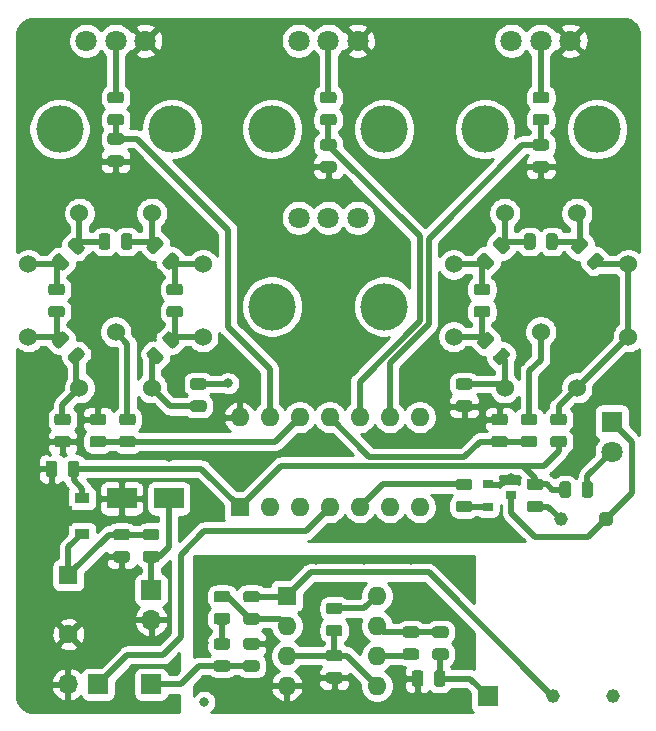
<source format=gbr>
%TF.GenerationSoftware,KiCad,Pcbnew,(5.1.6)-1*%
%TF.CreationDate,2023-06-25T00:19:37-07:00*%
%TF.ProjectId,tremolo,7472656d-6f6c-46f2-9e6b-696361645f70,rev?*%
%TF.SameCoordinates,Original*%
%TF.FileFunction,Copper,L2,Bot*%
%TF.FilePolarity,Positive*%
%FSLAX46Y46*%
G04 Gerber Fmt 4.6, Leading zero omitted, Abs format (unit mm)*
G04 Created by KiCad (PCBNEW (5.1.6)-1) date 2023-06-25 00:19:37*
%MOMM*%
%LPD*%
G01*
G04 APERTURE LIST*
%TA.AperFunction,ComponentPad*%
%ADD10R,1.700000X1.700000*%
%TD*%
%TA.AperFunction,ComponentPad*%
%ADD11C,1.150000*%
%TD*%
%TA.AperFunction,SMDPad,CuDef*%
%ADD12R,2.500000X1.800000*%
%TD*%
%TA.AperFunction,SMDPad,CuDef*%
%ADD13R,1.300000X0.900000*%
%TD*%
%TA.AperFunction,SMDPad,CuDef*%
%ADD14C,0.100000*%
%TD*%
%TA.AperFunction,SMDPad,CuDef*%
%ADD15R,0.900000X0.800000*%
%TD*%
%TA.AperFunction,ComponentPad*%
%ADD16R,1.600000X1.600000*%
%TD*%
%TA.AperFunction,ComponentPad*%
%ADD17C,1.600000*%
%TD*%
%TA.AperFunction,ComponentPad*%
%ADD18O,1.600000X1.600000*%
%TD*%
%TA.AperFunction,ComponentPad*%
%ADD19C,1.524000*%
%TD*%
%TA.AperFunction,ComponentPad*%
%ADD20O,1.700000X1.700000*%
%TD*%
%TA.AperFunction,WasherPad*%
%ADD21C,4.000000*%
%TD*%
%TA.AperFunction,ComponentPad*%
%ADD22C,1.800000*%
%TD*%
%TA.AperFunction,ComponentPad*%
%ADD23R,1.800000X1.800000*%
%TD*%
%TA.AperFunction,ViaPad*%
%ADD24C,0.800000*%
%TD*%
%TA.AperFunction,Conductor*%
%ADD25C,0.500000*%
%TD*%
%TA.AperFunction,Conductor*%
%ADD26C,0.254000*%
%TD*%
G04 APERTURE END LIST*
D10*
%TO.P,J5,1*%
%TO.N,/sig_out*%
X106000000Y-138500000D03*
%TD*%
%TO.P,J4,1*%
%TO.N,/sig_in*%
X77500000Y-137500000D03*
%TD*%
%TO.P,U3,1*%
%TO.N,Net-(D2-Pad1)*%
%TA.AperFunction,ComponentPad*%
G36*
G01*
X115712500Y-122925000D02*
X116287500Y-122925000D01*
G75*
G02*
X116575000Y-123212500I0J-287500D01*
G01*
X116575000Y-123787500D01*
G75*
G02*
X116287500Y-124075000I-287500J0D01*
G01*
X115712500Y-124075000D01*
G75*
G02*
X115425000Y-123787500I0J287500D01*
G01*
X115425000Y-123212500D01*
G75*
G02*
X115712500Y-122925000I287500J0D01*
G01*
G37*
%TD.AperFunction*%
D11*
%TO.P,U3,4*%
%TO.N,Net-(C11-Pad1)*%
X116640000Y-138500000D03*
%TO.P,U3,3*%
%TO.N,Net-(R30-Pad1)*%
X111560000Y-138500000D03*
%TO.P,U3,2*%
%TO.N,Net-(R21-Pad2)*%
X112200000Y-123500000D03*
%TD*%
D12*
%TO.P,D1,1*%
%TO.N,/VIN*%
X79000000Y-121750000D03*
%TO.P,D1,2*%
%TO.N,GND*%
X75000000Y-121750000D03*
%TD*%
D13*
%TO.P,U2,1*%
%TO.N,+5V*%
X71650000Y-121750000D03*
%TO.P,U2,3*%
%TO.N,+9V*%
X71650000Y-124750000D03*
%TA.AperFunction,SMDPad,CuDef*%
D14*
%TO.P,U2,2*%
%TO.N,GND*%
G36*
X67700000Y-122383500D02*
G01*
X70825000Y-122383500D01*
X70825000Y-122800000D01*
X72300000Y-122800000D01*
X72300000Y-123700000D01*
X70825000Y-123700000D01*
X70825000Y-124116500D01*
X67700000Y-124116500D01*
X67700000Y-122383500D01*
G37*
%TD.AperFunction*%
%TD*%
D15*
%TO.P,Q1,3*%
%TO.N,Net-(D2-Pad1)*%
X108000000Y-121500000D03*
%TO.P,Q1,2*%
%TO.N,GND*%
X106000000Y-120550000D03*
%TO.P,Q1,1*%
%TO.N,Net-(Q1-Pad1)*%
X106000000Y-122450000D03*
%TD*%
D16*
%TO.P,C5,1*%
%TO.N,+9V*%
X70500000Y-128250000D03*
D17*
%TO.P,C5,2*%
%TO.N,GND*%
X70500000Y-133250000D03*
%TD*%
D18*
%TO.P,U4,8*%
%TO.N,+9V*%
X96620000Y-130000000D03*
%TO.P,U4,4*%
%TO.N,GND*%
X89000000Y-137620000D03*
%TO.P,U4,7*%
%TO.N,Net-(C10-Pad2)*%
X96620000Y-132540000D03*
%TO.P,U4,3*%
%TO.N,/+4V5*%
X89000000Y-135080000D03*
%TO.P,U4,6*%
%TO.N,Net-(C11-Pad1)*%
X96620000Y-135080000D03*
%TO.P,U4,2*%
%TO.N,Net-(R26-Pad1)*%
X89000000Y-132540000D03*
%TO.P,U4,5*%
%TO.N,/+4V5*%
X96620000Y-137620000D03*
D16*
%TO.P,U4,1*%
%TO.N,Net-(R30-Pad1)*%
X89000000Y-130000000D03*
%TD*%
D18*
%TO.P,U1,14*%
%TO.N,GND*%
X85000000Y-114880000D03*
%TO.P,U1,7*%
%TO.N,N/C*%
X100240000Y-122500000D03*
%TO.P,U1,13*%
%TO.N,/tempo*%
X87540000Y-114880000D03*
%TO.P,U1,6*%
%TO.N,/smoothing*%
X97700000Y-122500000D03*
%TO.P,U1,12*%
%TO.N,/waveform*%
X90080000Y-114880000D03*
%TO.P,U1,5*%
%TO.N,/lfo_pwm*%
X95160000Y-122500000D03*
%TO.P,U1,11*%
%TO.N,/multiplier*%
X92620000Y-114880000D03*
%TO.P,U1,4*%
%TO.N,/tap_in*%
X92620000Y-122500000D03*
%TO.P,U1,10*%
%TO.N,/level*%
X95160000Y-114880000D03*
%TO.P,U1,3*%
%TO.N,/wave_set*%
X90080000Y-122500000D03*
%TO.P,U1,9*%
%TO.N,/distort*%
X97700000Y-114880000D03*
%TO.P,U1,2*%
%TO.N,N/C*%
X87540000Y-122500000D03*
%TO.P,U1,8*%
X100240000Y-114880000D03*
D16*
%TO.P,U1,1*%
%TO.N,+5V*%
X85000000Y-122500000D03*
%TD*%
D19*
%TO.P,SW4,9*%
%TO.N,Net-(R24-Pad1)*%
X110500000Y-107650000D03*
%TO.P,SW4,7*%
%TO.N,Net-(R25-Pad2)*%
X103108964Y-108061467D03*
%TO.P,SW4,5*%
%TO.N,Net-(R22-Pad2)*%
X107438533Y-97608964D03*
%TO.P,SW4,3*%
%TO.N,Net-(R17-Pad2)*%
X117891036Y-101938533D03*
%TO.P,SW4,8*%
%TO.N,Net-(R27-Pad2)*%
X107438533Y-112391036D03*
%TO.P,SW4,6*%
%TO.N,Net-(R23-Pad2)*%
X103108964Y-101938533D03*
%TO.P,SW4,4*%
%TO.N,Net-(R20-Pad2)*%
X113561467Y-97608964D03*
%TO.P,SW4,2*%
%TO.N,Net-(R17-Pad2)*%
X117891036Y-108061467D03*
%TO.P,SW4,1*%
X113561467Y-112391036D03*
%TD*%
%TO.P,SW3,9*%
%TO.N,Net-(R11-Pad1)*%
X74500000Y-107650000D03*
%TO.P,SW3,7*%
%TO.N,Net-(R14-Pad1)*%
X67108964Y-108061467D03*
%TO.P,SW3,5*%
%TO.N,Net-(R12-Pad2)*%
X71438533Y-97608964D03*
%TO.P,SW3,3*%
%TO.N,Net-(R10-Pad1)*%
X81891036Y-101938533D03*
%TO.P,SW3,8*%
%TO.N,Net-(R15-Pad1)*%
X71438533Y-112391036D03*
%TO.P,SW3,6*%
%TO.N,Net-(R13-Pad2)*%
X67108964Y-101938533D03*
%TO.P,SW3,4*%
%TO.N,Net-(R10-Pad2)*%
X77561467Y-97608964D03*
%TO.P,SW3,2*%
%TO.N,Net-(R6-Pad2)*%
X81891036Y-108061467D03*
%TO.P,SW3,1*%
%TO.N,Net-(R4-Pad2)*%
X77561467Y-112391036D03*
%TD*%
D20*
%TO.P,SW1,2*%
%TO.N,GND*%
X70460000Y-137500000D03*
D10*
%TO.P,SW1,1*%
%TO.N,/tap_in*%
X73000000Y-137500000D03*
%TD*%
D21*
%TO.P,RV4,*%
%TO.N,*%
X87750000Y-105500000D03*
X97250000Y-105500000D03*
D22*
%TO.P,RV4,1*%
%TO.N,Net-(C10-Pad2)*%
X90000000Y-98000000D03*
%TO.P,RV4,2*%
X92500000Y-98000000D03*
%TO.P,RV4,3*%
%TO.N,Net-(C11-Pad1)*%
X95000000Y-98000000D03*
%TD*%
D21*
%TO.P,RV3,*%
%TO.N,*%
X105750000Y-90500000D03*
X115250000Y-90500000D03*
D22*
%TO.P,RV3,1*%
%TO.N,+5V*%
X108000000Y-83000000D03*
%TO.P,RV3,2*%
%TO.N,Net-(R3-Pad1)*%
X110500000Y-83000000D03*
%TO.P,RV3,3*%
%TO.N,GND*%
X113000000Y-83000000D03*
%TD*%
D21*
%TO.P,RV2,*%
%TO.N,*%
X87750000Y-90500000D03*
X97250000Y-90500000D03*
D22*
%TO.P,RV2,1*%
%TO.N,+5V*%
X90000000Y-83000000D03*
%TO.P,RV2,2*%
%TO.N,Net-(R2-Pad1)*%
X92500000Y-83000000D03*
%TO.P,RV2,3*%
%TO.N,GND*%
X95000000Y-83000000D03*
%TD*%
D21*
%TO.P,RV1,*%
%TO.N,*%
X69750000Y-90500000D03*
X79250000Y-90500000D03*
D22*
%TO.P,RV1,1*%
%TO.N,+5V*%
X72000000Y-83000000D03*
%TO.P,RV1,2*%
%TO.N,Net-(R1-Pad1)*%
X74500000Y-83000000D03*
%TO.P,RV1,3*%
%TO.N,GND*%
X77000000Y-83000000D03*
%TD*%
%TO.P,R31,2*%
%TO.N,Net-(R27-Pad2)*%
%TA.AperFunction,SMDPad,CuDef*%
G36*
G01*
X104456250Y-112550000D02*
X103543750Y-112550000D01*
G75*
G02*
X103300000Y-112306250I0J243750D01*
G01*
X103300000Y-111818750D01*
G75*
G02*
X103543750Y-111575000I243750J0D01*
G01*
X104456250Y-111575000D01*
G75*
G02*
X104700000Y-111818750I0J-243750D01*
G01*
X104700000Y-112306250D01*
G75*
G02*
X104456250Y-112550000I-243750J0D01*
G01*
G37*
%TD.AperFunction*%
%TO.P,R31,1*%
%TO.N,GND*%
%TA.AperFunction,SMDPad,CuDef*%
G36*
G01*
X104456250Y-114425000D02*
X103543750Y-114425000D01*
G75*
G02*
X103300000Y-114181250I0J243750D01*
G01*
X103300000Y-113693750D01*
G75*
G02*
X103543750Y-113450000I243750J0D01*
G01*
X104456250Y-113450000D01*
G75*
G02*
X104700000Y-113693750I0J-243750D01*
G01*
X104700000Y-114181250D01*
G75*
G02*
X104456250Y-114425000I-243750J0D01*
G01*
G37*
%TD.AperFunction*%
%TD*%
%TO.P,R30,2*%
%TO.N,Net-(R26-Pad1)*%
%TA.AperFunction,SMDPad,CuDef*%
G36*
G01*
X85543750Y-131450000D02*
X86456250Y-131450000D01*
G75*
G02*
X86700000Y-131693750I0J-243750D01*
G01*
X86700000Y-132181250D01*
G75*
G02*
X86456250Y-132425000I-243750J0D01*
G01*
X85543750Y-132425000D01*
G75*
G02*
X85300000Y-132181250I0J243750D01*
G01*
X85300000Y-131693750D01*
G75*
G02*
X85543750Y-131450000I243750J0D01*
G01*
G37*
%TD.AperFunction*%
%TO.P,R30,1*%
%TO.N,Net-(R30-Pad1)*%
%TA.AperFunction,SMDPad,CuDef*%
G36*
G01*
X85543750Y-129575000D02*
X86456250Y-129575000D01*
G75*
G02*
X86700000Y-129818750I0J-243750D01*
G01*
X86700000Y-130306250D01*
G75*
G02*
X86456250Y-130550000I-243750J0D01*
G01*
X85543750Y-130550000D01*
G75*
G02*
X85300000Y-130306250I0J243750D01*
G01*
X85300000Y-129818750D01*
G75*
G02*
X85543750Y-129575000I243750J0D01*
G01*
G37*
%TD.AperFunction*%
%TD*%
%TO.P,R29,2*%
%TO.N,GND*%
%TA.AperFunction,SMDPad,CuDef*%
G36*
G01*
X100550000Y-136543750D02*
X100550000Y-137456250D01*
G75*
G02*
X100306250Y-137700000I-243750J0D01*
G01*
X99818750Y-137700000D01*
G75*
G02*
X99575000Y-137456250I0J243750D01*
G01*
X99575000Y-136543750D01*
G75*
G02*
X99818750Y-136300000I243750J0D01*
G01*
X100306250Y-136300000D01*
G75*
G02*
X100550000Y-136543750I0J-243750D01*
G01*
G37*
%TD.AperFunction*%
%TO.P,R29,1*%
%TO.N,/sig_out*%
%TA.AperFunction,SMDPad,CuDef*%
G36*
G01*
X102425000Y-136543750D02*
X102425000Y-137456250D01*
G75*
G02*
X102181250Y-137700000I-243750J0D01*
G01*
X101693750Y-137700000D01*
G75*
G02*
X101450000Y-137456250I0J243750D01*
G01*
X101450000Y-136543750D01*
G75*
G02*
X101693750Y-136300000I243750J0D01*
G01*
X102181250Y-136300000D01*
G75*
G02*
X102425000Y-136543750I0J-243750D01*
G01*
G37*
%TD.AperFunction*%
%TD*%
%TO.P,R28,2*%
%TO.N,GND*%
%TA.AperFunction,SMDPad,CuDef*%
G36*
G01*
X86456250Y-134550000D02*
X85543750Y-134550000D01*
G75*
G02*
X85300000Y-134306250I0J243750D01*
G01*
X85300000Y-133818750D01*
G75*
G02*
X85543750Y-133575000I243750J0D01*
G01*
X86456250Y-133575000D01*
G75*
G02*
X86700000Y-133818750I0J-243750D01*
G01*
X86700000Y-134306250D01*
G75*
G02*
X86456250Y-134550000I-243750J0D01*
G01*
G37*
%TD.AperFunction*%
%TO.P,R28,1*%
%TO.N,/sig_in*%
%TA.AperFunction,SMDPad,CuDef*%
G36*
G01*
X86456250Y-136425000D02*
X85543750Y-136425000D01*
G75*
G02*
X85300000Y-136181250I0J243750D01*
G01*
X85300000Y-135693750D01*
G75*
G02*
X85543750Y-135450000I243750J0D01*
G01*
X86456250Y-135450000D01*
G75*
G02*
X86700000Y-135693750I0J-243750D01*
G01*
X86700000Y-136181250D01*
G75*
G02*
X86456250Y-136425000I-243750J0D01*
G01*
G37*
%TD.AperFunction*%
%TD*%
%TO.P,R27,2*%
%TO.N,Net-(R27-Pad2)*%
%TA.AperFunction,SMDPad,CuDef*%
G36*
G01*
X106495581Y-109703316D02*
X107140816Y-109058081D01*
G75*
G02*
X107485530Y-109058081I172357J-172357D01*
G01*
X107830245Y-109402796D01*
G75*
G02*
X107830245Y-109747510I-172357J-172357D01*
G01*
X107185010Y-110392745D01*
G75*
G02*
X106840296Y-110392745I-172357J172357D01*
G01*
X106495581Y-110048030D01*
G75*
G02*
X106495581Y-109703316I172357J172357D01*
G01*
G37*
%TD.AperFunction*%
%TO.P,R27,1*%
%TO.N,Net-(R25-Pad2)*%
%TA.AperFunction,SMDPad,CuDef*%
G36*
G01*
X105169755Y-108377490D02*
X105814990Y-107732255D01*
G75*
G02*
X106159704Y-107732255I172357J-172357D01*
G01*
X106504419Y-108076970D01*
G75*
G02*
X106504419Y-108421684I-172357J-172357D01*
G01*
X105859184Y-109066919D01*
G75*
G02*
X105514470Y-109066919I-172357J172357D01*
G01*
X105169755Y-108722204D01*
G75*
G02*
X105169755Y-108377490I172357J172357D01*
G01*
G37*
%TD.AperFunction*%
%TD*%
%TO.P,R26,2*%
%TO.N,Net-(C9-Pad1)*%
%TA.AperFunction,SMDPad,CuDef*%
G36*
G01*
X83043750Y-131450000D02*
X83956250Y-131450000D01*
G75*
G02*
X84200000Y-131693750I0J-243750D01*
G01*
X84200000Y-132181250D01*
G75*
G02*
X83956250Y-132425000I-243750J0D01*
G01*
X83043750Y-132425000D01*
G75*
G02*
X82800000Y-132181250I0J243750D01*
G01*
X82800000Y-131693750D01*
G75*
G02*
X83043750Y-131450000I243750J0D01*
G01*
G37*
%TD.AperFunction*%
%TO.P,R26,1*%
%TO.N,Net-(R26-Pad1)*%
%TA.AperFunction,SMDPad,CuDef*%
G36*
G01*
X83043750Y-129575000D02*
X83956250Y-129575000D01*
G75*
G02*
X84200000Y-129818750I0J-243750D01*
G01*
X84200000Y-130306250D01*
G75*
G02*
X83956250Y-130550000I-243750J0D01*
G01*
X83043750Y-130550000D01*
G75*
G02*
X82800000Y-130306250I0J243750D01*
G01*
X82800000Y-129818750D01*
G75*
G02*
X83043750Y-129575000I243750J0D01*
G01*
G37*
%TD.AperFunction*%
%TD*%
%TO.P,R25,2*%
%TO.N,Net-(R25-Pad2)*%
%TA.AperFunction,SMDPad,CuDef*%
G36*
G01*
X105043750Y-105450000D02*
X105956250Y-105450000D01*
G75*
G02*
X106200000Y-105693750I0J-243750D01*
G01*
X106200000Y-106181250D01*
G75*
G02*
X105956250Y-106425000I-243750J0D01*
G01*
X105043750Y-106425000D01*
G75*
G02*
X104800000Y-106181250I0J243750D01*
G01*
X104800000Y-105693750D01*
G75*
G02*
X105043750Y-105450000I243750J0D01*
G01*
G37*
%TD.AperFunction*%
%TO.P,R25,1*%
%TO.N,Net-(R23-Pad2)*%
%TA.AperFunction,SMDPad,CuDef*%
G36*
G01*
X105043750Y-103575000D02*
X105956250Y-103575000D01*
G75*
G02*
X106200000Y-103818750I0J-243750D01*
G01*
X106200000Y-104306250D01*
G75*
G02*
X105956250Y-104550000I-243750J0D01*
G01*
X105043750Y-104550000D01*
G75*
G02*
X104800000Y-104306250I0J243750D01*
G01*
X104800000Y-103818750D01*
G75*
G02*
X105043750Y-103575000I243750J0D01*
G01*
G37*
%TD.AperFunction*%
%TD*%
%TO.P,R24,1*%
%TO.N,Net-(R24-Pad1)*%
%TA.AperFunction,SMDPad,CuDef*%
G36*
G01*
X109043750Y-114575000D02*
X109956250Y-114575000D01*
G75*
G02*
X110200000Y-114818750I0J-243750D01*
G01*
X110200000Y-115306250D01*
G75*
G02*
X109956250Y-115550000I-243750J0D01*
G01*
X109043750Y-115550000D01*
G75*
G02*
X108800000Y-115306250I0J243750D01*
G01*
X108800000Y-114818750D01*
G75*
G02*
X109043750Y-114575000I243750J0D01*
G01*
G37*
%TD.AperFunction*%
%TO.P,R24,2*%
%TO.N,/multiplier*%
%TA.AperFunction,SMDPad,CuDef*%
G36*
G01*
X109043750Y-116450000D02*
X109956250Y-116450000D01*
G75*
G02*
X110200000Y-116693750I0J-243750D01*
G01*
X110200000Y-117181250D01*
G75*
G02*
X109956250Y-117425000I-243750J0D01*
G01*
X109043750Y-117425000D01*
G75*
G02*
X108800000Y-117181250I0J243750D01*
G01*
X108800000Y-116693750D01*
G75*
G02*
X109043750Y-116450000I243750J0D01*
G01*
G37*
%TD.AperFunction*%
%TD*%
%TO.P,R23,2*%
%TO.N,Net-(R23-Pad2)*%
%TA.AperFunction,SMDPad,CuDef*%
G36*
G01*
X105859184Y-100995581D02*
X106504419Y-101640816D01*
G75*
G02*
X106504419Y-101985530I-172357J-172357D01*
G01*
X106159704Y-102330245D01*
G75*
G02*
X105814990Y-102330245I-172357J172357D01*
G01*
X105169755Y-101685010D01*
G75*
G02*
X105169755Y-101340296I172357J172357D01*
G01*
X105514470Y-100995581D01*
G75*
G02*
X105859184Y-100995581I172357J-172357D01*
G01*
G37*
%TD.AperFunction*%
%TO.P,R23,1*%
%TO.N,Net-(R22-Pad2)*%
%TA.AperFunction,SMDPad,CuDef*%
G36*
G01*
X107185010Y-99669755D02*
X107830245Y-100314990D01*
G75*
G02*
X107830245Y-100659704I-172357J-172357D01*
G01*
X107485530Y-101004419D01*
G75*
G02*
X107140816Y-101004419I-172357J172357D01*
G01*
X106495581Y-100359184D01*
G75*
G02*
X106495581Y-100014470I172357J172357D01*
G01*
X106840296Y-99669755D01*
G75*
G02*
X107185010Y-99669755I172357J-172357D01*
G01*
G37*
%TD.AperFunction*%
%TD*%
%TO.P,R22,2*%
%TO.N,Net-(R22-Pad2)*%
%TA.AperFunction,SMDPad,CuDef*%
G36*
G01*
X110050000Y-99543750D02*
X110050000Y-100456250D01*
G75*
G02*
X109806250Y-100700000I-243750J0D01*
G01*
X109318750Y-100700000D01*
G75*
G02*
X109075000Y-100456250I0J243750D01*
G01*
X109075000Y-99543750D01*
G75*
G02*
X109318750Y-99300000I243750J0D01*
G01*
X109806250Y-99300000D01*
G75*
G02*
X110050000Y-99543750I0J-243750D01*
G01*
G37*
%TD.AperFunction*%
%TO.P,R22,1*%
%TO.N,Net-(R20-Pad2)*%
%TA.AperFunction,SMDPad,CuDef*%
G36*
G01*
X111925000Y-99543750D02*
X111925000Y-100456250D01*
G75*
G02*
X111681250Y-100700000I-243750J0D01*
G01*
X111193750Y-100700000D01*
G75*
G02*
X110950000Y-100456250I0J243750D01*
G01*
X110950000Y-99543750D01*
G75*
G02*
X111193750Y-99300000I243750J0D01*
G01*
X111681250Y-99300000D01*
G75*
G02*
X111925000Y-99543750I0J-243750D01*
G01*
G37*
%TD.AperFunction*%
%TD*%
%TO.P,R21,2*%
%TO.N,Net-(R21-Pad2)*%
%TA.AperFunction,SMDPad,CuDef*%
G36*
G01*
X109543750Y-121950000D02*
X110456250Y-121950000D01*
G75*
G02*
X110700000Y-122193750I0J-243750D01*
G01*
X110700000Y-122681250D01*
G75*
G02*
X110456250Y-122925000I-243750J0D01*
G01*
X109543750Y-122925000D01*
G75*
G02*
X109300000Y-122681250I0J243750D01*
G01*
X109300000Y-122193750D01*
G75*
G02*
X109543750Y-121950000I243750J0D01*
G01*
G37*
%TD.AperFunction*%
%TO.P,R21,1*%
%TO.N,+5V*%
%TA.AperFunction,SMDPad,CuDef*%
G36*
G01*
X109543750Y-120075000D02*
X110456250Y-120075000D01*
G75*
G02*
X110700000Y-120318750I0J-243750D01*
G01*
X110700000Y-120806250D01*
G75*
G02*
X110456250Y-121050000I-243750J0D01*
G01*
X109543750Y-121050000D01*
G75*
G02*
X109300000Y-120806250I0J243750D01*
G01*
X109300000Y-120318750D01*
G75*
G02*
X109543750Y-120075000I243750J0D01*
G01*
G37*
%TD.AperFunction*%
%TD*%
%TO.P,R20,2*%
%TO.N,Net-(R20-Pad2)*%
%TA.AperFunction,SMDPad,CuDef*%
G36*
G01*
X114441919Y-100359184D02*
X113796684Y-101004419D01*
G75*
G02*
X113451970Y-101004419I-172357J172357D01*
G01*
X113107255Y-100659704D01*
G75*
G02*
X113107255Y-100314990I172357J172357D01*
G01*
X113752490Y-99669755D01*
G75*
G02*
X114097204Y-99669755I172357J-172357D01*
G01*
X114441919Y-100014470D01*
G75*
G02*
X114441919Y-100359184I-172357J-172357D01*
G01*
G37*
%TD.AperFunction*%
%TO.P,R20,1*%
%TO.N,Net-(R17-Pad2)*%
%TA.AperFunction,SMDPad,CuDef*%
G36*
G01*
X115767745Y-101685010D02*
X115122510Y-102330245D01*
G75*
G02*
X114777796Y-102330245I-172357J172357D01*
G01*
X114433081Y-101985530D01*
G75*
G02*
X114433081Y-101640816I172357J172357D01*
G01*
X115078316Y-100995581D01*
G75*
G02*
X115423030Y-100995581I172357J-172357D01*
G01*
X115767745Y-101340296D01*
G75*
G02*
X115767745Y-101685010I-172357J-172357D01*
G01*
G37*
%TD.AperFunction*%
%TD*%
%TO.P,R19,2*%
%TO.N,/lfo_pwm*%
%TA.AperFunction,SMDPad,CuDef*%
G36*
G01*
X104456250Y-121050000D02*
X103543750Y-121050000D01*
G75*
G02*
X103300000Y-120806250I0J243750D01*
G01*
X103300000Y-120318750D01*
G75*
G02*
X103543750Y-120075000I243750J0D01*
G01*
X104456250Y-120075000D01*
G75*
G02*
X104700000Y-120318750I0J-243750D01*
G01*
X104700000Y-120806250D01*
G75*
G02*
X104456250Y-121050000I-243750J0D01*
G01*
G37*
%TD.AperFunction*%
%TO.P,R19,1*%
%TO.N,Net-(Q1-Pad1)*%
%TA.AperFunction,SMDPad,CuDef*%
G36*
G01*
X104456250Y-122925000D02*
X103543750Y-122925000D01*
G75*
G02*
X103300000Y-122681250I0J243750D01*
G01*
X103300000Y-122193750D01*
G75*
G02*
X103543750Y-121950000I243750J0D01*
G01*
X104456250Y-121950000D01*
G75*
G02*
X104700000Y-122193750I0J-243750D01*
G01*
X104700000Y-122681250D01*
G75*
G02*
X104456250Y-122925000I-243750J0D01*
G01*
G37*
%TD.AperFunction*%
%TD*%
%TO.P,R18,2*%
%TO.N,Net-(D2-Pad2)*%
%TA.AperFunction,SMDPad,CuDef*%
G36*
G01*
X113950000Y-121456250D02*
X113950000Y-120543750D01*
G75*
G02*
X114193750Y-120300000I243750J0D01*
G01*
X114681250Y-120300000D01*
G75*
G02*
X114925000Y-120543750I0J-243750D01*
G01*
X114925000Y-121456250D01*
G75*
G02*
X114681250Y-121700000I-243750J0D01*
G01*
X114193750Y-121700000D01*
G75*
G02*
X113950000Y-121456250I0J243750D01*
G01*
G37*
%TD.AperFunction*%
%TO.P,R18,1*%
%TO.N,+5V*%
%TA.AperFunction,SMDPad,CuDef*%
G36*
G01*
X112075000Y-121456250D02*
X112075000Y-120543750D01*
G75*
G02*
X112318750Y-120300000I243750J0D01*
G01*
X112806250Y-120300000D01*
G75*
G02*
X113050000Y-120543750I0J-243750D01*
G01*
X113050000Y-121456250D01*
G75*
G02*
X112806250Y-121700000I-243750J0D01*
G01*
X112318750Y-121700000D01*
G75*
G02*
X112075000Y-121456250I0J243750D01*
G01*
G37*
%TD.AperFunction*%
%TD*%
%TO.P,R17,2*%
%TO.N,Net-(R17-Pad2)*%
%TA.AperFunction,SMDPad,CuDef*%
G36*
G01*
X112456250Y-115550000D02*
X111543750Y-115550000D01*
G75*
G02*
X111300000Y-115306250I0J243750D01*
G01*
X111300000Y-114818750D01*
G75*
G02*
X111543750Y-114575000I243750J0D01*
G01*
X112456250Y-114575000D01*
G75*
G02*
X112700000Y-114818750I0J-243750D01*
G01*
X112700000Y-115306250D01*
G75*
G02*
X112456250Y-115550000I-243750J0D01*
G01*
G37*
%TD.AperFunction*%
%TO.P,R17,1*%
%TO.N,+5V*%
%TA.AperFunction,SMDPad,CuDef*%
G36*
G01*
X112456250Y-117425000D02*
X111543750Y-117425000D01*
G75*
G02*
X111300000Y-117181250I0J243750D01*
G01*
X111300000Y-116693750D01*
G75*
G02*
X111543750Y-116450000I243750J0D01*
G01*
X112456250Y-116450000D01*
G75*
G02*
X112700000Y-116693750I0J-243750D01*
G01*
X112700000Y-117181250D01*
G75*
G02*
X112456250Y-117425000I-243750J0D01*
G01*
G37*
%TD.AperFunction*%
%TD*%
%TO.P,R16,2*%
%TO.N,Net-(R15-Pad1)*%
%TA.AperFunction,SMDPad,CuDef*%
G36*
G01*
X70495581Y-109640816D02*
X71140816Y-108995581D01*
G75*
G02*
X71485530Y-108995581I172357J-172357D01*
G01*
X71830245Y-109340296D01*
G75*
G02*
X71830245Y-109685010I-172357J-172357D01*
G01*
X71185010Y-110330245D01*
G75*
G02*
X70840296Y-110330245I-172357J172357D01*
G01*
X70495581Y-109985530D01*
G75*
G02*
X70495581Y-109640816I172357J172357D01*
G01*
G37*
%TD.AperFunction*%
%TO.P,R16,1*%
%TO.N,Net-(R14-Pad1)*%
%TA.AperFunction,SMDPad,CuDef*%
G36*
G01*
X69169755Y-108314990D02*
X69814990Y-107669755D01*
G75*
G02*
X70159704Y-107669755I172357J-172357D01*
G01*
X70504419Y-108014470D01*
G75*
G02*
X70504419Y-108359184I-172357J-172357D01*
G01*
X69859184Y-109004419D01*
G75*
G02*
X69514470Y-109004419I-172357J172357D01*
G01*
X69169755Y-108659704D01*
G75*
G02*
X69169755Y-108314990I172357J172357D01*
G01*
G37*
%TD.AperFunction*%
%TD*%
%TO.P,R15,2*%
%TO.N,GND*%
%TA.AperFunction,SMDPad,CuDef*%
G36*
G01*
X69543750Y-116450000D02*
X70456250Y-116450000D01*
G75*
G02*
X70700000Y-116693750I0J-243750D01*
G01*
X70700000Y-117181250D01*
G75*
G02*
X70456250Y-117425000I-243750J0D01*
G01*
X69543750Y-117425000D01*
G75*
G02*
X69300000Y-117181250I0J243750D01*
G01*
X69300000Y-116693750D01*
G75*
G02*
X69543750Y-116450000I243750J0D01*
G01*
G37*
%TD.AperFunction*%
%TO.P,R15,1*%
%TO.N,Net-(R15-Pad1)*%
%TA.AperFunction,SMDPad,CuDef*%
G36*
G01*
X69543750Y-114575000D02*
X70456250Y-114575000D01*
G75*
G02*
X70700000Y-114818750I0J-243750D01*
G01*
X70700000Y-115306250D01*
G75*
G02*
X70456250Y-115550000I-243750J0D01*
G01*
X69543750Y-115550000D01*
G75*
G02*
X69300000Y-115306250I0J243750D01*
G01*
X69300000Y-114818750D01*
G75*
G02*
X69543750Y-114575000I243750J0D01*
G01*
G37*
%TD.AperFunction*%
%TD*%
%TO.P,R14,2*%
%TO.N,Net-(R13-Pad2)*%
%TA.AperFunction,SMDPad,CuDef*%
G36*
G01*
X69956250Y-104550000D02*
X69043750Y-104550000D01*
G75*
G02*
X68800000Y-104306250I0J243750D01*
G01*
X68800000Y-103818750D01*
G75*
G02*
X69043750Y-103575000I243750J0D01*
G01*
X69956250Y-103575000D01*
G75*
G02*
X70200000Y-103818750I0J-243750D01*
G01*
X70200000Y-104306250D01*
G75*
G02*
X69956250Y-104550000I-243750J0D01*
G01*
G37*
%TD.AperFunction*%
%TO.P,R14,1*%
%TO.N,Net-(R14-Pad1)*%
%TA.AperFunction,SMDPad,CuDef*%
G36*
G01*
X69956250Y-106425000D02*
X69043750Y-106425000D01*
G75*
G02*
X68800000Y-106181250I0J243750D01*
G01*
X68800000Y-105693750D01*
G75*
G02*
X69043750Y-105450000I243750J0D01*
G01*
X69956250Y-105450000D01*
G75*
G02*
X70200000Y-105693750I0J-243750D01*
G01*
X70200000Y-106181250D01*
G75*
G02*
X69956250Y-106425000I-243750J0D01*
G01*
G37*
%TD.AperFunction*%
%TD*%
%TO.P,R13,2*%
%TO.N,Net-(R13-Pad2)*%
%TA.AperFunction,SMDPad,CuDef*%
G36*
G01*
X69859184Y-101058081D02*
X70504419Y-101703316D01*
G75*
G02*
X70504419Y-102048030I-172357J-172357D01*
G01*
X70159704Y-102392745D01*
G75*
G02*
X69814990Y-102392745I-172357J172357D01*
G01*
X69169755Y-101747510D01*
G75*
G02*
X69169755Y-101402796I172357J172357D01*
G01*
X69514470Y-101058081D01*
G75*
G02*
X69859184Y-101058081I172357J-172357D01*
G01*
G37*
%TD.AperFunction*%
%TO.P,R13,1*%
%TO.N,Net-(R12-Pad2)*%
%TA.AperFunction,SMDPad,CuDef*%
G36*
G01*
X71185010Y-99732255D02*
X71830245Y-100377490D01*
G75*
G02*
X71830245Y-100722204I-172357J-172357D01*
G01*
X71485530Y-101066919D01*
G75*
G02*
X71140816Y-101066919I-172357J172357D01*
G01*
X70495581Y-100421684D01*
G75*
G02*
X70495581Y-100076970I172357J172357D01*
G01*
X70840296Y-99732255D01*
G75*
G02*
X71185010Y-99732255I172357J-172357D01*
G01*
G37*
%TD.AperFunction*%
%TD*%
%TO.P,R12,2*%
%TO.N,Net-(R12-Pad2)*%
%TA.AperFunction,SMDPad,CuDef*%
G36*
G01*
X74050000Y-99543750D02*
X74050000Y-100456250D01*
G75*
G02*
X73806250Y-100700000I-243750J0D01*
G01*
X73318750Y-100700000D01*
G75*
G02*
X73075000Y-100456250I0J243750D01*
G01*
X73075000Y-99543750D01*
G75*
G02*
X73318750Y-99300000I243750J0D01*
G01*
X73806250Y-99300000D01*
G75*
G02*
X74050000Y-99543750I0J-243750D01*
G01*
G37*
%TD.AperFunction*%
%TO.P,R12,1*%
%TO.N,Net-(R10-Pad2)*%
%TA.AperFunction,SMDPad,CuDef*%
G36*
G01*
X75925000Y-99543750D02*
X75925000Y-100456250D01*
G75*
G02*
X75681250Y-100700000I-243750J0D01*
G01*
X75193750Y-100700000D01*
G75*
G02*
X74950000Y-100456250I0J243750D01*
G01*
X74950000Y-99543750D01*
G75*
G02*
X75193750Y-99300000I243750J0D01*
G01*
X75681250Y-99300000D01*
G75*
G02*
X75925000Y-99543750I0J-243750D01*
G01*
G37*
%TD.AperFunction*%
%TD*%
%TO.P,R11,2*%
%TO.N,/waveform*%
%TA.AperFunction,SMDPad,CuDef*%
G36*
G01*
X75043750Y-116450000D02*
X75956250Y-116450000D01*
G75*
G02*
X76200000Y-116693750I0J-243750D01*
G01*
X76200000Y-117181250D01*
G75*
G02*
X75956250Y-117425000I-243750J0D01*
G01*
X75043750Y-117425000D01*
G75*
G02*
X74800000Y-117181250I0J243750D01*
G01*
X74800000Y-116693750D01*
G75*
G02*
X75043750Y-116450000I243750J0D01*
G01*
G37*
%TD.AperFunction*%
%TO.P,R11,1*%
%TO.N,Net-(R11-Pad1)*%
%TA.AperFunction,SMDPad,CuDef*%
G36*
G01*
X75043750Y-114575000D02*
X75956250Y-114575000D01*
G75*
G02*
X76200000Y-114818750I0J-243750D01*
G01*
X76200000Y-115306250D01*
G75*
G02*
X75956250Y-115550000I-243750J0D01*
G01*
X75043750Y-115550000D01*
G75*
G02*
X74800000Y-115306250I0J243750D01*
G01*
X74800000Y-114818750D01*
G75*
G02*
X75043750Y-114575000I243750J0D01*
G01*
G37*
%TD.AperFunction*%
%TD*%
%TO.P,R10,2*%
%TO.N,Net-(R10-Pad2)*%
%TA.AperFunction,SMDPad,CuDef*%
G36*
G01*
X78504419Y-100359184D02*
X77859184Y-101004419D01*
G75*
G02*
X77514470Y-101004419I-172357J172357D01*
G01*
X77169755Y-100659704D01*
G75*
G02*
X77169755Y-100314990I172357J172357D01*
G01*
X77814990Y-99669755D01*
G75*
G02*
X78159704Y-99669755I172357J-172357D01*
G01*
X78504419Y-100014470D01*
G75*
G02*
X78504419Y-100359184I-172357J-172357D01*
G01*
G37*
%TD.AperFunction*%
%TO.P,R10,1*%
%TO.N,Net-(R10-Pad1)*%
%TA.AperFunction,SMDPad,CuDef*%
G36*
G01*
X79830245Y-101685010D02*
X79185010Y-102330245D01*
G75*
G02*
X78840296Y-102330245I-172357J172357D01*
G01*
X78495581Y-101985530D01*
G75*
G02*
X78495581Y-101640816I172357J172357D01*
G01*
X79140816Y-100995581D01*
G75*
G02*
X79485530Y-100995581I172357J-172357D01*
G01*
X79830245Y-101340296D01*
G75*
G02*
X79830245Y-101685010I-172357J-172357D01*
G01*
G37*
%TD.AperFunction*%
%TD*%
%TO.P,R9,2*%
%TO.N,GND*%
%TA.AperFunction,SMDPad,CuDef*%
G36*
G01*
X92543750Y-136450000D02*
X93456250Y-136450000D01*
G75*
G02*
X93700000Y-136693750I0J-243750D01*
G01*
X93700000Y-137181250D01*
G75*
G02*
X93456250Y-137425000I-243750J0D01*
G01*
X92543750Y-137425000D01*
G75*
G02*
X92300000Y-137181250I0J243750D01*
G01*
X92300000Y-136693750D01*
G75*
G02*
X92543750Y-136450000I243750J0D01*
G01*
G37*
%TD.AperFunction*%
%TO.P,R9,1*%
%TO.N,/+4V5*%
%TA.AperFunction,SMDPad,CuDef*%
G36*
G01*
X92543750Y-134575000D02*
X93456250Y-134575000D01*
G75*
G02*
X93700000Y-134818750I0J-243750D01*
G01*
X93700000Y-135306250D01*
G75*
G02*
X93456250Y-135550000I-243750J0D01*
G01*
X92543750Y-135550000D01*
G75*
G02*
X92300000Y-135306250I0J243750D01*
G01*
X92300000Y-134818750D01*
G75*
G02*
X92543750Y-134575000I243750J0D01*
G01*
G37*
%TD.AperFunction*%
%TD*%
%TO.P,R8,2*%
%TO.N,Net-(R10-Pad1)*%
%TA.AperFunction,SMDPad,CuDef*%
G36*
G01*
X79956250Y-104550000D02*
X79043750Y-104550000D01*
G75*
G02*
X78800000Y-104306250I0J243750D01*
G01*
X78800000Y-103818750D01*
G75*
G02*
X79043750Y-103575000I243750J0D01*
G01*
X79956250Y-103575000D01*
G75*
G02*
X80200000Y-103818750I0J-243750D01*
G01*
X80200000Y-104306250D01*
G75*
G02*
X79956250Y-104550000I-243750J0D01*
G01*
G37*
%TD.AperFunction*%
%TO.P,R8,1*%
%TO.N,Net-(R6-Pad2)*%
%TA.AperFunction,SMDPad,CuDef*%
G36*
G01*
X79956250Y-106425000D02*
X79043750Y-106425000D01*
G75*
G02*
X78800000Y-106181250I0J243750D01*
G01*
X78800000Y-105693750D01*
G75*
G02*
X79043750Y-105450000I243750J0D01*
G01*
X79956250Y-105450000D01*
G75*
G02*
X80200000Y-105693750I0J-243750D01*
G01*
X80200000Y-106181250D01*
G75*
G02*
X79956250Y-106425000I-243750J0D01*
G01*
G37*
%TD.AperFunction*%
%TD*%
%TO.P,R7,2*%
%TO.N,/+4V5*%
%TA.AperFunction,SMDPad,CuDef*%
G36*
G01*
X92543750Y-132450000D02*
X93456250Y-132450000D01*
G75*
G02*
X93700000Y-132693750I0J-243750D01*
G01*
X93700000Y-133181250D01*
G75*
G02*
X93456250Y-133425000I-243750J0D01*
G01*
X92543750Y-133425000D01*
G75*
G02*
X92300000Y-133181250I0J243750D01*
G01*
X92300000Y-132693750D01*
G75*
G02*
X92543750Y-132450000I243750J0D01*
G01*
G37*
%TD.AperFunction*%
%TO.P,R7,1*%
%TO.N,+9V*%
%TA.AperFunction,SMDPad,CuDef*%
G36*
G01*
X92543750Y-130575000D02*
X93456250Y-130575000D01*
G75*
G02*
X93700000Y-130818750I0J-243750D01*
G01*
X93700000Y-131306250D01*
G75*
G02*
X93456250Y-131550000I-243750J0D01*
G01*
X92543750Y-131550000D01*
G75*
G02*
X92300000Y-131306250I0J243750D01*
G01*
X92300000Y-130818750D01*
G75*
G02*
X92543750Y-130575000I243750J0D01*
G01*
G37*
%TD.AperFunction*%
%TD*%
%TO.P,R6,2*%
%TO.N,Net-(R6-Pad2)*%
%TA.AperFunction,SMDPad,CuDef*%
G36*
G01*
X79140816Y-109004419D02*
X78495581Y-108359184D01*
G75*
G02*
X78495581Y-108014470I172357J172357D01*
G01*
X78840296Y-107669755D01*
G75*
G02*
X79185010Y-107669755I172357J-172357D01*
G01*
X79830245Y-108314990D01*
G75*
G02*
X79830245Y-108659704I-172357J-172357D01*
G01*
X79485530Y-109004419D01*
G75*
G02*
X79140816Y-109004419I-172357J172357D01*
G01*
G37*
%TD.AperFunction*%
%TO.P,R6,1*%
%TO.N,Net-(R4-Pad2)*%
%TA.AperFunction,SMDPad,CuDef*%
G36*
G01*
X77814990Y-110330245D02*
X77169755Y-109685010D01*
G75*
G02*
X77169755Y-109340296I172357J172357D01*
G01*
X77514470Y-108995581D01*
G75*
G02*
X77859184Y-108995581I172357J-172357D01*
G01*
X78504419Y-109640816D01*
G75*
G02*
X78504419Y-109985530I-172357J-172357D01*
G01*
X78159704Y-110330245D01*
G75*
G02*
X77814990Y-110330245I-172357J172357D01*
G01*
G37*
%TD.AperFunction*%
%TD*%
%TO.P,R5,1*%
%TO.N,+9V*%
%TA.AperFunction,SMDPad,CuDef*%
G36*
G01*
X77043750Y-124325000D02*
X77956250Y-124325000D01*
G75*
G02*
X78200000Y-124568750I0J-243750D01*
G01*
X78200000Y-125056250D01*
G75*
G02*
X77956250Y-125300000I-243750J0D01*
G01*
X77043750Y-125300000D01*
G75*
G02*
X76800000Y-125056250I0J243750D01*
G01*
X76800000Y-124568750D01*
G75*
G02*
X77043750Y-124325000I243750J0D01*
G01*
G37*
%TD.AperFunction*%
%TO.P,R5,2*%
%TO.N,/VIN*%
%TA.AperFunction,SMDPad,CuDef*%
G36*
G01*
X77043750Y-126200000D02*
X77956250Y-126200000D01*
G75*
G02*
X78200000Y-126443750I0J-243750D01*
G01*
X78200000Y-126931250D01*
G75*
G02*
X77956250Y-127175000I-243750J0D01*
G01*
X77043750Y-127175000D01*
G75*
G02*
X76800000Y-126931250I0J243750D01*
G01*
X76800000Y-126443750D01*
G75*
G02*
X77043750Y-126200000I243750J0D01*
G01*
G37*
%TD.AperFunction*%
%TD*%
%TO.P,R4,2*%
%TO.N,Net-(R4-Pad2)*%
%TA.AperFunction,SMDPad,CuDef*%
G36*
G01*
X81043750Y-113450000D02*
X81956250Y-113450000D01*
G75*
G02*
X82200000Y-113693750I0J-243750D01*
G01*
X82200000Y-114181250D01*
G75*
G02*
X81956250Y-114425000I-243750J0D01*
G01*
X81043750Y-114425000D01*
G75*
G02*
X80800000Y-114181250I0J243750D01*
G01*
X80800000Y-113693750D01*
G75*
G02*
X81043750Y-113450000I243750J0D01*
G01*
G37*
%TD.AperFunction*%
%TO.P,R4,1*%
%TO.N,+5V*%
%TA.AperFunction,SMDPad,CuDef*%
G36*
G01*
X81043750Y-111575000D02*
X81956250Y-111575000D01*
G75*
G02*
X82200000Y-111818750I0J-243750D01*
G01*
X82200000Y-112306250D01*
G75*
G02*
X81956250Y-112550000I-243750J0D01*
G01*
X81043750Y-112550000D01*
G75*
G02*
X80800000Y-112306250I0J243750D01*
G01*
X80800000Y-111818750D01*
G75*
G02*
X81043750Y-111575000I243750J0D01*
G01*
G37*
%TD.AperFunction*%
%TD*%
%TO.P,R3,2*%
%TO.N,/distort*%
%TA.AperFunction,SMDPad,CuDef*%
G36*
G01*
X110043750Y-89200000D02*
X110956250Y-89200000D01*
G75*
G02*
X111200000Y-89443750I0J-243750D01*
G01*
X111200000Y-89931250D01*
G75*
G02*
X110956250Y-90175000I-243750J0D01*
G01*
X110043750Y-90175000D01*
G75*
G02*
X109800000Y-89931250I0J243750D01*
G01*
X109800000Y-89443750D01*
G75*
G02*
X110043750Y-89200000I243750J0D01*
G01*
G37*
%TD.AperFunction*%
%TO.P,R3,1*%
%TO.N,Net-(R3-Pad1)*%
%TA.AperFunction,SMDPad,CuDef*%
G36*
G01*
X110043750Y-87325000D02*
X110956250Y-87325000D01*
G75*
G02*
X111200000Y-87568750I0J-243750D01*
G01*
X111200000Y-88056250D01*
G75*
G02*
X110956250Y-88300000I-243750J0D01*
G01*
X110043750Y-88300000D01*
G75*
G02*
X109800000Y-88056250I0J243750D01*
G01*
X109800000Y-87568750D01*
G75*
G02*
X110043750Y-87325000I243750J0D01*
G01*
G37*
%TD.AperFunction*%
%TD*%
%TO.P,R2,2*%
%TO.N,/level*%
%TA.AperFunction,SMDPad,CuDef*%
G36*
G01*
X92043750Y-89200000D02*
X92956250Y-89200000D01*
G75*
G02*
X93200000Y-89443750I0J-243750D01*
G01*
X93200000Y-89931250D01*
G75*
G02*
X92956250Y-90175000I-243750J0D01*
G01*
X92043750Y-90175000D01*
G75*
G02*
X91800000Y-89931250I0J243750D01*
G01*
X91800000Y-89443750D01*
G75*
G02*
X92043750Y-89200000I243750J0D01*
G01*
G37*
%TD.AperFunction*%
%TO.P,R2,1*%
%TO.N,Net-(R2-Pad1)*%
%TA.AperFunction,SMDPad,CuDef*%
G36*
G01*
X92043750Y-87325000D02*
X92956250Y-87325000D01*
G75*
G02*
X93200000Y-87568750I0J-243750D01*
G01*
X93200000Y-88056250D01*
G75*
G02*
X92956250Y-88300000I-243750J0D01*
G01*
X92043750Y-88300000D01*
G75*
G02*
X91800000Y-88056250I0J243750D01*
G01*
X91800000Y-87568750D01*
G75*
G02*
X92043750Y-87325000I243750J0D01*
G01*
G37*
%TD.AperFunction*%
%TD*%
%TO.P,R1,2*%
%TO.N,/tempo*%
%TA.AperFunction,SMDPad,CuDef*%
G36*
G01*
X74043750Y-89200000D02*
X74956250Y-89200000D01*
G75*
G02*
X75200000Y-89443750I0J-243750D01*
G01*
X75200000Y-89931250D01*
G75*
G02*
X74956250Y-90175000I-243750J0D01*
G01*
X74043750Y-90175000D01*
G75*
G02*
X73800000Y-89931250I0J243750D01*
G01*
X73800000Y-89443750D01*
G75*
G02*
X74043750Y-89200000I243750J0D01*
G01*
G37*
%TD.AperFunction*%
%TO.P,R1,1*%
%TO.N,Net-(R1-Pad1)*%
%TA.AperFunction,SMDPad,CuDef*%
G36*
G01*
X74043750Y-87325000D02*
X74956250Y-87325000D01*
G75*
G02*
X75200000Y-87568750I0J-243750D01*
G01*
X75200000Y-88056250D01*
G75*
G02*
X74956250Y-88300000I-243750J0D01*
G01*
X74043750Y-88300000D01*
G75*
G02*
X73800000Y-88056250I0J243750D01*
G01*
X73800000Y-87568750D01*
G75*
G02*
X74043750Y-87325000I243750J0D01*
G01*
G37*
%TD.AperFunction*%
%TD*%
D10*
%TO.P,J1,1*%
%TO.N,/VIN*%
X77500000Y-129500000D03*
D20*
%TO.P,J1,2*%
%TO.N,GND*%
X77500000Y-132040000D03*
%TD*%
D22*
%TO.P,D2,2*%
%TO.N,Net-(D2-Pad2)*%
X116500000Y-117790000D03*
D23*
%TO.P,D2,1*%
%TO.N,Net-(D2-Pad1)*%
X116500000Y-115250000D03*
%TD*%
%TO.P,C11,2*%
%TO.N,Net-(C10-Pad2)*%
%TA.AperFunction,SMDPad,CuDef*%
G36*
G01*
X99956250Y-133550000D02*
X99043750Y-133550000D01*
G75*
G02*
X98800000Y-133306250I0J243750D01*
G01*
X98800000Y-132818750D01*
G75*
G02*
X99043750Y-132575000I243750J0D01*
G01*
X99956250Y-132575000D01*
G75*
G02*
X100200000Y-132818750I0J-243750D01*
G01*
X100200000Y-133306250D01*
G75*
G02*
X99956250Y-133550000I-243750J0D01*
G01*
G37*
%TD.AperFunction*%
%TO.P,C11,1*%
%TO.N,Net-(C11-Pad1)*%
%TA.AperFunction,SMDPad,CuDef*%
G36*
G01*
X99956250Y-135425000D02*
X99043750Y-135425000D01*
G75*
G02*
X98800000Y-135181250I0J243750D01*
G01*
X98800000Y-134693750D01*
G75*
G02*
X99043750Y-134450000I243750J0D01*
G01*
X99956250Y-134450000D01*
G75*
G02*
X100200000Y-134693750I0J-243750D01*
G01*
X100200000Y-135181250D01*
G75*
G02*
X99956250Y-135425000I-243750J0D01*
G01*
G37*
%TD.AperFunction*%
%TD*%
%TO.P,C10,2*%
%TO.N,Net-(C10-Pad2)*%
%TA.AperFunction,SMDPad,CuDef*%
G36*
G01*
X102456250Y-133550000D02*
X101543750Y-133550000D01*
G75*
G02*
X101300000Y-133306250I0J243750D01*
G01*
X101300000Y-132818750D01*
G75*
G02*
X101543750Y-132575000I243750J0D01*
G01*
X102456250Y-132575000D01*
G75*
G02*
X102700000Y-132818750I0J-243750D01*
G01*
X102700000Y-133306250D01*
G75*
G02*
X102456250Y-133550000I-243750J0D01*
G01*
G37*
%TD.AperFunction*%
%TO.P,C10,1*%
%TO.N,/sig_out*%
%TA.AperFunction,SMDPad,CuDef*%
G36*
G01*
X102456250Y-135425000D02*
X101543750Y-135425000D01*
G75*
G02*
X101300000Y-135181250I0J243750D01*
G01*
X101300000Y-134693750D01*
G75*
G02*
X101543750Y-134450000I243750J0D01*
G01*
X102456250Y-134450000D01*
G75*
G02*
X102700000Y-134693750I0J-243750D01*
G01*
X102700000Y-135181250D01*
G75*
G02*
X102456250Y-135425000I-243750J0D01*
G01*
G37*
%TD.AperFunction*%
%TD*%
%TO.P,C9,2*%
%TO.N,/sig_in*%
%TA.AperFunction,SMDPad,CuDef*%
G36*
G01*
X83043750Y-135450000D02*
X83956250Y-135450000D01*
G75*
G02*
X84200000Y-135693750I0J-243750D01*
G01*
X84200000Y-136181250D01*
G75*
G02*
X83956250Y-136425000I-243750J0D01*
G01*
X83043750Y-136425000D01*
G75*
G02*
X82800000Y-136181250I0J243750D01*
G01*
X82800000Y-135693750D01*
G75*
G02*
X83043750Y-135450000I243750J0D01*
G01*
G37*
%TD.AperFunction*%
%TO.P,C9,1*%
%TO.N,Net-(C9-Pad1)*%
%TA.AperFunction,SMDPad,CuDef*%
G36*
G01*
X83043750Y-133575000D02*
X83956250Y-133575000D01*
G75*
G02*
X84200000Y-133818750I0J-243750D01*
G01*
X84200000Y-134306250D01*
G75*
G02*
X83956250Y-134550000I-243750J0D01*
G01*
X83043750Y-134550000D01*
G75*
G02*
X82800000Y-134306250I0J243750D01*
G01*
X82800000Y-133818750D01*
G75*
G02*
X83043750Y-133575000I243750J0D01*
G01*
G37*
%TD.AperFunction*%
%TD*%
%TO.P,C8,2*%
%TO.N,GND*%
%TA.AperFunction,SMDPad,CuDef*%
G36*
G01*
X107456250Y-115550000D02*
X106543750Y-115550000D01*
G75*
G02*
X106300000Y-115306250I0J243750D01*
G01*
X106300000Y-114818750D01*
G75*
G02*
X106543750Y-114575000I243750J0D01*
G01*
X107456250Y-114575000D01*
G75*
G02*
X107700000Y-114818750I0J-243750D01*
G01*
X107700000Y-115306250D01*
G75*
G02*
X107456250Y-115550000I-243750J0D01*
G01*
G37*
%TD.AperFunction*%
%TO.P,C8,1*%
%TO.N,/multiplier*%
%TA.AperFunction,SMDPad,CuDef*%
G36*
G01*
X107456250Y-117425000D02*
X106543750Y-117425000D01*
G75*
G02*
X106300000Y-117181250I0J243750D01*
G01*
X106300000Y-116693750D01*
G75*
G02*
X106543750Y-116450000I243750J0D01*
G01*
X107456250Y-116450000D01*
G75*
G02*
X107700000Y-116693750I0J-243750D01*
G01*
X107700000Y-117181250D01*
G75*
G02*
X107456250Y-117425000I-243750J0D01*
G01*
G37*
%TD.AperFunction*%
%TD*%
%TO.P,C7,2*%
%TO.N,GND*%
%TA.AperFunction,SMDPad,CuDef*%
G36*
G01*
X73456250Y-115550000D02*
X72543750Y-115550000D01*
G75*
G02*
X72300000Y-115306250I0J243750D01*
G01*
X72300000Y-114818750D01*
G75*
G02*
X72543750Y-114575000I243750J0D01*
G01*
X73456250Y-114575000D01*
G75*
G02*
X73700000Y-114818750I0J-243750D01*
G01*
X73700000Y-115306250D01*
G75*
G02*
X73456250Y-115550000I-243750J0D01*
G01*
G37*
%TD.AperFunction*%
%TO.P,C7,1*%
%TO.N,/waveform*%
%TA.AperFunction,SMDPad,CuDef*%
G36*
G01*
X73456250Y-117425000D02*
X72543750Y-117425000D01*
G75*
G02*
X72300000Y-117181250I0J243750D01*
G01*
X72300000Y-116693750D01*
G75*
G02*
X72543750Y-116450000I243750J0D01*
G01*
X73456250Y-116450000D01*
G75*
G02*
X73700000Y-116693750I0J-243750D01*
G01*
X73700000Y-117181250D01*
G75*
G02*
X73456250Y-117425000I-243750J0D01*
G01*
G37*
%TD.AperFunction*%
%TD*%
%TO.P,C6,1*%
%TO.N,+5V*%
%TA.AperFunction,SMDPad,CuDef*%
G36*
G01*
X71425000Y-118793750D02*
X71425000Y-119706250D01*
G75*
G02*
X71181250Y-119950000I-243750J0D01*
G01*
X70693750Y-119950000D01*
G75*
G02*
X70450000Y-119706250I0J243750D01*
G01*
X70450000Y-118793750D01*
G75*
G02*
X70693750Y-118550000I243750J0D01*
G01*
X71181250Y-118550000D01*
G75*
G02*
X71425000Y-118793750I0J-243750D01*
G01*
G37*
%TD.AperFunction*%
%TO.P,C6,2*%
%TO.N,GND*%
%TA.AperFunction,SMDPad,CuDef*%
G36*
G01*
X69550000Y-118793750D02*
X69550000Y-119706250D01*
G75*
G02*
X69306250Y-119950000I-243750J0D01*
G01*
X68818750Y-119950000D01*
G75*
G02*
X68575000Y-119706250I0J243750D01*
G01*
X68575000Y-118793750D01*
G75*
G02*
X68818750Y-118550000I243750J0D01*
G01*
X69306250Y-118550000D01*
G75*
G02*
X69550000Y-118793750I0J-243750D01*
G01*
G37*
%TD.AperFunction*%
%TD*%
%TO.P,C4,1*%
%TO.N,+9V*%
%TA.AperFunction,SMDPad,CuDef*%
G36*
G01*
X74543750Y-124325000D02*
X75456250Y-124325000D01*
G75*
G02*
X75700000Y-124568750I0J-243750D01*
G01*
X75700000Y-125056250D01*
G75*
G02*
X75456250Y-125300000I-243750J0D01*
G01*
X74543750Y-125300000D01*
G75*
G02*
X74300000Y-125056250I0J243750D01*
G01*
X74300000Y-124568750D01*
G75*
G02*
X74543750Y-124325000I243750J0D01*
G01*
G37*
%TD.AperFunction*%
%TO.P,C4,2*%
%TO.N,GND*%
%TA.AperFunction,SMDPad,CuDef*%
G36*
G01*
X74543750Y-126200000D02*
X75456250Y-126200000D01*
G75*
G02*
X75700000Y-126443750I0J-243750D01*
G01*
X75700000Y-126931250D01*
G75*
G02*
X75456250Y-127175000I-243750J0D01*
G01*
X74543750Y-127175000D01*
G75*
G02*
X74300000Y-126931250I0J243750D01*
G01*
X74300000Y-126443750D01*
G75*
G02*
X74543750Y-126200000I243750J0D01*
G01*
G37*
%TD.AperFunction*%
%TD*%
%TO.P,C3,2*%
%TO.N,GND*%
%TA.AperFunction,SMDPad,CuDef*%
G36*
G01*
X110043750Y-93200000D02*
X110956250Y-93200000D01*
G75*
G02*
X111200000Y-93443750I0J-243750D01*
G01*
X111200000Y-93931250D01*
G75*
G02*
X110956250Y-94175000I-243750J0D01*
G01*
X110043750Y-94175000D01*
G75*
G02*
X109800000Y-93931250I0J243750D01*
G01*
X109800000Y-93443750D01*
G75*
G02*
X110043750Y-93200000I243750J0D01*
G01*
G37*
%TD.AperFunction*%
%TO.P,C3,1*%
%TO.N,/distort*%
%TA.AperFunction,SMDPad,CuDef*%
G36*
G01*
X110043750Y-91325000D02*
X110956250Y-91325000D01*
G75*
G02*
X111200000Y-91568750I0J-243750D01*
G01*
X111200000Y-92056250D01*
G75*
G02*
X110956250Y-92300000I-243750J0D01*
G01*
X110043750Y-92300000D01*
G75*
G02*
X109800000Y-92056250I0J243750D01*
G01*
X109800000Y-91568750D01*
G75*
G02*
X110043750Y-91325000I243750J0D01*
G01*
G37*
%TD.AperFunction*%
%TD*%
%TO.P,C2,2*%
%TO.N,GND*%
%TA.AperFunction,SMDPad,CuDef*%
G36*
G01*
X92043750Y-93200000D02*
X92956250Y-93200000D01*
G75*
G02*
X93200000Y-93443750I0J-243750D01*
G01*
X93200000Y-93931250D01*
G75*
G02*
X92956250Y-94175000I-243750J0D01*
G01*
X92043750Y-94175000D01*
G75*
G02*
X91800000Y-93931250I0J243750D01*
G01*
X91800000Y-93443750D01*
G75*
G02*
X92043750Y-93200000I243750J0D01*
G01*
G37*
%TD.AperFunction*%
%TO.P,C2,1*%
%TO.N,/level*%
%TA.AperFunction,SMDPad,CuDef*%
G36*
G01*
X92043750Y-91325000D02*
X92956250Y-91325000D01*
G75*
G02*
X93200000Y-91568750I0J-243750D01*
G01*
X93200000Y-92056250D01*
G75*
G02*
X92956250Y-92300000I-243750J0D01*
G01*
X92043750Y-92300000D01*
G75*
G02*
X91800000Y-92056250I0J243750D01*
G01*
X91800000Y-91568750D01*
G75*
G02*
X92043750Y-91325000I243750J0D01*
G01*
G37*
%TD.AperFunction*%
%TD*%
%TO.P,C1,2*%
%TO.N,GND*%
%TA.AperFunction,SMDPad,CuDef*%
G36*
G01*
X74043750Y-92700000D02*
X74956250Y-92700000D01*
G75*
G02*
X75200000Y-92943750I0J-243750D01*
G01*
X75200000Y-93431250D01*
G75*
G02*
X74956250Y-93675000I-243750J0D01*
G01*
X74043750Y-93675000D01*
G75*
G02*
X73800000Y-93431250I0J243750D01*
G01*
X73800000Y-92943750D01*
G75*
G02*
X74043750Y-92700000I243750J0D01*
G01*
G37*
%TD.AperFunction*%
%TO.P,C1,1*%
%TO.N,/tempo*%
%TA.AperFunction,SMDPad,CuDef*%
G36*
G01*
X74043750Y-90825000D02*
X74956250Y-90825000D01*
G75*
G02*
X75200000Y-91068750I0J-243750D01*
G01*
X75200000Y-91556250D01*
G75*
G02*
X74956250Y-91800000I-243750J0D01*
G01*
X74043750Y-91800000D01*
G75*
G02*
X73800000Y-91556250I0J243750D01*
G01*
X73800000Y-91068750D01*
G75*
G02*
X74043750Y-90825000I243750J0D01*
G01*
G37*
%TD.AperFunction*%
%TD*%
D24*
%TO.N,GND*%
X82000000Y-134000000D03*
X82000000Y-131000000D03*
X92500000Y-105000000D03*
X86000000Y-94000000D03*
X82000000Y-94000000D03*
X83500000Y-83000000D03*
X71750000Y-94000000D03*
X74000000Y-104000000D03*
X111000000Y-104000000D03*
X118500000Y-111000000D03*
X118500000Y-97000000D03*
X101000000Y-96500000D03*
X101000000Y-83000000D03*
X102500000Y-105000000D03*
X99500000Y-127000000D03*
X95500000Y-127000000D03*
X91500000Y-127000000D03*
X87500000Y-127000000D03*
X82000000Y-127000000D03*
X104000000Y-133000000D03*
X91000000Y-131500000D03*
X94750000Y-133750000D03*
X108000000Y-120000000D03*
X91000000Y-139000000D03*
X94750000Y-139000000D03*
X99000000Y-139000000D03*
X102000000Y-139000000D03*
X104000000Y-128500000D03*
X100750000Y-131000000D03*
X85500000Y-119000000D03*
X103000000Y-110500000D03*
X99500000Y-112000000D03*
X95500000Y-125000000D03*
X99500000Y-125000000D03*
X104000000Y-125000000D03*
X107000000Y-125000000D03*
X79000000Y-118250000D03*
%TO.N,+5V*%
X84000000Y-112000000D03*
%TO.N,/out*%
X82000000Y-139000000D03*
%TD*%
D25*
%TO.N,/tempo*%
X74500000Y-89687500D02*
X74500000Y-91312500D01*
X87540000Y-110790000D02*
X87540000Y-114880000D01*
X84000000Y-107250000D02*
X87540000Y-110790000D01*
X84000000Y-99000000D02*
X84000000Y-107250000D01*
X74500000Y-91312500D02*
X76312500Y-91312500D01*
X76312500Y-91312500D02*
X84000000Y-99000000D01*
%TO.N,/level*%
X92500000Y-91812500D02*
X92500000Y-89687500D01*
X100250000Y-99562500D02*
X92985527Y-92298027D01*
X92985527Y-92298027D02*
X92500000Y-91812500D01*
X100250000Y-106760036D02*
X100250000Y-99562500D01*
X95160000Y-111850036D02*
X100250000Y-106760036D01*
X95160000Y-114880000D02*
X95160000Y-111850036D01*
%TO.N,/distort*%
X110500000Y-89687500D02*
X110500000Y-91812500D01*
X97700000Y-110300000D02*
X97700000Y-114880000D01*
X101000000Y-99750000D02*
X101000000Y-107000000D01*
X108937500Y-91812500D02*
X101000000Y-99750000D01*
X101000000Y-107000000D02*
X97700000Y-110300000D01*
X110500000Y-91812500D02*
X108937500Y-91812500D01*
%TO.N,+9V*%
X95557500Y-131062500D02*
X96620000Y-130000000D01*
X93000000Y-131062500D02*
X95557500Y-131062500D01*
X70500000Y-125900000D02*
X71650000Y-124750000D01*
X70500000Y-128250000D02*
X70500000Y-125900000D01*
X77500000Y-124812500D02*
X75000000Y-124812500D01*
X75000000Y-124812500D02*
X73937500Y-124812500D01*
X73937500Y-124812500D02*
X70500000Y-128250000D01*
%TO.N,+5V*%
X70937500Y-120218750D02*
X70937500Y-119250000D01*
X71650000Y-121750000D02*
X71650000Y-120931250D01*
X71650000Y-120931250D02*
X70937500Y-120218750D01*
X88500000Y-119000000D02*
X85000000Y-122500000D01*
X110750000Y-119000000D02*
X110500000Y-119000000D01*
X112000000Y-116937500D02*
X112000000Y-117750000D01*
X112000000Y-117750000D02*
X110750000Y-119000000D01*
X81500000Y-112062500D02*
X83937500Y-112062500D01*
X83937500Y-112062500D02*
X84000000Y-112000000D01*
X111437500Y-121000000D02*
X111000000Y-120562500D01*
X112562500Y-121000000D02*
X111437500Y-121000000D01*
X110000000Y-120562500D02*
X111000000Y-120562500D01*
X110000000Y-120000000D02*
X109000000Y-119000000D01*
X110500000Y-119000000D02*
X109000000Y-119000000D01*
X110000000Y-120562500D02*
X110000000Y-120000000D01*
X109000000Y-119000000D02*
X88500000Y-119000000D01*
X81750000Y-119250000D02*
X85000000Y-122500000D01*
X70937500Y-119250000D02*
X81750000Y-119250000D01*
%TO.N,/waveform*%
X75500000Y-116937500D02*
X73000000Y-116937500D01*
X81937500Y-116937500D02*
X75500000Y-116937500D01*
X90080000Y-114880000D02*
X88022500Y-116937500D01*
X88022500Y-116937500D02*
X81937500Y-116937500D01*
%TO.N,/multiplier*%
X109500000Y-116937500D02*
X107000000Y-116937500D01*
X95990000Y-118250000D02*
X92620000Y-114880000D01*
X104000000Y-118250000D02*
X95990000Y-118250000D01*
X107000000Y-116937500D02*
X105312500Y-116937500D01*
X105312500Y-116937500D02*
X104000000Y-118250000D01*
%TO.N,/sig_in*%
X86000000Y-135937500D02*
X83500000Y-135937500D01*
X83437500Y-136000000D02*
X83500000Y-135937500D01*
X81562500Y-135937500D02*
X83500000Y-135937500D01*
X77500000Y-137500000D02*
X80000000Y-137500000D01*
X80000000Y-137500000D02*
X81562500Y-135937500D01*
%TO.N,Net-(C9-Pad1)*%
X83500000Y-131937500D02*
X83500000Y-134062500D01*
%TO.N,Net-(C10-Pad2)*%
X102000000Y-133062500D02*
X99500000Y-133062500D01*
X97142500Y-133062500D02*
X96620000Y-132540000D01*
X99500000Y-133062500D02*
X97142500Y-133062500D01*
%TO.N,/sig_out*%
X102000000Y-136937500D02*
X101937500Y-137000000D01*
X102000000Y-134937500D02*
X102000000Y-136937500D01*
X104500000Y-137000000D02*
X106000000Y-138500000D01*
X101937500Y-137000000D02*
X104500000Y-137000000D01*
%TO.N,Net-(C11-Pad1)*%
X99357500Y-135080000D02*
X96620000Y-135080000D01*
X99500000Y-134937500D02*
X99357500Y-135080000D01*
%TO.N,/VIN*%
X78187500Y-126687500D02*
X77500000Y-126687500D01*
X79000000Y-121750000D02*
X79000000Y-125875000D01*
X79000000Y-125875000D02*
X78187500Y-126687500D01*
X77500000Y-126687500D02*
X77500000Y-129500000D01*
%TO.N,Net-(D2-Pad2)*%
X114437500Y-119852500D02*
X116500000Y-117790000D01*
X114437500Y-121000000D02*
X114437500Y-119852500D01*
%TO.N,Net-(D2-Pad1)*%
X116500000Y-115250000D02*
X118250000Y-117000000D01*
X118250000Y-121250000D02*
X116000000Y-123500000D01*
X118250000Y-117000000D02*
X118250000Y-121250000D01*
X108000000Y-123000000D02*
X108000000Y-121500000D01*
X110000000Y-125000000D02*
X108000000Y-123000000D01*
X116000000Y-123500000D02*
X114500000Y-125000000D01*
X114500000Y-125000000D02*
X110000000Y-125000000D01*
%TO.N,Net-(R1-Pad1)*%
X74500000Y-87812500D02*
X74500000Y-83000000D01*
%TO.N,Net-(R2-Pad1)*%
X92500000Y-87812500D02*
X92500000Y-83000000D01*
%TO.N,Net-(R3-Pad1)*%
X110500000Y-87812500D02*
X110500000Y-83000000D01*
%TO.N,Net-(R4-Pad2)*%
X77561467Y-109938533D02*
X77837087Y-109662913D01*
X77561467Y-112391036D02*
X77561467Y-109938533D01*
X79107931Y-113937500D02*
X77561467Y-112391036D01*
X81500000Y-113937500D02*
X79107931Y-113937500D01*
%TO.N,Net-(R6-Pad2)*%
X79500000Y-108000000D02*
X79162913Y-108337087D01*
X79500000Y-105937500D02*
X79500000Y-108000000D01*
X79438533Y-108061467D02*
X79162913Y-108337087D01*
X81891036Y-108061467D02*
X79438533Y-108061467D01*
%TO.N,/+4V5*%
X93000000Y-135062500D02*
X93000000Y-132937500D01*
X94062500Y-135062500D02*
X96620000Y-137620000D01*
X93000000Y-135062500D02*
X94062500Y-135062500D01*
X89017500Y-135062500D02*
X89000000Y-135080000D01*
X93000000Y-135062500D02*
X89017500Y-135062500D01*
%TO.N,Net-(R10-Pad1)*%
X79500000Y-102000000D02*
X79162913Y-101662913D01*
X79500000Y-104062500D02*
X79500000Y-102000000D01*
X79438533Y-101938533D02*
X79162913Y-101662913D01*
X81891036Y-101938533D02*
X79438533Y-101938533D01*
%TO.N,Net-(R10-Pad2)*%
X77500000Y-100000000D02*
X77837087Y-100337087D01*
X75437500Y-100000000D02*
X77500000Y-100000000D01*
X77561467Y-100061467D02*
X77837087Y-100337087D01*
X77561467Y-97608964D02*
X77561467Y-100061467D01*
%TO.N,Net-(R11-Pad1)*%
X75500000Y-108650000D02*
X74500000Y-107650000D01*
X75500000Y-115062500D02*
X75500000Y-108650000D01*
%TO.N,Net-(R12-Pad2)*%
X71562500Y-100000000D02*
X71162913Y-100399587D01*
X73562500Y-100000000D02*
X71562500Y-100000000D01*
X71438533Y-100123967D02*
X71162913Y-100399587D01*
X71438533Y-97608964D02*
X71438533Y-100123967D01*
%TO.N,Net-(R13-Pad2)*%
X69500000Y-102062500D02*
X69837087Y-101725413D01*
X69500000Y-104062500D02*
X69500000Y-102062500D01*
X69623967Y-101938533D02*
X69837087Y-101725413D01*
X67108964Y-101938533D02*
X69623967Y-101938533D01*
%TO.N,Net-(R14-Pad1)*%
X69500000Y-108000000D02*
X69837087Y-108337087D01*
X69500000Y-105937500D02*
X69500000Y-108000000D01*
X69561467Y-108061467D02*
X69837087Y-108337087D01*
X67108964Y-108061467D02*
X69561467Y-108061467D01*
%TO.N,Net-(R15-Pad1)*%
X70000000Y-113829569D02*
X71438533Y-112391036D01*
X70000000Y-115000000D02*
X70000000Y-113829569D01*
X71162913Y-109662913D02*
X71162913Y-112115416D01*
X71162913Y-112115416D02*
X71438533Y-112391036D01*
%TO.N,Net-(R17-Pad2)*%
X117891036Y-101938533D02*
X117891036Y-108061467D01*
X117891036Y-108061467D02*
X113561467Y-112391036D01*
X115376033Y-101938533D02*
X115100413Y-101662913D01*
X117891036Y-101938533D02*
X115376033Y-101938533D01*
X112000000Y-113952503D02*
X113561467Y-112391036D01*
X112000000Y-115062500D02*
X112000000Y-113952503D01*
%TO.N,/lfo_pwm*%
X97097500Y-120562500D02*
X95160000Y-122500000D01*
X104000000Y-120562500D02*
X97097500Y-120562500D01*
%TO.N,Net-(R20-Pad2)*%
X113774587Y-100337087D02*
X113774587Y-97822084D01*
X113437500Y-100000000D02*
X113774587Y-100337087D01*
X111437500Y-100000000D02*
X113437500Y-100000000D01*
X113561467Y-97608964D02*
X113774587Y-97822084D01*
%TO.N,Net-(R21-Pad2)*%
X111137500Y-122437500D02*
X112200000Y-123500000D01*
X110000000Y-122437500D02*
X111137500Y-122437500D01*
%TO.N,Net-(R22-Pad2)*%
X107500000Y-100000000D02*
X107162913Y-100337087D01*
X109562500Y-100000000D02*
X107500000Y-100000000D01*
X107438533Y-100061467D02*
X107162913Y-100337087D01*
X107438533Y-97608964D02*
X107438533Y-100061467D01*
%TO.N,Net-(R23-Pad2)*%
X105500000Y-102000000D02*
X105837087Y-101662913D01*
X105500000Y-104062500D02*
X105500000Y-102000000D01*
X105561467Y-101938533D02*
X105837087Y-101662913D01*
X103108964Y-101938533D02*
X105561467Y-101938533D01*
%TO.N,Net-(R24-Pad1)*%
X110500000Y-110000000D02*
X110500000Y-107650000D01*
X109500000Y-115062500D02*
X109500000Y-111000000D01*
X109500000Y-111000000D02*
X110500000Y-110000000D01*
%TO.N,Net-(R25-Pad2)*%
X105500000Y-108062500D02*
X105837087Y-108399587D01*
X105500000Y-105937500D02*
X105500000Y-108062500D01*
X105498967Y-108061467D02*
X105837087Y-108399587D01*
X103108964Y-108061467D02*
X105498967Y-108061467D01*
%TO.N,Net-(R26-Pad1)*%
X84031250Y-130062500D02*
X83500000Y-130062500D01*
X86000000Y-131937500D02*
X85906250Y-131937500D01*
X85906250Y-131937500D02*
X84031250Y-130062500D01*
X88397500Y-131937500D02*
X89000000Y-132540000D01*
X86000000Y-131937500D02*
X88397500Y-131937500D01*
%TO.N,Net-(R27-Pad2)*%
X107438533Y-110001033D02*
X107162913Y-109725413D01*
X107438533Y-112391036D02*
X107438533Y-110001033D01*
X107109997Y-112062500D02*
X107438533Y-112391036D01*
X104000000Y-112062500D02*
X107109997Y-112062500D01*
%TO.N,Net-(R30-Pad1)*%
X88937500Y-130062500D02*
X89000000Y-130000000D01*
X86000000Y-130062500D02*
X88937500Y-130062500D01*
X101000000Y-128000000D02*
X91000000Y-128000000D01*
X91000000Y-128000000D02*
X89000000Y-130000000D01*
X111560000Y-138560000D02*
X101000000Y-128000000D01*
%TO.N,/tap_in*%
X90620000Y-124500000D02*
X92620000Y-122500000D01*
X82000000Y-124500000D02*
X90620000Y-124500000D01*
X75500000Y-135000000D02*
X78500000Y-135000000D01*
X73000000Y-137500000D02*
X75500000Y-135000000D01*
X78500000Y-135000000D02*
X80000000Y-133500000D01*
X80000000Y-133500000D02*
X80000000Y-126500000D01*
X80000000Y-126500000D02*
X82000000Y-124500000D01*
%TO.N,Net-(Q1-Pad1)*%
X104012500Y-122450000D02*
X104000000Y-122437500D01*
X106000000Y-122450000D02*
X104012500Y-122450000D01*
%TD*%
D26*
%TO.N,GND*%
G36*
X72585542Y-100946164D02*
G01*
X72695208Y-101079792D01*
X72828836Y-101189458D01*
X72981291Y-101270947D01*
X73146715Y-101321128D01*
X73318750Y-101338072D01*
X73806250Y-101338072D01*
X73978285Y-101321128D01*
X74143709Y-101270947D01*
X74296164Y-101189458D01*
X74429792Y-101079792D01*
X74500000Y-100994244D01*
X74570208Y-101079792D01*
X74703836Y-101189458D01*
X74856291Y-101270947D01*
X75021715Y-101321128D01*
X75193750Y-101338072D01*
X75681250Y-101338072D01*
X75853285Y-101321128D01*
X76018709Y-101270947D01*
X76171164Y-101189458D01*
X76304792Y-101079792D01*
X76414458Y-100946164D01*
X76447151Y-100885000D01*
X76559589Y-100885000D01*
X76608904Y-100977261D01*
X76718570Y-101110889D01*
X77063285Y-101455604D01*
X77196913Y-101565270D01*
X77349368Y-101646759D01*
X77514792Y-101696940D01*
X77686827Y-101713884D01*
X77796964Y-101703036D01*
X77786116Y-101813173D01*
X77803060Y-101985208D01*
X77853241Y-102150632D01*
X77934730Y-102303087D01*
X78044396Y-102436715D01*
X78389111Y-102781430D01*
X78522739Y-102891096D01*
X78615001Y-102940411D01*
X78615000Y-103052849D01*
X78553836Y-103085542D01*
X78420208Y-103195208D01*
X78310542Y-103328836D01*
X78229053Y-103481291D01*
X78178872Y-103646715D01*
X78161928Y-103818750D01*
X78161928Y-104306250D01*
X78178872Y-104478285D01*
X78229053Y-104643709D01*
X78310542Y-104796164D01*
X78420208Y-104929792D01*
X78505756Y-105000000D01*
X78420208Y-105070208D01*
X78310542Y-105203836D01*
X78229053Y-105356291D01*
X78178872Y-105521715D01*
X78161928Y-105693750D01*
X78161928Y-106181250D01*
X78178872Y-106353285D01*
X78229053Y-106518709D01*
X78310542Y-106671164D01*
X78420208Y-106804792D01*
X78553836Y-106914458D01*
X78615000Y-106947151D01*
X78615001Y-107059589D01*
X78522739Y-107108904D01*
X78389111Y-107218570D01*
X78044396Y-107563285D01*
X77934730Y-107696913D01*
X77853241Y-107849368D01*
X77803060Y-108014792D01*
X77786116Y-108186827D01*
X77796964Y-108296964D01*
X77686827Y-108286116D01*
X77514792Y-108303060D01*
X77349368Y-108353241D01*
X77196913Y-108434730D01*
X77063285Y-108544396D01*
X76718570Y-108889111D01*
X76608904Y-109022739D01*
X76527415Y-109175194D01*
X76477234Y-109340618D01*
X76460290Y-109512653D01*
X76477234Y-109684688D01*
X76527415Y-109850112D01*
X76608904Y-110002567D01*
X76676468Y-110084894D01*
X76676467Y-111302217D01*
X76670932Y-111305916D01*
X76476347Y-111500501D01*
X76385000Y-111637211D01*
X76385000Y-108693469D01*
X76389281Y-108650000D01*
X76385000Y-108606531D01*
X76385000Y-108606523D01*
X76372195Y-108476510D01*
X76338538Y-108365560D01*
X76321589Y-108309686D01*
X76239411Y-108155941D01*
X76156532Y-108054953D01*
X76156530Y-108054951D01*
X76128817Y-108021183D01*
X76095049Y-107993470D01*
X75895701Y-107794122D01*
X75897000Y-107787592D01*
X75897000Y-107512408D01*
X75843314Y-107242510D01*
X75738005Y-106988273D01*
X75585120Y-106759465D01*
X75390535Y-106564880D01*
X75161727Y-106411995D01*
X74907490Y-106306686D01*
X74637592Y-106253000D01*
X74362408Y-106253000D01*
X74092510Y-106306686D01*
X73838273Y-106411995D01*
X73609465Y-106564880D01*
X73414880Y-106759465D01*
X73261995Y-106988273D01*
X73156686Y-107242510D01*
X73103000Y-107512408D01*
X73103000Y-107787592D01*
X73156686Y-108057490D01*
X73261995Y-108311727D01*
X73414880Y-108540535D01*
X73609465Y-108735120D01*
X73838273Y-108888005D01*
X74092510Y-108993314D01*
X74362408Y-109047000D01*
X74615001Y-109047000D01*
X74615000Y-114052849D01*
X74553836Y-114085542D01*
X74420208Y-114195208D01*
X74310542Y-114328836D01*
X74296736Y-114354666D01*
X74289502Y-114330820D01*
X74230537Y-114220506D01*
X74151185Y-114123815D01*
X74054494Y-114044463D01*
X73944180Y-113985498D01*
X73824482Y-113949188D01*
X73700000Y-113936928D01*
X73285750Y-113940000D01*
X73127000Y-114098750D01*
X73127000Y-114935500D01*
X73147000Y-114935500D01*
X73147000Y-115189500D01*
X73127000Y-115189500D01*
X73127000Y-115209500D01*
X72873000Y-115209500D01*
X72873000Y-115189500D01*
X71823750Y-115189500D01*
X71665000Y-115348250D01*
X71661928Y-115550000D01*
X71674188Y-115674482D01*
X71710498Y-115794180D01*
X71769463Y-115904494D01*
X71848815Y-116001185D01*
X71926564Y-116064992D01*
X71920208Y-116070208D01*
X71810542Y-116203836D01*
X71729053Y-116356291D01*
X71678872Y-116521715D01*
X71661928Y-116693750D01*
X71661928Y-117181250D01*
X71678872Y-117353285D01*
X71729053Y-117518709D01*
X71810542Y-117671164D01*
X71920208Y-117804792D01*
X72053836Y-117914458D01*
X72206291Y-117995947D01*
X72371715Y-118046128D01*
X72543750Y-118063072D01*
X73456250Y-118063072D01*
X73628285Y-118046128D01*
X73793709Y-117995947D01*
X73946164Y-117914458D01*
X74058215Y-117822500D01*
X74441785Y-117822500D01*
X74553836Y-117914458D01*
X74706291Y-117995947D01*
X74871715Y-118046128D01*
X75043750Y-118063072D01*
X75956250Y-118063072D01*
X76128285Y-118046128D01*
X76293709Y-117995947D01*
X76446164Y-117914458D01*
X76558215Y-117822500D01*
X87979031Y-117822500D01*
X88022500Y-117826781D01*
X88065969Y-117822500D01*
X88065977Y-117822500D01*
X88195990Y-117809695D01*
X88362813Y-117759089D01*
X88516559Y-117676911D01*
X88651317Y-117566317D01*
X88679034Y-117532544D01*
X89903561Y-116308017D01*
X89938665Y-116315000D01*
X90221335Y-116315000D01*
X90498574Y-116259853D01*
X90759727Y-116151680D01*
X90994759Y-115994637D01*
X91194637Y-115794759D01*
X91350000Y-115562241D01*
X91505363Y-115794759D01*
X91705241Y-115994637D01*
X91940273Y-116151680D01*
X92201426Y-116259853D01*
X92478665Y-116315000D01*
X92761335Y-116315000D01*
X92796439Y-116308017D01*
X94603421Y-118115000D01*
X88543465Y-118115000D01*
X88499999Y-118110719D01*
X88456533Y-118115000D01*
X88456523Y-118115000D01*
X88326510Y-118127805D01*
X88159687Y-118178411D01*
X88005941Y-118260589D01*
X88005939Y-118260590D01*
X88005940Y-118260590D01*
X87904953Y-118343468D01*
X87904951Y-118343470D01*
X87871183Y-118371183D01*
X87843470Y-118404951D01*
X85186494Y-121061928D01*
X84813507Y-121061928D01*
X82406534Y-118654956D01*
X82378817Y-118621183D01*
X82244059Y-118510589D01*
X82090313Y-118428411D01*
X81923490Y-118377805D01*
X81793477Y-118365000D01*
X81793469Y-118365000D01*
X81750000Y-118360719D01*
X81706531Y-118365000D01*
X71947151Y-118365000D01*
X71914458Y-118303836D01*
X71804792Y-118170208D01*
X71671164Y-118060542D01*
X71518709Y-117979053D01*
X71353285Y-117928872D01*
X71181250Y-117911928D01*
X71107632Y-117911928D01*
X71151185Y-117876185D01*
X71230537Y-117779494D01*
X71289502Y-117669180D01*
X71325812Y-117549482D01*
X71338072Y-117425000D01*
X71335000Y-117223250D01*
X71176250Y-117064500D01*
X70127000Y-117064500D01*
X70127000Y-117901250D01*
X70257570Y-118031820D01*
X70203836Y-118060542D01*
X70070208Y-118170208D01*
X70064992Y-118176564D01*
X70001185Y-118098815D01*
X69904494Y-118019463D01*
X69806934Y-117967316D01*
X69873000Y-117901250D01*
X69873000Y-117064500D01*
X68823750Y-117064500D01*
X68665000Y-117223250D01*
X68661928Y-117425000D01*
X68674188Y-117549482D01*
X68710498Y-117669180D01*
X68769463Y-117779494D01*
X68848815Y-117876185D01*
X68935498Y-117947324D01*
X68935498Y-118073748D01*
X68776750Y-117915000D01*
X68575000Y-117911928D01*
X68450518Y-117924188D01*
X68330820Y-117960498D01*
X68220506Y-118019463D01*
X68123815Y-118098815D01*
X68044463Y-118195506D01*
X67985498Y-118305820D01*
X67949188Y-118425518D01*
X67936928Y-118550000D01*
X67940000Y-118964250D01*
X68098750Y-119123000D01*
X68935500Y-119123000D01*
X68935500Y-119103000D01*
X69189500Y-119103000D01*
X69189500Y-119123000D01*
X69209500Y-119123000D01*
X69209500Y-119377000D01*
X69189500Y-119377000D01*
X69189500Y-120426250D01*
X69348250Y-120585000D01*
X69550000Y-120588072D01*
X69674482Y-120575812D01*
X69794180Y-120539502D01*
X69904494Y-120480537D01*
X70001185Y-120401185D01*
X70059221Y-120330468D01*
X70065305Y-120392239D01*
X70115911Y-120559062D01*
X70198089Y-120712808D01*
X70308683Y-120847567D01*
X70342456Y-120875284D01*
X70449683Y-120982511D01*
X70410498Y-121055820D01*
X70374188Y-121175518D01*
X70361928Y-121300000D01*
X70361928Y-122200000D01*
X70374188Y-122324482D01*
X70410498Y-122444180D01*
X70469463Y-122554494D01*
X70548815Y-122651185D01*
X70645506Y-122730537D01*
X70755820Y-122789502D01*
X70875518Y-122825812D01*
X71000000Y-122838072D01*
X72300000Y-122838072D01*
X72424482Y-122825812D01*
X72544180Y-122789502D01*
X72654494Y-122730537D01*
X72751185Y-122651185D01*
X72752157Y-122650000D01*
X73111928Y-122650000D01*
X73124188Y-122774482D01*
X73160498Y-122894180D01*
X73219463Y-123004494D01*
X73298815Y-123101185D01*
X73395506Y-123180537D01*
X73505820Y-123239502D01*
X73625518Y-123275812D01*
X73750000Y-123288072D01*
X74714250Y-123285000D01*
X74873000Y-123126250D01*
X74873000Y-121877000D01*
X75127000Y-121877000D01*
X75127000Y-123126250D01*
X75285750Y-123285000D01*
X76250000Y-123288072D01*
X76374482Y-123275812D01*
X76494180Y-123239502D01*
X76604494Y-123180537D01*
X76701185Y-123101185D01*
X76780537Y-123004494D01*
X76839502Y-122894180D01*
X76875812Y-122774482D01*
X76888072Y-122650000D01*
X76885000Y-122035750D01*
X76726250Y-121877000D01*
X75127000Y-121877000D01*
X74873000Y-121877000D01*
X73273750Y-121877000D01*
X73115000Y-122035750D01*
X73111928Y-122650000D01*
X72752157Y-122650000D01*
X72830537Y-122554494D01*
X72889502Y-122444180D01*
X72925812Y-122324482D01*
X72938072Y-122200000D01*
X72938072Y-121300000D01*
X72925812Y-121175518D01*
X72889502Y-121055820D01*
X72830537Y-120945506D01*
X72752158Y-120850000D01*
X73111928Y-120850000D01*
X73115000Y-121464250D01*
X73273750Y-121623000D01*
X74873000Y-121623000D01*
X74873000Y-120373750D01*
X75127000Y-120373750D01*
X75127000Y-121623000D01*
X76726250Y-121623000D01*
X76885000Y-121464250D01*
X76888072Y-120850000D01*
X76875812Y-120725518D01*
X76839502Y-120605820D01*
X76780537Y-120495506D01*
X76701185Y-120398815D01*
X76604494Y-120319463D01*
X76494180Y-120260498D01*
X76374482Y-120224188D01*
X76250000Y-120211928D01*
X75285750Y-120215000D01*
X75127000Y-120373750D01*
X74873000Y-120373750D01*
X74714250Y-120215000D01*
X73750000Y-120211928D01*
X73625518Y-120224188D01*
X73505820Y-120260498D01*
X73395506Y-120319463D01*
X73298815Y-120398815D01*
X73219463Y-120495506D01*
X73160498Y-120605820D01*
X73124188Y-120725518D01*
X73111928Y-120850000D01*
X72752158Y-120850000D01*
X72751185Y-120848815D01*
X72654494Y-120769463D01*
X72544180Y-120710498D01*
X72504177Y-120698363D01*
X72471589Y-120590937D01*
X72389411Y-120437191D01*
X72278817Y-120302433D01*
X72245049Y-120274720D01*
X72105329Y-120135000D01*
X81383422Y-120135000D01*
X83561928Y-122313507D01*
X83561928Y-123300000D01*
X83574188Y-123424482D01*
X83610498Y-123544180D01*
X83648353Y-123615000D01*
X82043465Y-123615000D01*
X81999999Y-123610719D01*
X81956533Y-123615000D01*
X81956523Y-123615000D01*
X81826510Y-123627805D01*
X81659687Y-123678411D01*
X81505941Y-123760589D01*
X81505939Y-123760590D01*
X81505940Y-123760590D01*
X81404953Y-123843468D01*
X81404951Y-123843470D01*
X81371183Y-123871183D01*
X81343470Y-123904951D01*
X79885000Y-125363422D01*
X79885000Y-123288072D01*
X80250000Y-123288072D01*
X80374482Y-123275812D01*
X80494180Y-123239502D01*
X80604494Y-123180537D01*
X80701185Y-123101185D01*
X80780537Y-123004494D01*
X80839502Y-122894180D01*
X80875812Y-122774482D01*
X80888072Y-122650000D01*
X80888072Y-120850000D01*
X80875812Y-120725518D01*
X80839502Y-120605820D01*
X80780537Y-120495506D01*
X80701185Y-120398815D01*
X80604494Y-120319463D01*
X80494180Y-120260498D01*
X80374482Y-120224188D01*
X80250000Y-120211928D01*
X77750000Y-120211928D01*
X77625518Y-120224188D01*
X77505820Y-120260498D01*
X77395506Y-120319463D01*
X77298815Y-120398815D01*
X77219463Y-120495506D01*
X77160498Y-120605820D01*
X77124188Y-120725518D01*
X77111928Y-120850000D01*
X77111928Y-122650000D01*
X77124188Y-122774482D01*
X77160498Y-122894180D01*
X77219463Y-123004494D01*
X77298815Y-123101185D01*
X77395506Y-123180537D01*
X77505820Y-123239502D01*
X77625518Y-123275812D01*
X77750000Y-123288072D01*
X78115000Y-123288072D01*
X78115000Y-123702564D01*
X77956250Y-123686928D01*
X77043750Y-123686928D01*
X76871715Y-123703872D01*
X76706291Y-123754053D01*
X76553836Y-123835542D01*
X76441785Y-123927500D01*
X76058215Y-123927500D01*
X75946164Y-123835542D01*
X75793709Y-123754053D01*
X75628285Y-123703872D01*
X75456250Y-123686928D01*
X74543750Y-123686928D01*
X74371715Y-123703872D01*
X74206291Y-123754053D01*
X74053836Y-123835542D01*
X73945983Y-123924055D01*
X73937499Y-123923219D01*
X73894033Y-123927500D01*
X73894023Y-123927500D01*
X73764010Y-123940305D01*
X73597187Y-123990911D01*
X73443441Y-124073089D01*
X73443439Y-124073090D01*
X73443440Y-124073090D01*
X73342453Y-124155968D01*
X73342451Y-124155970D01*
X73308683Y-124183683D01*
X73280970Y-124217451D01*
X72938072Y-124560349D01*
X72938072Y-124300000D01*
X72925812Y-124175518D01*
X72889502Y-124055820D01*
X72830537Y-123945506D01*
X72751185Y-123848815D01*
X72654494Y-123769463D01*
X72544180Y-123710498D01*
X72424482Y-123674188D01*
X72300000Y-123661928D01*
X71000000Y-123661928D01*
X70875518Y-123674188D01*
X70755820Y-123710498D01*
X70645506Y-123769463D01*
X70548815Y-123848815D01*
X70469463Y-123945506D01*
X70410498Y-124055820D01*
X70374188Y-124175518D01*
X70361928Y-124300000D01*
X70361928Y-124786494D01*
X69904951Y-125243471D01*
X69871184Y-125271183D01*
X69843471Y-125304951D01*
X69843468Y-125304954D01*
X69760590Y-125405941D01*
X69678412Y-125559687D01*
X69627805Y-125726510D01*
X69610719Y-125900000D01*
X69615001Y-125943479D01*
X69615001Y-126820299D01*
X69575518Y-126824188D01*
X69455820Y-126860498D01*
X69345506Y-126919463D01*
X69248815Y-126998815D01*
X69169463Y-127095506D01*
X69110498Y-127205820D01*
X69074188Y-127325518D01*
X69061928Y-127450000D01*
X69061928Y-129050000D01*
X69074188Y-129174482D01*
X69110498Y-129294180D01*
X69169463Y-129404494D01*
X69248815Y-129501185D01*
X69345506Y-129580537D01*
X69455820Y-129639502D01*
X69575518Y-129675812D01*
X69700000Y-129688072D01*
X71300000Y-129688072D01*
X71424482Y-129675812D01*
X71544180Y-129639502D01*
X71654494Y-129580537D01*
X71751185Y-129501185D01*
X71830537Y-129404494D01*
X71889502Y-129294180D01*
X71925812Y-129174482D01*
X71938072Y-129050000D01*
X71938072Y-128063506D01*
X72826578Y-127175000D01*
X73661928Y-127175000D01*
X73674188Y-127299482D01*
X73710498Y-127419180D01*
X73769463Y-127529494D01*
X73848815Y-127626185D01*
X73945506Y-127705537D01*
X74055820Y-127764502D01*
X74175518Y-127800812D01*
X74300000Y-127813072D01*
X74714250Y-127810000D01*
X74873000Y-127651250D01*
X74873000Y-126814500D01*
X73823750Y-126814500D01*
X73665000Y-126973250D01*
X73661928Y-127175000D01*
X72826578Y-127175000D01*
X73664023Y-126337556D01*
X73665000Y-126401750D01*
X73823750Y-126560500D01*
X74873000Y-126560500D01*
X74873000Y-126540500D01*
X75127000Y-126540500D01*
X75127000Y-126560500D01*
X75147000Y-126560500D01*
X75147000Y-126814500D01*
X75127000Y-126814500D01*
X75127000Y-127651250D01*
X75285750Y-127810000D01*
X75700000Y-127813072D01*
X75824482Y-127800812D01*
X75944180Y-127764502D01*
X76054494Y-127705537D01*
X76151185Y-127626185D01*
X76230537Y-127529494D01*
X76289502Y-127419180D01*
X76296736Y-127395334D01*
X76310542Y-127421164D01*
X76420208Y-127554792D01*
X76553836Y-127664458D01*
X76615000Y-127697151D01*
X76615000Y-128015375D01*
X76525518Y-128024188D01*
X76405820Y-128060498D01*
X76295506Y-128119463D01*
X76198815Y-128198815D01*
X76119463Y-128295506D01*
X76060498Y-128405820D01*
X76024188Y-128525518D01*
X76011928Y-128650000D01*
X76011928Y-130350000D01*
X76024188Y-130474482D01*
X76060498Y-130594180D01*
X76119463Y-130704494D01*
X76198815Y-130801185D01*
X76295506Y-130880537D01*
X76405820Y-130939502D01*
X76486466Y-130963966D01*
X76402412Y-131039731D01*
X76228359Y-131273080D01*
X76103175Y-131535901D01*
X76058524Y-131683110D01*
X76179845Y-131913000D01*
X77373000Y-131913000D01*
X77373000Y-131893000D01*
X77627000Y-131893000D01*
X77627000Y-131913000D01*
X78820155Y-131913000D01*
X78941476Y-131683110D01*
X78896825Y-131535901D01*
X78771641Y-131273080D01*
X78597588Y-131039731D01*
X78513534Y-130963966D01*
X78594180Y-130939502D01*
X78704494Y-130880537D01*
X78801185Y-130801185D01*
X78880537Y-130704494D01*
X78939502Y-130594180D01*
X78975812Y-130474482D01*
X78988072Y-130350000D01*
X78988072Y-128650000D01*
X78975812Y-128525518D01*
X78939502Y-128405820D01*
X78880537Y-128295506D01*
X78801185Y-128198815D01*
X78704494Y-128119463D01*
X78594180Y-128060498D01*
X78474482Y-128024188D01*
X78385000Y-128015375D01*
X78385000Y-127697151D01*
X78446164Y-127664458D01*
X78579792Y-127554792D01*
X78689458Y-127421164D01*
X78690158Y-127419854D01*
X78816317Y-127316317D01*
X78844034Y-127282544D01*
X79115001Y-127011577D01*
X79115000Y-133133421D01*
X78133422Y-134115000D01*
X75543469Y-134115000D01*
X75500000Y-134110719D01*
X75456531Y-134115000D01*
X75456523Y-134115000D01*
X75326510Y-134127805D01*
X75159687Y-134178411D01*
X75042755Y-134240912D01*
X75005941Y-134260589D01*
X74904953Y-134343468D01*
X74904951Y-134343470D01*
X74871183Y-134371183D01*
X74843470Y-134404951D01*
X73236494Y-136011928D01*
X72150000Y-136011928D01*
X72025518Y-136024188D01*
X71905820Y-136060498D01*
X71795506Y-136119463D01*
X71698815Y-136198815D01*
X71619463Y-136295506D01*
X71560498Y-136405820D01*
X71536034Y-136486466D01*
X71460269Y-136402412D01*
X71226920Y-136228359D01*
X70964099Y-136103175D01*
X70816890Y-136058524D01*
X70587000Y-136179845D01*
X70587000Y-137373000D01*
X70607000Y-137373000D01*
X70607000Y-137627000D01*
X70587000Y-137627000D01*
X70587000Y-138820155D01*
X70816890Y-138941476D01*
X70964099Y-138896825D01*
X71226920Y-138771641D01*
X71460269Y-138597588D01*
X71536034Y-138513534D01*
X71560498Y-138594180D01*
X71619463Y-138704494D01*
X71698815Y-138801185D01*
X71795506Y-138880537D01*
X71905820Y-138939502D01*
X72025518Y-138975812D01*
X72150000Y-138988072D01*
X73850000Y-138988072D01*
X73974482Y-138975812D01*
X74094180Y-138939502D01*
X74204494Y-138880537D01*
X74301185Y-138801185D01*
X74380537Y-138704494D01*
X74439502Y-138594180D01*
X74475812Y-138474482D01*
X74488072Y-138350000D01*
X74488072Y-137263506D01*
X75866579Y-135885000D01*
X78456531Y-135885000D01*
X78500000Y-135889281D01*
X78543469Y-135885000D01*
X78543477Y-135885000D01*
X78673490Y-135872195D01*
X78840313Y-135821589D01*
X78994059Y-135739411D01*
X79128817Y-135628817D01*
X79156534Y-135595044D01*
X79873000Y-134878578D01*
X79873000Y-136375422D01*
X79633422Y-136615000D01*
X78984625Y-136615000D01*
X78975812Y-136525518D01*
X78939502Y-136405820D01*
X78880537Y-136295506D01*
X78801185Y-136198815D01*
X78704494Y-136119463D01*
X78594180Y-136060498D01*
X78474482Y-136024188D01*
X78350000Y-136011928D01*
X76650000Y-136011928D01*
X76525518Y-136024188D01*
X76405820Y-136060498D01*
X76295506Y-136119463D01*
X76198815Y-136198815D01*
X76119463Y-136295506D01*
X76060498Y-136405820D01*
X76024188Y-136525518D01*
X76011928Y-136650000D01*
X76011928Y-138350000D01*
X76024188Y-138474482D01*
X76060498Y-138594180D01*
X76119463Y-138704494D01*
X76198815Y-138801185D01*
X76295506Y-138880537D01*
X76405820Y-138939502D01*
X76525518Y-138975812D01*
X76650000Y-138988072D01*
X78350000Y-138988072D01*
X78474482Y-138975812D01*
X78594180Y-138939502D01*
X78704494Y-138880537D01*
X78801185Y-138801185D01*
X78880537Y-138704494D01*
X78939502Y-138594180D01*
X78975812Y-138474482D01*
X78984625Y-138385000D01*
X79873000Y-138385000D01*
X79873000Y-139840000D01*
X67532279Y-139840000D01*
X67240340Y-139811375D01*
X66990571Y-139735965D01*
X66760206Y-139613477D01*
X66558021Y-139448579D01*
X66391712Y-139247546D01*
X66267622Y-139018046D01*
X66190469Y-138768805D01*
X66160000Y-138478911D01*
X66160000Y-137856891D01*
X69018519Y-137856891D01*
X69115843Y-138131252D01*
X69264822Y-138381355D01*
X69459731Y-138597588D01*
X69693080Y-138771641D01*
X69955901Y-138896825D01*
X70103110Y-138941476D01*
X70333000Y-138820155D01*
X70333000Y-137627000D01*
X69139186Y-137627000D01*
X69018519Y-137856891D01*
X66160000Y-137856891D01*
X66160000Y-137143109D01*
X69018519Y-137143109D01*
X69139186Y-137373000D01*
X70333000Y-137373000D01*
X70333000Y-136179845D01*
X70103110Y-136058524D01*
X69955901Y-136103175D01*
X69693080Y-136228359D01*
X69459731Y-136402412D01*
X69264822Y-136618645D01*
X69115843Y-136868748D01*
X69018519Y-137143109D01*
X66160000Y-137143109D01*
X66160000Y-134242702D01*
X69686903Y-134242702D01*
X69758486Y-134486671D01*
X70013996Y-134607571D01*
X70288184Y-134676300D01*
X70570512Y-134690217D01*
X70850130Y-134648787D01*
X71116292Y-134553603D01*
X71241514Y-134486671D01*
X71313097Y-134242702D01*
X70500000Y-133429605D01*
X69686903Y-134242702D01*
X66160000Y-134242702D01*
X66160000Y-133320512D01*
X69059783Y-133320512D01*
X69101213Y-133600130D01*
X69196397Y-133866292D01*
X69263329Y-133991514D01*
X69507298Y-134063097D01*
X70320395Y-133250000D01*
X70679605Y-133250000D01*
X71492702Y-134063097D01*
X71736671Y-133991514D01*
X71857571Y-133736004D01*
X71926300Y-133461816D01*
X71940217Y-133179488D01*
X71898787Y-132899870D01*
X71803603Y-132633708D01*
X71736671Y-132508486D01*
X71492702Y-132436903D01*
X70679605Y-133250000D01*
X70320395Y-133250000D01*
X69507298Y-132436903D01*
X69263329Y-132508486D01*
X69142429Y-132763996D01*
X69073700Y-133038184D01*
X69059783Y-133320512D01*
X66160000Y-133320512D01*
X66160000Y-132257298D01*
X69686903Y-132257298D01*
X70500000Y-133070395D01*
X71173505Y-132396890D01*
X76058524Y-132396890D01*
X76103175Y-132544099D01*
X76228359Y-132806920D01*
X76402412Y-133040269D01*
X76618645Y-133235178D01*
X76868748Y-133384157D01*
X77143109Y-133481481D01*
X77373000Y-133360814D01*
X77373000Y-132167000D01*
X77627000Y-132167000D01*
X77627000Y-133360814D01*
X77856891Y-133481481D01*
X78131252Y-133384157D01*
X78381355Y-133235178D01*
X78597588Y-133040269D01*
X78771641Y-132806920D01*
X78896825Y-132544099D01*
X78941476Y-132396890D01*
X78820155Y-132167000D01*
X77627000Y-132167000D01*
X77373000Y-132167000D01*
X76179845Y-132167000D01*
X76058524Y-132396890D01*
X71173505Y-132396890D01*
X71313097Y-132257298D01*
X71241514Y-132013329D01*
X70986004Y-131892429D01*
X70711816Y-131823700D01*
X70429488Y-131809783D01*
X70149870Y-131851213D01*
X69883708Y-131946397D01*
X69758486Y-132013329D01*
X69686903Y-132257298D01*
X66160000Y-132257298D01*
X66160000Y-119950000D01*
X67936928Y-119950000D01*
X67949188Y-120074482D01*
X67985498Y-120194180D01*
X68044463Y-120304494D01*
X68123815Y-120401185D01*
X68220506Y-120480537D01*
X68330820Y-120539502D01*
X68450518Y-120575812D01*
X68575000Y-120588072D01*
X68776750Y-120585000D01*
X68935500Y-120426250D01*
X68935500Y-119377000D01*
X68098750Y-119377000D01*
X67940000Y-119535750D01*
X67936928Y-119950000D01*
X66160000Y-119950000D01*
X66160000Y-109088158D01*
X66218429Y-109146587D01*
X66447237Y-109299472D01*
X66701474Y-109404781D01*
X66971372Y-109458467D01*
X67246556Y-109458467D01*
X67516454Y-109404781D01*
X67770691Y-109299472D01*
X67999499Y-109146587D01*
X68194084Y-108952002D01*
X68197782Y-108946467D01*
X68592444Y-108946467D01*
X68608904Y-108977261D01*
X68718570Y-109110889D01*
X69063285Y-109455604D01*
X69196913Y-109565270D01*
X69349368Y-109646759D01*
X69514792Y-109696940D01*
X69686827Y-109713884D01*
X69796964Y-109703036D01*
X69786116Y-109813173D01*
X69803060Y-109985208D01*
X69853241Y-110150632D01*
X69934730Y-110303087D01*
X70044396Y-110436715D01*
X70277913Y-110670232D01*
X70277914Y-111613493D01*
X70200528Y-111729309D01*
X70095219Y-111983546D01*
X70041533Y-112253444D01*
X70041533Y-112528628D01*
X70042832Y-112535159D01*
X69404951Y-113173040D01*
X69371184Y-113200752D01*
X69343471Y-113234520D01*
X69343468Y-113234523D01*
X69260590Y-113335510D01*
X69178412Y-113489256D01*
X69127805Y-113656079D01*
X69110719Y-113829569D01*
X69115001Y-113873047D01*
X69115001Y-114052849D01*
X69053836Y-114085542D01*
X68920208Y-114195208D01*
X68810542Y-114328836D01*
X68729053Y-114481291D01*
X68678872Y-114646715D01*
X68661928Y-114818750D01*
X68661928Y-115306250D01*
X68678872Y-115478285D01*
X68729053Y-115643709D01*
X68810542Y-115796164D01*
X68920208Y-115929792D01*
X68926564Y-115935008D01*
X68848815Y-115998815D01*
X68769463Y-116095506D01*
X68710498Y-116205820D01*
X68674188Y-116325518D01*
X68661928Y-116450000D01*
X68665000Y-116651750D01*
X68823750Y-116810500D01*
X69873000Y-116810500D01*
X69873000Y-116790500D01*
X70127000Y-116790500D01*
X70127000Y-116810500D01*
X71176250Y-116810500D01*
X71335000Y-116651750D01*
X71338072Y-116450000D01*
X71325812Y-116325518D01*
X71289502Y-116205820D01*
X71230537Y-116095506D01*
X71151185Y-115998815D01*
X71073436Y-115935008D01*
X71079792Y-115929792D01*
X71189458Y-115796164D01*
X71270947Y-115643709D01*
X71321128Y-115478285D01*
X71338072Y-115306250D01*
X71338072Y-114818750D01*
X71321128Y-114646715D01*
X71299374Y-114575000D01*
X71661928Y-114575000D01*
X71665000Y-114776750D01*
X71823750Y-114935500D01*
X72873000Y-114935500D01*
X72873000Y-114098750D01*
X72714250Y-113940000D01*
X72300000Y-113936928D01*
X72175518Y-113949188D01*
X72055820Y-113985498D01*
X71945506Y-114044463D01*
X71848815Y-114123815D01*
X71769463Y-114220506D01*
X71710498Y-114330820D01*
X71674188Y-114450518D01*
X71661928Y-114575000D01*
X71299374Y-114575000D01*
X71270947Y-114481291D01*
X71189458Y-114328836D01*
X71079792Y-114195208D01*
X70973319Y-114107828D01*
X71294410Y-113786737D01*
X71300941Y-113788036D01*
X71576125Y-113788036D01*
X71846023Y-113734350D01*
X72100260Y-113629041D01*
X72329068Y-113476156D01*
X72523653Y-113281571D01*
X72676538Y-113052763D01*
X72781847Y-112798526D01*
X72835533Y-112528628D01*
X72835533Y-112253444D01*
X72781847Y-111983546D01*
X72676538Y-111729309D01*
X72523653Y-111500501D01*
X72329068Y-111305916D01*
X72100260Y-111153031D01*
X72047913Y-111131348D01*
X72047913Y-110369712D01*
X72281430Y-110136195D01*
X72391096Y-110002567D01*
X72472585Y-109850112D01*
X72522766Y-109684688D01*
X72539710Y-109512653D01*
X72522766Y-109340618D01*
X72472585Y-109175194D01*
X72391096Y-109022739D01*
X72281430Y-108889111D01*
X71936715Y-108544396D01*
X71803087Y-108434730D01*
X71650632Y-108353241D01*
X71485208Y-108303060D01*
X71313173Y-108286116D01*
X71203036Y-108296964D01*
X71213884Y-108186827D01*
X71196940Y-108014792D01*
X71146759Y-107849368D01*
X71065270Y-107696913D01*
X70955604Y-107563285D01*
X70610889Y-107218570D01*
X70477261Y-107108904D01*
X70385000Y-107059589D01*
X70385000Y-106947151D01*
X70446164Y-106914458D01*
X70579792Y-106804792D01*
X70689458Y-106671164D01*
X70770947Y-106518709D01*
X70821128Y-106353285D01*
X70838072Y-106181250D01*
X70838072Y-105693750D01*
X70821128Y-105521715D01*
X70770947Y-105356291D01*
X70689458Y-105203836D01*
X70579792Y-105070208D01*
X70494244Y-105000000D01*
X70579792Y-104929792D01*
X70689458Y-104796164D01*
X70770947Y-104643709D01*
X70821128Y-104478285D01*
X70838072Y-104306250D01*
X70838072Y-103818750D01*
X70821128Y-103646715D01*
X70770947Y-103481291D01*
X70689458Y-103328836D01*
X70579792Y-103195208D01*
X70446164Y-103085542D01*
X70385000Y-103052849D01*
X70385000Y-103002911D01*
X70477261Y-102953596D01*
X70610889Y-102843930D01*
X70955604Y-102499215D01*
X71065270Y-102365587D01*
X71146759Y-102213132D01*
X71196940Y-102047708D01*
X71213884Y-101875673D01*
X71203036Y-101765536D01*
X71313173Y-101776384D01*
X71485208Y-101759440D01*
X71650632Y-101709259D01*
X71803087Y-101627770D01*
X71936715Y-101518104D01*
X72281430Y-101173389D01*
X72391096Y-101039761D01*
X72472585Y-100887306D01*
X72473285Y-100885000D01*
X72552849Y-100885000D01*
X72585542Y-100946164D01*
G37*
X72585542Y-100946164D02*
X72695208Y-101079792D01*
X72828836Y-101189458D01*
X72981291Y-101270947D01*
X73146715Y-101321128D01*
X73318750Y-101338072D01*
X73806250Y-101338072D01*
X73978285Y-101321128D01*
X74143709Y-101270947D01*
X74296164Y-101189458D01*
X74429792Y-101079792D01*
X74500000Y-100994244D01*
X74570208Y-101079792D01*
X74703836Y-101189458D01*
X74856291Y-101270947D01*
X75021715Y-101321128D01*
X75193750Y-101338072D01*
X75681250Y-101338072D01*
X75853285Y-101321128D01*
X76018709Y-101270947D01*
X76171164Y-101189458D01*
X76304792Y-101079792D01*
X76414458Y-100946164D01*
X76447151Y-100885000D01*
X76559589Y-100885000D01*
X76608904Y-100977261D01*
X76718570Y-101110889D01*
X77063285Y-101455604D01*
X77196913Y-101565270D01*
X77349368Y-101646759D01*
X77514792Y-101696940D01*
X77686827Y-101713884D01*
X77796964Y-101703036D01*
X77786116Y-101813173D01*
X77803060Y-101985208D01*
X77853241Y-102150632D01*
X77934730Y-102303087D01*
X78044396Y-102436715D01*
X78389111Y-102781430D01*
X78522739Y-102891096D01*
X78615001Y-102940411D01*
X78615000Y-103052849D01*
X78553836Y-103085542D01*
X78420208Y-103195208D01*
X78310542Y-103328836D01*
X78229053Y-103481291D01*
X78178872Y-103646715D01*
X78161928Y-103818750D01*
X78161928Y-104306250D01*
X78178872Y-104478285D01*
X78229053Y-104643709D01*
X78310542Y-104796164D01*
X78420208Y-104929792D01*
X78505756Y-105000000D01*
X78420208Y-105070208D01*
X78310542Y-105203836D01*
X78229053Y-105356291D01*
X78178872Y-105521715D01*
X78161928Y-105693750D01*
X78161928Y-106181250D01*
X78178872Y-106353285D01*
X78229053Y-106518709D01*
X78310542Y-106671164D01*
X78420208Y-106804792D01*
X78553836Y-106914458D01*
X78615000Y-106947151D01*
X78615001Y-107059589D01*
X78522739Y-107108904D01*
X78389111Y-107218570D01*
X78044396Y-107563285D01*
X77934730Y-107696913D01*
X77853241Y-107849368D01*
X77803060Y-108014792D01*
X77786116Y-108186827D01*
X77796964Y-108296964D01*
X77686827Y-108286116D01*
X77514792Y-108303060D01*
X77349368Y-108353241D01*
X77196913Y-108434730D01*
X77063285Y-108544396D01*
X76718570Y-108889111D01*
X76608904Y-109022739D01*
X76527415Y-109175194D01*
X76477234Y-109340618D01*
X76460290Y-109512653D01*
X76477234Y-109684688D01*
X76527415Y-109850112D01*
X76608904Y-110002567D01*
X76676468Y-110084894D01*
X76676467Y-111302217D01*
X76670932Y-111305916D01*
X76476347Y-111500501D01*
X76385000Y-111637211D01*
X76385000Y-108693469D01*
X76389281Y-108650000D01*
X76385000Y-108606531D01*
X76385000Y-108606523D01*
X76372195Y-108476510D01*
X76338538Y-108365560D01*
X76321589Y-108309686D01*
X76239411Y-108155941D01*
X76156532Y-108054953D01*
X76156530Y-108054951D01*
X76128817Y-108021183D01*
X76095049Y-107993470D01*
X75895701Y-107794122D01*
X75897000Y-107787592D01*
X75897000Y-107512408D01*
X75843314Y-107242510D01*
X75738005Y-106988273D01*
X75585120Y-106759465D01*
X75390535Y-106564880D01*
X75161727Y-106411995D01*
X74907490Y-106306686D01*
X74637592Y-106253000D01*
X74362408Y-106253000D01*
X74092510Y-106306686D01*
X73838273Y-106411995D01*
X73609465Y-106564880D01*
X73414880Y-106759465D01*
X73261995Y-106988273D01*
X73156686Y-107242510D01*
X73103000Y-107512408D01*
X73103000Y-107787592D01*
X73156686Y-108057490D01*
X73261995Y-108311727D01*
X73414880Y-108540535D01*
X73609465Y-108735120D01*
X73838273Y-108888005D01*
X74092510Y-108993314D01*
X74362408Y-109047000D01*
X74615001Y-109047000D01*
X74615000Y-114052849D01*
X74553836Y-114085542D01*
X74420208Y-114195208D01*
X74310542Y-114328836D01*
X74296736Y-114354666D01*
X74289502Y-114330820D01*
X74230537Y-114220506D01*
X74151185Y-114123815D01*
X74054494Y-114044463D01*
X73944180Y-113985498D01*
X73824482Y-113949188D01*
X73700000Y-113936928D01*
X73285750Y-113940000D01*
X73127000Y-114098750D01*
X73127000Y-114935500D01*
X73147000Y-114935500D01*
X73147000Y-115189500D01*
X73127000Y-115189500D01*
X73127000Y-115209500D01*
X72873000Y-115209500D01*
X72873000Y-115189500D01*
X71823750Y-115189500D01*
X71665000Y-115348250D01*
X71661928Y-115550000D01*
X71674188Y-115674482D01*
X71710498Y-115794180D01*
X71769463Y-115904494D01*
X71848815Y-116001185D01*
X71926564Y-116064992D01*
X71920208Y-116070208D01*
X71810542Y-116203836D01*
X71729053Y-116356291D01*
X71678872Y-116521715D01*
X71661928Y-116693750D01*
X71661928Y-117181250D01*
X71678872Y-117353285D01*
X71729053Y-117518709D01*
X71810542Y-117671164D01*
X71920208Y-117804792D01*
X72053836Y-117914458D01*
X72206291Y-117995947D01*
X72371715Y-118046128D01*
X72543750Y-118063072D01*
X73456250Y-118063072D01*
X73628285Y-118046128D01*
X73793709Y-117995947D01*
X73946164Y-117914458D01*
X74058215Y-117822500D01*
X74441785Y-117822500D01*
X74553836Y-117914458D01*
X74706291Y-117995947D01*
X74871715Y-118046128D01*
X75043750Y-118063072D01*
X75956250Y-118063072D01*
X76128285Y-118046128D01*
X76293709Y-117995947D01*
X76446164Y-117914458D01*
X76558215Y-117822500D01*
X87979031Y-117822500D01*
X88022500Y-117826781D01*
X88065969Y-117822500D01*
X88065977Y-117822500D01*
X88195990Y-117809695D01*
X88362813Y-117759089D01*
X88516559Y-117676911D01*
X88651317Y-117566317D01*
X88679034Y-117532544D01*
X89903561Y-116308017D01*
X89938665Y-116315000D01*
X90221335Y-116315000D01*
X90498574Y-116259853D01*
X90759727Y-116151680D01*
X90994759Y-115994637D01*
X91194637Y-115794759D01*
X91350000Y-115562241D01*
X91505363Y-115794759D01*
X91705241Y-115994637D01*
X91940273Y-116151680D01*
X92201426Y-116259853D01*
X92478665Y-116315000D01*
X92761335Y-116315000D01*
X92796439Y-116308017D01*
X94603421Y-118115000D01*
X88543465Y-118115000D01*
X88499999Y-118110719D01*
X88456533Y-118115000D01*
X88456523Y-118115000D01*
X88326510Y-118127805D01*
X88159687Y-118178411D01*
X88005941Y-118260589D01*
X88005939Y-118260590D01*
X88005940Y-118260590D01*
X87904953Y-118343468D01*
X87904951Y-118343470D01*
X87871183Y-118371183D01*
X87843470Y-118404951D01*
X85186494Y-121061928D01*
X84813507Y-121061928D01*
X82406534Y-118654956D01*
X82378817Y-118621183D01*
X82244059Y-118510589D01*
X82090313Y-118428411D01*
X81923490Y-118377805D01*
X81793477Y-118365000D01*
X81793469Y-118365000D01*
X81750000Y-118360719D01*
X81706531Y-118365000D01*
X71947151Y-118365000D01*
X71914458Y-118303836D01*
X71804792Y-118170208D01*
X71671164Y-118060542D01*
X71518709Y-117979053D01*
X71353285Y-117928872D01*
X71181250Y-117911928D01*
X71107632Y-117911928D01*
X71151185Y-117876185D01*
X71230537Y-117779494D01*
X71289502Y-117669180D01*
X71325812Y-117549482D01*
X71338072Y-117425000D01*
X71335000Y-117223250D01*
X71176250Y-117064500D01*
X70127000Y-117064500D01*
X70127000Y-117901250D01*
X70257570Y-118031820D01*
X70203836Y-118060542D01*
X70070208Y-118170208D01*
X70064992Y-118176564D01*
X70001185Y-118098815D01*
X69904494Y-118019463D01*
X69806934Y-117967316D01*
X69873000Y-117901250D01*
X69873000Y-117064500D01*
X68823750Y-117064500D01*
X68665000Y-117223250D01*
X68661928Y-117425000D01*
X68674188Y-117549482D01*
X68710498Y-117669180D01*
X68769463Y-117779494D01*
X68848815Y-117876185D01*
X68935498Y-117947324D01*
X68935498Y-118073748D01*
X68776750Y-117915000D01*
X68575000Y-117911928D01*
X68450518Y-117924188D01*
X68330820Y-117960498D01*
X68220506Y-118019463D01*
X68123815Y-118098815D01*
X68044463Y-118195506D01*
X67985498Y-118305820D01*
X67949188Y-118425518D01*
X67936928Y-118550000D01*
X67940000Y-118964250D01*
X68098750Y-119123000D01*
X68935500Y-119123000D01*
X68935500Y-119103000D01*
X69189500Y-119103000D01*
X69189500Y-119123000D01*
X69209500Y-119123000D01*
X69209500Y-119377000D01*
X69189500Y-119377000D01*
X69189500Y-120426250D01*
X69348250Y-120585000D01*
X69550000Y-120588072D01*
X69674482Y-120575812D01*
X69794180Y-120539502D01*
X69904494Y-120480537D01*
X70001185Y-120401185D01*
X70059221Y-120330468D01*
X70065305Y-120392239D01*
X70115911Y-120559062D01*
X70198089Y-120712808D01*
X70308683Y-120847567D01*
X70342456Y-120875284D01*
X70449683Y-120982511D01*
X70410498Y-121055820D01*
X70374188Y-121175518D01*
X70361928Y-121300000D01*
X70361928Y-122200000D01*
X70374188Y-122324482D01*
X70410498Y-122444180D01*
X70469463Y-122554494D01*
X70548815Y-122651185D01*
X70645506Y-122730537D01*
X70755820Y-122789502D01*
X70875518Y-122825812D01*
X71000000Y-122838072D01*
X72300000Y-122838072D01*
X72424482Y-122825812D01*
X72544180Y-122789502D01*
X72654494Y-122730537D01*
X72751185Y-122651185D01*
X72752157Y-122650000D01*
X73111928Y-122650000D01*
X73124188Y-122774482D01*
X73160498Y-122894180D01*
X73219463Y-123004494D01*
X73298815Y-123101185D01*
X73395506Y-123180537D01*
X73505820Y-123239502D01*
X73625518Y-123275812D01*
X73750000Y-123288072D01*
X74714250Y-123285000D01*
X74873000Y-123126250D01*
X74873000Y-121877000D01*
X75127000Y-121877000D01*
X75127000Y-123126250D01*
X75285750Y-123285000D01*
X76250000Y-123288072D01*
X76374482Y-123275812D01*
X76494180Y-123239502D01*
X76604494Y-123180537D01*
X76701185Y-123101185D01*
X76780537Y-123004494D01*
X76839502Y-122894180D01*
X76875812Y-122774482D01*
X76888072Y-122650000D01*
X76885000Y-122035750D01*
X76726250Y-121877000D01*
X75127000Y-121877000D01*
X74873000Y-121877000D01*
X73273750Y-121877000D01*
X73115000Y-122035750D01*
X73111928Y-122650000D01*
X72752157Y-122650000D01*
X72830537Y-122554494D01*
X72889502Y-122444180D01*
X72925812Y-122324482D01*
X72938072Y-122200000D01*
X72938072Y-121300000D01*
X72925812Y-121175518D01*
X72889502Y-121055820D01*
X72830537Y-120945506D01*
X72752158Y-120850000D01*
X73111928Y-120850000D01*
X73115000Y-121464250D01*
X73273750Y-121623000D01*
X74873000Y-121623000D01*
X74873000Y-120373750D01*
X75127000Y-120373750D01*
X75127000Y-121623000D01*
X76726250Y-121623000D01*
X76885000Y-121464250D01*
X76888072Y-120850000D01*
X76875812Y-120725518D01*
X76839502Y-120605820D01*
X76780537Y-120495506D01*
X76701185Y-120398815D01*
X76604494Y-120319463D01*
X76494180Y-120260498D01*
X76374482Y-120224188D01*
X76250000Y-120211928D01*
X75285750Y-120215000D01*
X75127000Y-120373750D01*
X74873000Y-120373750D01*
X74714250Y-120215000D01*
X73750000Y-120211928D01*
X73625518Y-120224188D01*
X73505820Y-120260498D01*
X73395506Y-120319463D01*
X73298815Y-120398815D01*
X73219463Y-120495506D01*
X73160498Y-120605820D01*
X73124188Y-120725518D01*
X73111928Y-120850000D01*
X72752158Y-120850000D01*
X72751185Y-120848815D01*
X72654494Y-120769463D01*
X72544180Y-120710498D01*
X72504177Y-120698363D01*
X72471589Y-120590937D01*
X72389411Y-120437191D01*
X72278817Y-120302433D01*
X72245049Y-120274720D01*
X72105329Y-120135000D01*
X81383422Y-120135000D01*
X83561928Y-122313507D01*
X83561928Y-123300000D01*
X83574188Y-123424482D01*
X83610498Y-123544180D01*
X83648353Y-123615000D01*
X82043465Y-123615000D01*
X81999999Y-123610719D01*
X81956533Y-123615000D01*
X81956523Y-123615000D01*
X81826510Y-123627805D01*
X81659687Y-123678411D01*
X81505941Y-123760589D01*
X81505939Y-123760590D01*
X81505940Y-123760590D01*
X81404953Y-123843468D01*
X81404951Y-123843470D01*
X81371183Y-123871183D01*
X81343470Y-123904951D01*
X79885000Y-125363422D01*
X79885000Y-123288072D01*
X80250000Y-123288072D01*
X80374482Y-123275812D01*
X80494180Y-123239502D01*
X80604494Y-123180537D01*
X80701185Y-123101185D01*
X80780537Y-123004494D01*
X80839502Y-122894180D01*
X80875812Y-122774482D01*
X80888072Y-122650000D01*
X80888072Y-120850000D01*
X80875812Y-120725518D01*
X80839502Y-120605820D01*
X80780537Y-120495506D01*
X80701185Y-120398815D01*
X80604494Y-120319463D01*
X80494180Y-120260498D01*
X80374482Y-120224188D01*
X80250000Y-120211928D01*
X77750000Y-120211928D01*
X77625518Y-120224188D01*
X77505820Y-120260498D01*
X77395506Y-120319463D01*
X77298815Y-120398815D01*
X77219463Y-120495506D01*
X77160498Y-120605820D01*
X77124188Y-120725518D01*
X77111928Y-120850000D01*
X77111928Y-122650000D01*
X77124188Y-122774482D01*
X77160498Y-122894180D01*
X77219463Y-123004494D01*
X77298815Y-123101185D01*
X77395506Y-123180537D01*
X77505820Y-123239502D01*
X77625518Y-123275812D01*
X77750000Y-123288072D01*
X78115000Y-123288072D01*
X78115000Y-123702564D01*
X77956250Y-123686928D01*
X77043750Y-123686928D01*
X76871715Y-123703872D01*
X76706291Y-123754053D01*
X76553836Y-123835542D01*
X76441785Y-123927500D01*
X76058215Y-123927500D01*
X75946164Y-123835542D01*
X75793709Y-123754053D01*
X75628285Y-123703872D01*
X75456250Y-123686928D01*
X74543750Y-123686928D01*
X74371715Y-123703872D01*
X74206291Y-123754053D01*
X74053836Y-123835542D01*
X73945983Y-123924055D01*
X73937499Y-123923219D01*
X73894033Y-123927500D01*
X73894023Y-123927500D01*
X73764010Y-123940305D01*
X73597187Y-123990911D01*
X73443441Y-124073089D01*
X73443439Y-124073090D01*
X73443440Y-124073090D01*
X73342453Y-124155968D01*
X73342451Y-124155970D01*
X73308683Y-124183683D01*
X73280970Y-124217451D01*
X72938072Y-124560349D01*
X72938072Y-124300000D01*
X72925812Y-124175518D01*
X72889502Y-124055820D01*
X72830537Y-123945506D01*
X72751185Y-123848815D01*
X72654494Y-123769463D01*
X72544180Y-123710498D01*
X72424482Y-123674188D01*
X72300000Y-123661928D01*
X71000000Y-123661928D01*
X70875518Y-123674188D01*
X70755820Y-123710498D01*
X70645506Y-123769463D01*
X70548815Y-123848815D01*
X70469463Y-123945506D01*
X70410498Y-124055820D01*
X70374188Y-124175518D01*
X70361928Y-124300000D01*
X70361928Y-124786494D01*
X69904951Y-125243471D01*
X69871184Y-125271183D01*
X69843471Y-125304951D01*
X69843468Y-125304954D01*
X69760590Y-125405941D01*
X69678412Y-125559687D01*
X69627805Y-125726510D01*
X69610719Y-125900000D01*
X69615001Y-125943479D01*
X69615001Y-126820299D01*
X69575518Y-126824188D01*
X69455820Y-126860498D01*
X69345506Y-126919463D01*
X69248815Y-126998815D01*
X69169463Y-127095506D01*
X69110498Y-127205820D01*
X69074188Y-127325518D01*
X69061928Y-127450000D01*
X69061928Y-129050000D01*
X69074188Y-129174482D01*
X69110498Y-129294180D01*
X69169463Y-129404494D01*
X69248815Y-129501185D01*
X69345506Y-129580537D01*
X69455820Y-129639502D01*
X69575518Y-129675812D01*
X69700000Y-129688072D01*
X71300000Y-129688072D01*
X71424482Y-129675812D01*
X71544180Y-129639502D01*
X71654494Y-129580537D01*
X71751185Y-129501185D01*
X71830537Y-129404494D01*
X71889502Y-129294180D01*
X71925812Y-129174482D01*
X71938072Y-129050000D01*
X71938072Y-128063506D01*
X72826578Y-127175000D01*
X73661928Y-127175000D01*
X73674188Y-127299482D01*
X73710498Y-127419180D01*
X73769463Y-127529494D01*
X73848815Y-127626185D01*
X73945506Y-127705537D01*
X74055820Y-127764502D01*
X74175518Y-127800812D01*
X74300000Y-127813072D01*
X74714250Y-127810000D01*
X74873000Y-127651250D01*
X74873000Y-126814500D01*
X73823750Y-126814500D01*
X73665000Y-126973250D01*
X73661928Y-127175000D01*
X72826578Y-127175000D01*
X73664023Y-126337556D01*
X73665000Y-126401750D01*
X73823750Y-126560500D01*
X74873000Y-126560500D01*
X74873000Y-126540500D01*
X75127000Y-126540500D01*
X75127000Y-126560500D01*
X75147000Y-126560500D01*
X75147000Y-126814500D01*
X75127000Y-126814500D01*
X75127000Y-127651250D01*
X75285750Y-127810000D01*
X75700000Y-127813072D01*
X75824482Y-127800812D01*
X75944180Y-127764502D01*
X76054494Y-127705537D01*
X76151185Y-127626185D01*
X76230537Y-127529494D01*
X76289502Y-127419180D01*
X76296736Y-127395334D01*
X76310542Y-127421164D01*
X76420208Y-127554792D01*
X76553836Y-127664458D01*
X76615000Y-127697151D01*
X76615000Y-128015375D01*
X76525518Y-128024188D01*
X76405820Y-128060498D01*
X76295506Y-128119463D01*
X76198815Y-128198815D01*
X76119463Y-128295506D01*
X76060498Y-128405820D01*
X76024188Y-128525518D01*
X76011928Y-128650000D01*
X76011928Y-130350000D01*
X76024188Y-130474482D01*
X76060498Y-130594180D01*
X76119463Y-130704494D01*
X76198815Y-130801185D01*
X76295506Y-130880537D01*
X76405820Y-130939502D01*
X76486466Y-130963966D01*
X76402412Y-131039731D01*
X76228359Y-131273080D01*
X76103175Y-131535901D01*
X76058524Y-131683110D01*
X76179845Y-131913000D01*
X77373000Y-131913000D01*
X77373000Y-131893000D01*
X77627000Y-131893000D01*
X77627000Y-131913000D01*
X78820155Y-131913000D01*
X78941476Y-131683110D01*
X78896825Y-131535901D01*
X78771641Y-131273080D01*
X78597588Y-131039731D01*
X78513534Y-130963966D01*
X78594180Y-130939502D01*
X78704494Y-130880537D01*
X78801185Y-130801185D01*
X78880537Y-130704494D01*
X78939502Y-130594180D01*
X78975812Y-130474482D01*
X78988072Y-130350000D01*
X78988072Y-128650000D01*
X78975812Y-128525518D01*
X78939502Y-128405820D01*
X78880537Y-128295506D01*
X78801185Y-128198815D01*
X78704494Y-128119463D01*
X78594180Y-128060498D01*
X78474482Y-128024188D01*
X78385000Y-128015375D01*
X78385000Y-127697151D01*
X78446164Y-127664458D01*
X78579792Y-127554792D01*
X78689458Y-127421164D01*
X78690158Y-127419854D01*
X78816317Y-127316317D01*
X78844034Y-127282544D01*
X79115001Y-127011577D01*
X79115000Y-133133421D01*
X78133422Y-134115000D01*
X75543469Y-134115000D01*
X75500000Y-134110719D01*
X75456531Y-134115000D01*
X75456523Y-134115000D01*
X75326510Y-134127805D01*
X75159687Y-134178411D01*
X75042755Y-134240912D01*
X75005941Y-134260589D01*
X74904953Y-134343468D01*
X74904951Y-134343470D01*
X74871183Y-134371183D01*
X74843470Y-134404951D01*
X73236494Y-136011928D01*
X72150000Y-136011928D01*
X72025518Y-136024188D01*
X71905820Y-136060498D01*
X71795506Y-136119463D01*
X71698815Y-136198815D01*
X71619463Y-136295506D01*
X71560498Y-136405820D01*
X71536034Y-136486466D01*
X71460269Y-136402412D01*
X71226920Y-136228359D01*
X70964099Y-136103175D01*
X70816890Y-136058524D01*
X70587000Y-136179845D01*
X70587000Y-137373000D01*
X70607000Y-137373000D01*
X70607000Y-137627000D01*
X70587000Y-137627000D01*
X70587000Y-138820155D01*
X70816890Y-138941476D01*
X70964099Y-138896825D01*
X71226920Y-138771641D01*
X71460269Y-138597588D01*
X71536034Y-138513534D01*
X71560498Y-138594180D01*
X71619463Y-138704494D01*
X71698815Y-138801185D01*
X71795506Y-138880537D01*
X71905820Y-138939502D01*
X72025518Y-138975812D01*
X72150000Y-138988072D01*
X73850000Y-138988072D01*
X73974482Y-138975812D01*
X74094180Y-138939502D01*
X74204494Y-138880537D01*
X74301185Y-138801185D01*
X74380537Y-138704494D01*
X74439502Y-138594180D01*
X74475812Y-138474482D01*
X74488072Y-138350000D01*
X74488072Y-137263506D01*
X75866579Y-135885000D01*
X78456531Y-135885000D01*
X78500000Y-135889281D01*
X78543469Y-135885000D01*
X78543477Y-135885000D01*
X78673490Y-135872195D01*
X78840313Y-135821589D01*
X78994059Y-135739411D01*
X79128817Y-135628817D01*
X79156534Y-135595044D01*
X79873000Y-134878578D01*
X79873000Y-136375422D01*
X79633422Y-136615000D01*
X78984625Y-136615000D01*
X78975812Y-136525518D01*
X78939502Y-136405820D01*
X78880537Y-136295506D01*
X78801185Y-136198815D01*
X78704494Y-136119463D01*
X78594180Y-136060498D01*
X78474482Y-136024188D01*
X78350000Y-136011928D01*
X76650000Y-136011928D01*
X76525518Y-136024188D01*
X76405820Y-136060498D01*
X76295506Y-136119463D01*
X76198815Y-136198815D01*
X76119463Y-136295506D01*
X76060498Y-136405820D01*
X76024188Y-136525518D01*
X76011928Y-136650000D01*
X76011928Y-138350000D01*
X76024188Y-138474482D01*
X76060498Y-138594180D01*
X76119463Y-138704494D01*
X76198815Y-138801185D01*
X76295506Y-138880537D01*
X76405820Y-138939502D01*
X76525518Y-138975812D01*
X76650000Y-138988072D01*
X78350000Y-138988072D01*
X78474482Y-138975812D01*
X78594180Y-138939502D01*
X78704494Y-138880537D01*
X78801185Y-138801185D01*
X78880537Y-138704494D01*
X78939502Y-138594180D01*
X78975812Y-138474482D01*
X78984625Y-138385000D01*
X79873000Y-138385000D01*
X79873000Y-139840000D01*
X67532279Y-139840000D01*
X67240340Y-139811375D01*
X66990571Y-139735965D01*
X66760206Y-139613477D01*
X66558021Y-139448579D01*
X66391712Y-139247546D01*
X66267622Y-139018046D01*
X66190469Y-138768805D01*
X66160000Y-138478911D01*
X66160000Y-137856891D01*
X69018519Y-137856891D01*
X69115843Y-138131252D01*
X69264822Y-138381355D01*
X69459731Y-138597588D01*
X69693080Y-138771641D01*
X69955901Y-138896825D01*
X70103110Y-138941476D01*
X70333000Y-138820155D01*
X70333000Y-137627000D01*
X69139186Y-137627000D01*
X69018519Y-137856891D01*
X66160000Y-137856891D01*
X66160000Y-137143109D01*
X69018519Y-137143109D01*
X69139186Y-137373000D01*
X70333000Y-137373000D01*
X70333000Y-136179845D01*
X70103110Y-136058524D01*
X69955901Y-136103175D01*
X69693080Y-136228359D01*
X69459731Y-136402412D01*
X69264822Y-136618645D01*
X69115843Y-136868748D01*
X69018519Y-137143109D01*
X66160000Y-137143109D01*
X66160000Y-134242702D01*
X69686903Y-134242702D01*
X69758486Y-134486671D01*
X70013996Y-134607571D01*
X70288184Y-134676300D01*
X70570512Y-134690217D01*
X70850130Y-134648787D01*
X71116292Y-134553603D01*
X71241514Y-134486671D01*
X71313097Y-134242702D01*
X70500000Y-133429605D01*
X69686903Y-134242702D01*
X66160000Y-134242702D01*
X66160000Y-133320512D01*
X69059783Y-133320512D01*
X69101213Y-133600130D01*
X69196397Y-133866292D01*
X69263329Y-133991514D01*
X69507298Y-134063097D01*
X70320395Y-133250000D01*
X70679605Y-133250000D01*
X71492702Y-134063097D01*
X71736671Y-133991514D01*
X71857571Y-133736004D01*
X71926300Y-133461816D01*
X71940217Y-133179488D01*
X71898787Y-132899870D01*
X71803603Y-132633708D01*
X71736671Y-132508486D01*
X71492702Y-132436903D01*
X70679605Y-133250000D01*
X70320395Y-133250000D01*
X69507298Y-132436903D01*
X69263329Y-132508486D01*
X69142429Y-132763996D01*
X69073700Y-133038184D01*
X69059783Y-133320512D01*
X66160000Y-133320512D01*
X66160000Y-132257298D01*
X69686903Y-132257298D01*
X70500000Y-133070395D01*
X71173505Y-132396890D01*
X76058524Y-132396890D01*
X76103175Y-132544099D01*
X76228359Y-132806920D01*
X76402412Y-133040269D01*
X76618645Y-133235178D01*
X76868748Y-133384157D01*
X77143109Y-133481481D01*
X77373000Y-133360814D01*
X77373000Y-132167000D01*
X77627000Y-132167000D01*
X77627000Y-133360814D01*
X77856891Y-133481481D01*
X78131252Y-133384157D01*
X78381355Y-133235178D01*
X78597588Y-133040269D01*
X78771641Y-132806920D01*
X78896825Y-132544099D01*
X78941476Y-132396890D01*
X78820155Y-132167000D01*
X77627000Y-132167000D01*
X77373000Y-132167000D01*
X76179845Y-132167000D01*
X76058524Y-132396890D01*
X71173505Y-132396890D01*
X71313097Y-132257298D01*
X71241514Y-132013329D01*
X70986004Y-131892429D01*
X70711816Y-131823700D01*
X70429488Y-131809783D01*
X70149870Y-131851213D01*
X69883708Y-131946397D01*
X69758486Y-132013329D01*
X69686903Y-132257298D01*
X66160000Y-132257298D01*
X66160000Y-119950000D01*
X67936928Y-119950000D01*
X67949188Y-120074482D01*
X67985498Y-120194180D01*
X68044463Y-120304494D01*
X68123815Y-120401185D01*
X68220506Y-120480537D01*
X68330820Y-120539502D01*
X68450518Y-120575812D01*
X68575000Y-120588072D01*
X68776750Y-120585000D01*
X68935500Y-120426250D01*
X68935500Y-119377000D01*
X68098750Y-119377000D01*
X67940000Y-119535750D01*
X67936928Y-119950000D01*
X66160000Y-119950000D01*
X66160000Y-109088158D01*
X66218429Y-109146587D01*
X66447237Y-109299472D01*
X66701474Y-109404781D01*
X66971372Y-109458467D01*
X67246556Y-109458467D01*
X67516454Y-109404781D01*
X67770691Y-109299472D01*
X67999499Y-109146587D01*
X68194084Y-108952002D01*
X68197782Y-108946467D01*
X68592444Y-108946467D01*
X68608904Y-108977261D01*
X68718570Y-109110889D01*
X69063285Y-109455604D01*
X69196913Y-109565270D01*
X69349368Y-109646759D01*
X69514792Y-109696940D01*
X69686827Y-109713884D01*
X69796964Y-109703036D01*
X69786116Y-109813173D01*
X69803060Y-109985208D01*
X69853241Y-110150632D01*
X69934730Y-110303087D01*
X70044396Y-110436715D01*
X70277913Y-110670232D01*
X70277914Y-111613493D01*
X70200528Y-111729309D01*
X70095219Y-111983546D01*
X70041533Y-112253444D01*
X70041533Y-112528628D01*
X70042832Y-112535159D01*
X69404951Y-113173040D01*
X69371184Y-113200752D01*
X69343471Y-113234520D01*
X69343468Y-113234523D01*
X69260590Y-113335510D01*
X69178412Y-113489256D01*
X69127805Y-113656079D01*
X69110719Y-113829569D01*
X69115001Y-113873047D01*
X69115001Y-114052849D01*
X69053836Y-114085542D01*
X68920208Y-114195208D01*
X68810542Y-114328836D01*
X68729053Y-114481291D01*
X68678872Y-114646715D01*
X68661928Y-114818750D01*
X68661928Y-115306250D01*
X68678872Y-115478285D01*
X68729053Y-115643709D01*
X68810542Y-115796164D01*
X68920208Y-115929792D01*
X68926564Y-115935008D01*
X68848815Y-115998815D01*
X68769463Y-116095506D01*
X68710498Y-116205820D01*
X68674188Y-116325518D01*
X68661928Y-116450000D01*
X68665000Y-116651750D01*
X68823750Y-116810500D01*
X69873000Y-116810500D01*
X69873000Y-116790500D01*
X70127000Y-116790500D01*
X70127000Y-116810500D01*
X71176250Y-116810500D01*
X71335000Y-116651750D01*
X71338072Y-116450000D01*
X71325812Y-116325518D01*
X71289502Y-116205820D01*
X71230537Y-116095506D01*
X71151185Y-115998815D01*
X71073436Y-115935008D01*
X71079792Y-115929792D01*
X71189458Y-115796164D01*
X71270947Y-115643709D01*
X71321128Y-115478285D01*
X71338072Y-115306250D01*
X71338072Y-114818750D01*
X71321128Y-114646715D01*
X71299374Y-114575000D01*
X71661928Y-114575000D01*
X71665000Y-114776750D01*
X71823750Y-114935500D01*
X72873000Y-114935500D01*
X72873000Y-114098750D01*
X72714250Y-113940000D01*
X72300000Y-113936928D01*
X72175518Y-113949188D01*
X72055820Y-113985498D01*
X71945506Y-114044463D01*
X71848815Y-114123815D01*
X71769463Y-114220506D01*
X71710498Y-114330820D01*
X71674188Y-114450518D01*
X71661928Y-114575000D01*
X71299374Y-114575000D01*
X71270947Y-114481291D01*
X71189458Y-114328836D01*
X71079792Y-114195208D01*
X70973319Y-114107828D01*
X71294410Y-113786737D01*
X71300941Y-113788036D01*
X71576125Y-113788036D01*
X71846023Y-113734350D01*
X72100260Y-113629041D01*
X72329068Y-113476156D01*
X72523653Y-113281571D01*
X72676538Y-113052763D01*
X72781847Y-112798526D01*
X72835533Y-112528628D01*
X72835533Y-112253444D01*
X72781847Y-111983546D01*
X72676538Y-111729309D01*
X72523653Y-111500501D01*
X72329068Y-111305916D01*
X72100260Y-111153031D01*
X72047913Y-111131348D01*
X72047913Y-110369712D01*
X72281430Y-110136195D01*
X72391096Y-110002567D01*
X72472585Y-109850112D01*
X72522766Y-109684688D01*
X72539710Y-109512653D01*
X72522766Y-109340618D01*
X72472585Y-109175194D01*
X72391096Y-109022739D01*
X72281430Y-108889111D01*
X71936715Y-108544396D01*
X71803087Y-108434730D01*
X71650632Y-108353241D01*
X71485208Y-108303060D01*
X71313173Y-108286116D01*
X71203036Y-108296964D01*
X71213884Y-108186827D01*
X71196940Y-108014792D01*
X71146759Y-107849368D01*
X71065270Y-107696913D01*
X70955604Y-107563285D01*
X70610889Y-107218570D01*
X70477261Y-107108904D01*
X70385000Y-107059589D01*
X70385000Y-106947151D01*
X70446164Y-106914458D01*
X70579792Y-106804792D01*
X70689458Y-106671164D01*
X70770947Y-106518709D01*
X70821128Y-106353285D01*
X70838072Y-106181250D01*
X70838072Y-105693750D01*
X70821128Y-105521715D01*
X70770947Y-105356291D01*
X70689458Y-105203836D01*
X70579792Y-105070208D01*
X70494244Y-105000000D01*
X70579792Y-104929792D01*
X70689458Y-104796164D01*
X70770947Y-104643709D01*
X70821128Y-104478285D01*
X70838072Y-104306250D01*
X70838072Y-103818750D01*
X70821128Y-103646715D01*
X70770947Y-103481291D01*
X70689458Y-103328836D01*
X70579792Y-103195208D01*
X70446164Y-103085542D01*
X70385000Y-103052849D01*
X70385000Y-103002911D01*
X70477261Y-102953596D01*
X70610889Y-102843930D01*
X70955604Y-102499215D01*
X71065270Y-102365587D01*
X71146759Y-102213132D01*
X71196940Y-102047708D01*
X71213884Y-101875673D01*
X71203036Y-101765536D01*
X71313173Y-101776384D01*
X71485208Y-101759440D01*
X71650632Y-101709259D01*
X71803087Y-101627770D01*
X71936715Y-101518104D01*
X72281430Y-101173389D01*
X72391096Y-101039761D01*
X72472585Y-100887306D01*
X72473285Y-100885000D01*
X72552849Y-100885000D01*
X72585542Y-100946164D01*
G36*
X103005756Y-121500000D02*
G01*
X102920208Y-121570208D01*
X102810542Y-121703836D01*
X102729053Y-121856291D01*
X102678872Y-122021715D01*
X102661928Y-122193750D01*
X102661928Y-122681250D01*
X102678872Y-122853285D01*
X102729053Y-123018709D01*
X102810542Y-123171164D01*
X102920208Y-123304792D01*
X103053836Y-123414458D01*
X103206291Y-123495947D01*
X103371715Y-123546128D01*
X103543750Y-123563072D01*
X104456250Y-123563072D01*
X104628285Y-123546128D01*
X104793709Y-123495947D01*
X104946164Y-123414458D01*
X105042984Y-123335000D01*
X105140019Y-123335000D01*
X105195506Y-123380537D01*
X105305820Y-123439502D01*
X105425518Y-123475812D01*
X105550000Y-123488072D01*
X106450000Y-123488072D01*
X106574482Y-123475812D01*
X106694180Y-123439502D01*
X106804494Y-123380537D01*
X106901185Y-123301185D01*
X106980537Y-123204494D01*
X107039502Y-123094180D01*
X107075812Y-122974482D01*
X107088072Y-122850000D01*
X107088072Y-122338095D01*
X107098815Y-122351185D01*
X107115000Y-122364468D01*
X107115000Y-122956530D01*
X107110719Y-123000000D01*
X107115000Y-123043469D01*
X107115000Y-123043476D01*
X107127805Y-123173489D01*
X107178411Y-123340312D01*
X107260589Y-123494058D01*
X107371183Y-123628817D01*
X107404956Y-123656534D01*
X109121421Y-125373000D01*
X90785317Y-125373000D01*
X90793490Y-125372195D01*
X90960313Y-125321589D01*
X91114059Y-125239411D01*
X91248817Y-125128817D01*
X91276534Y-125095044D01*
X92443561Y-123928017D01*
X92478665Y-123935000D01*
X92761335Y-123935000D01*
X93038574Y-123879853D01*
X93299727Y-123771680D01*
X93534759Y-123614637D01*
X93734637Y-123414759D01*
X93890000Y-123182241D01*
X94045363Y-123414759D01*
X94245241Y-123614637D01*
X94480273Y-123771680D01*
X94741426Y-123879853D01*
X95018665Y-123935000D01*
X95301335Y-123935000D01*
X95578574Y-123879853D01*
X95839727Y-123771680D01*
X96074759Y-123614637D01*
X96274637Y-123414759D01*
X96430000Y-123182241D01*
X96585363Y-123414759D01*
X96785241Y-123614637D01*
X97020273Y-123771680D01*
X97281426Y-123879853D01*
X97558665Y-123935000D01*
X97841335Y-123935000D01*
X98118574Y-123879853D01*
X98379727Y-123771680D01*
X98614759Y-123614637D01*
X98814637Y-123414759D01*
X98970000Y-123182241D01*
X99125363Y-123414759D01*
X99325241Y-123614637D01*
X99560273Y-123771680D01*
X99821426Y-123879853D01*
X100098665Y-123935000D01*
X100381335Y-123935000D01*
X100658574Y-123879853D01*
X100919727Y-123771680D01*
X101154759Y-123614637D01*
X101354637Y-123414759D01*
X101511680Y-123179727D01*
X101619853Y-122918574D01*
X101675000Y-122641335D01*
X101675000Y-122358665D01*
X101619853Y-122081426D01*
X101511680Y-121820273D01*
X101354637Y-121585241D01*
X101216896Y-121447500D01*
X102941785Y-121447500D01*
X103005756Y-121500000D01*
G37*
X103005756Y-121500000D02*
X102920208Y-121570208D01*
X102810542Y-121703836D01*
X102729053Y-121856291D01*
X102678872Y-122021715D01*
X102661928Y-122193750D01*
X102661928Y-122681250D01*
X102678872Y-122853285D01*
X102729053Y-123018709D01*
X102810542Y-123171164D01*
X102920208Y-123304792D01*
X103053836Y-123414458D01*
X103206291Y-123495947D01*
X103371715Y-123546128D01*
X103543750Y-123563072D01*
X104456250Y-123563072D01*
X104628285Y-123546128D01*
X104793709Y-123495947D01*
X104946164Y-123414458D01*
X105042984Y-123335000D01*
X105140019Y-123335000D01*
X105195506Y-123380537D01*
X105305820Y-123439502D01*
X105425518Y-123475812D01*
X105550000Y-123488072D01*
X106450000Y-123488072D01*
X106574482Y-123475812D01*
X106694180Y-123439502D01*
X106804494Y-123380537D01*
X106901185Y-123301185D01*
X106980537Y-123204494D01*
X107039502Y-123094180D01*
X107075812Y-122974482D01*
X107088072Y-122850000D01*
X107088072Y-122338095D01*
X107098815Y-122351185D01*
X107115000Y-122364468D01*
X107115000Y-122956530D01*
X107110719Y-123000000D01*
X107115000Y-123043469D01*
X107115000Y-123043476D01*
X107127805Y-123173489D01*
X107178411Y-123340312D01*
X107260589Y-123494058D01*
X107371183Y-123628817D01*
X107404956Y-123656534D01*
X109121421Y-125373000D01*
X90785317Y-125373000D01*
X90793490Y-125372195D01*
X90960313Y-125321589D01*
X91114059Y-125239411D01*
X91248817Y-125128817D01*
X91276534Y-125095044D01*
X92443561Y-123928017D01*
X92478665Y-123935000D01*
X92761335Y-123935000D01*
X93038574Y-123879853D01*
X93299727Y-123771680D01*
X93534759Y-123614637D01*
X93734637Y-123414759D01*
X93890000Y-123182241D01*
X94045363Y-123414759D01*
X94245241Y-123614637D01*
X94480273Y-123771680D01*
X94741426Y-123879853D01*
X95018665Y-123935000D01*
X95301335Y-123935000D01*
X95578574Y-123879853D01*
X95839727Y-123771680D01*
X96074759Y-123614637D01*
X96274637Y-123414759D01*
X96430000Y-123182241D01*
X96585363Y-123414759D01*
X96785241Y-123614637D01*
X97020273Y-123771680D01*
X97281426Y-123879853D01*
X97558665Y-123935000D01*
X97841335Y-123935000D01*
X98118574Y-123879853D01*
X98379727Y-123771680D01*
X98614759Y-123614637D01*
X98814637Y-123414759D01*
X98970000Y-123182241D01*
X99125363Y-123414759D01*
X99325241Y-123614637D01*
X99560273Y-123771680D01*
X99821426Y-123879853D01*
X100098665Y-123935000D01*
X100381335Y-123935000D01*
X100658574Y-123879853D01*
X100919727Y-123771680D01*
X101154759Y-123614637D01*
X101354637Y-123414759D01*
X101511680Y-123179727D01*
X101619853Y-122918574D01*
X101675000Y-122641335D01*
X101675000Y-122358665D01*
X101619853Y-122081426D01*
X101511680Y-121820273D01*
X101354637Y-121585241D01*
X101216896Y-121447500D01*
X102941785Y-121447500D01*
X103005756Y-121500000D01*
G36*
X108729283Y-119980861D02*
G01*
X108729053Y-119981291D01*
X108678872Y-120146715D01*
X108661928Y-120318750D01*
X108661928Y-120500714D01*
X108574482Y-120474188D01*
X108450000Y-120461928D01*
X107550000Y-120461928D01*
X107425518Y-120474188D01*
X107305820Y-120510498D01*
X107195506Y-120569463D01*
X107098815Y-120648815D01*
X107019463Y-120745506D01*
X107010857Y-120761607D01*
X106926250Y-120677000D01*
X106127000Y-120677000D01*
X106127000Y-120697000D01*
X105873000Y-120697000D01*
X105873000Y-120677000D01*
X105853000Y-120677000D01*
X105853000Y-120423000D01*
X105873000Y-120423000D01*
X105873000Y-120403000D01*
X106127000Y-120403000D01*
X106127000Y-120423000D01*
X106926250Y-120423000D01*
X107085000Y-120264250D01*
X107088072Y-120150000D01*
X107075812Y-120025518D01*
X107039502Y-119905820D01*
X107028373Y-119885000D01*
X108633422Y-119885000D01*
X108729283Y-119980861D01*
G37*
X108729283Y-119980861D02*
X108729053Y-119981291D01*
X108678872Y-120146715D01*
X108661928Y-120318750D01*
X108661928Y-120500714D01*
X108574482Y-120474188D01*
X108450000Y-120461928D01*
X107550000Y-120461928D01*
X107425518Y-120474188D01*
X107305820Y-120510498D01*
X107195506Y-120569463D01*
X107098815Y-120648815D01*
X107019463Y-120745506D01*
X107010857Y-120761607D01*
X106926250Y-120677000D01*
X106127000Y-120677000D01*
X106127000Y-120697000D01*
X105873000Y-120697000D01*
X105873000Y-120677000D01*
X105853000Y-120677000D01*
X105853000Y-120423000D01*
X105873000Y-120423000D01*
X105873000Y-120403000D01*
X106127000Y-120403000D01*
X106127000Y-120423000D01*
X106926250Y-120423000D01*
X107085000Y-120264250D01*
X107088072Y-120150000D01*
X107075812Y-120025518D01*
X107039502Y-119905820D01*
X107028373Y-119885000D01*
X108633422Y-119885000D01*
X108729283Y-119980861D01*
G36*
X118840001Y-116338422D02*
G01*
X118038072Y-115536493D01*
X118038072Y-114350000D01*
X118025812Y-114225518D01*
X117989502Y-114105820D01*
X117930537Y-113995506D01*
X117851185Y-113898815D01*
X117754494Y-113819463D01*
X117644180Y-113760498D01*
X117524482Y-113724188D01*
X117400000Y-113711928D01*
X115600000Y-113711928D01*
X115475518Y-113724188D01*
X115355820Y-113760498D01*
X115245506Y-113819463D01*
X115148815Y-113898815D01*
X115069463Y-113995506D01*
X115010498Y-114105820D01*
X114974188Y-114225518D01*
X114961928Y-114350000D01*
X114961928Y-116150000D01*
X114974188Y-116274482D01*
X115010498Y-116394180D01*
X115069463Y-116504494D01*
X115148815Y-116601185D01*
X115245506Y-116680537D01*
X115355820Y-116739502D01*
X115374127Y-116745056D01*
X115307688Y-116811495D01*
X115139701Y-117062905D01*
X115023989Y-117342257D01*
X114965000Y-117638816D01*
X114965000Y-117941184D01*
X114986940Y-118051482D01*
X113842451Y-119195971D01*
X113808684Y-119223683D01*
X113780971Y-119257451D01*
X113780968Y-119257454D01*
X113698090Y-119358441D01*
X113615912Y-119512187D01*
X113565305Y-119679010D01*
X113548219Y-119852500D01*
X113552501Y-119895978D01*
X113552501Y-119941784D01*
X113500000Y-120005756D01*
X113429792Y-119920208D01*
X113296164Y-119810542D01*
X113143709Y-119729053D01*
X112978285Y-119678872D01*
X112806250Y-119661928D01*
X112318750Y-119661928D01*
X112146715Y-119678872D01*
X111981291Y-119729053D01*
X111828836Y-119810542D01*
X111695208Y-119920208D01*
X111656483Y-119967394D01*
X111628817Y-119933683D01*
X111494059Y-119823089D01*
X111340313Y-119740911D01*
X111268701Y-119719187D01*
X111378817Y-119628817D01*
X111406534Y-119595044D01*
X112595049Y-118406530D01*
X112628817Y-118378817D01*
X112657828Y-118343468D01*
X112739410Y-118244060D01*
X112739411Y-118244059D01*
X112821589Y-118090313D01*
X112860969Y-117960498D01*
X112861150Y-117959899D01*
X112946164Y-117914458D01*
X113079792Y-117804792D01*
X113189458Y-117671164D01*
X113270947Y-117518709D01*
X113321128Y-117353285D01*
X113338072Y-117181250D01*
X113338072Y-116693750D01*
X113321128Y-116521715D01*
X113270947Y-116356291D01*
X113189458Y-116203836D01*
X113079792Y-116070208D01*
X112994244Y-116000000D01*
X113079792Y-115929792D01*
X113189458Y-115796164D01*
X113270947Y-115643709D01*
X113321128Y-115478285D01*
X113338072Y-115306250D01*
X113338072Y-114818750D01*
X113321128Y-114646715D01*
X113270947Y-114481291D01*
X113189458Y-114328836D01*
X113079792Y-114195208D01*
X113040840Y-114163241D01*
X113417345Y-113786737D01*
X113423875Y-113788036D01*
X113699059Y-113788036D01*
X113968957Y-113734350D01*
X114223194Y-113629041D01*
X114452002Y-113476156D01*
X114646587Y-113281571D01*
X114799472Y-113052763D01*
X114904781Y-112798526D01*
X114958467Y-112528628D01*
X114958467Y-112253444D01*
X114957168Y-112246913D01*
X117746914Y-109457168D01*
X117753444Y-109458467D01*
X118028628Y-109458467D01*
X118298526Y-109404781D01*
X118552763Y-109299472D01*
X118781571Y-109146587D01*
X118840000Y-109088158D01*
X118840001Y-116338422D01*
G37*
X118840001Y-116338422D02*
X118038072Y-115536493D01*
X118038072Y-114350000D01*
X118025812Y-114225518D01*
X117989502Y-114105820D01*
X117930537Y-113995506D01*
X117851185Y-113898815D01*
X117754494Y-113819463D01*
X117644180Y-113760498D01*
X117524482Y-113724188D01*
X117400000Y-113711928D01*
X115600000Y-113711928D01*
X115475518Y-113724188D01*
X115355820Y-113760498D01*
X115245506Y-113819463D01*
X115148815Y-113898815D01*
X115069463Y-113995506D01*
X115010498Y-114105820D01*
X114974188Y-114225518D01*
X114961928Y-114350000D01*
X114961928Y-116150000D01*
X114974188Y-116274482D01*
X115010498Y-116394180D01*
X115069463Y-116504494D01*
X115148815Y-116601185D01*
X115245506Y-116680537D01*
X115355820Y-116739502D01*
X115374127Y-116745056D01*
X115307688Y-116811495D01*
X115139701Y-117062905D01*
X115023989Y-117342257D01*
X114965000Y-117638816D01*
X114965000Y-117941184D01*
X114986940Y-118051482D01*
X113842451Y-119195971D01*
X113808684Y-119223683D01*
X113780971Y-119257451D01*
X113780968Y-119257454D01*
X113698090Y-119358441D01*
X113615912Y-119512187D01*
X113565305Y-119679010D01*
X113548219Y-119852500D01*
X113552501Y-119895978D01*
X113552501Y-119941784D01*
X113500000Y-120005756D01*
X113429792Y-119920208D01*
X113296164Y-119810542D01*
X113143709Y-119729053D01*
X112978285Y-119678872D01*
X112806250Y-119661928D01*
X112318750Y-119661928D01*
X112146715Y-119678872D01*
X111981291Y-119729053D01*
X111828836Y-119810542D01*
X111695208Y-119920208D01*
X111656483Y-119967394D01*
X111628817Y-119933683D01*
X111494059Y-119823089D01*
X111340313Y-119740911D01*
X111268701Y-119719187D01*
X111378817Y-119628817D01*
X111406534Y-119595044D01*
X112595049Y-118406530D01*
X112628817Y-118378817D01*
X112657828Y-118343468D01*
X112739410Y-118244060D01*
X112739411Y-118244059D01*
X112821589Y-118090313D01*
X112860969Y-117960498D01*
X112861150Y-117959899D01*
X112946164Y-117914458D01*
X113079792Y-117804792D01*
X113189458Y-117671164D01*
X113270947Y-117518709D01*
X113321128Y-117353285D01*
X113338072Y-117181250D01*
X113338072Y-116693750D01*
X113321128Y-116521715D01*
X113270947Y-116356291D01*
X113189458Y-116203836D01*
X113079792Y-116070208D01*
X112994244Y-116000000D01*
X113079792Y-115929792D01*
X113189458Y-115796164D01*
X113270947Y-115643709D01*
X113321128Y-115478285D01*
X113338072Y-115306250D01*
X113338072Y-114818750D01*
X113321128Y-114646715D01*
X113270947Y-114481291D01*
X113189458Y-114328836D01*
X113079792Y-114195208D01*
X113040840Y-114163241D01*
X113417345Y-113786737D01*
X113423875Y-113788036D01*
X113699059Y-113788036D01*
X113968957Y-113734350D01*
X114223194Y-113629041D01*
X114452002Y-113476156D01*
X114646587Y-113281571D01*
X114799472Y-113052763D01*
X114904781Y-112798526D01*
X114958467Y-112528628D01*
X114958467Y-112253444D01*
X114957168Y-112246913D01*
X117746914Y-109457168D01*
X117753444Y-109458467D01*
X118028628Y-109458467D01*
X118298526Y-109404781D01*
X118552763Y-109299472D01*
X118781571Y-109146587D01*
X118840000Y-109088158D01*
X118840001Y-116338422D01*
G36*
X102023844Y-102829068D02*
G01*
X102218429Y-103023653D01*
X102447237Y-103176538D01*
X102701474Y-103281847D01*
X102971372Y-103335533D01*
X103246556Y-103335533D01*
X103516454Y-103281847D01*
X103770691Y-103176538D01*
X103999499Y-103023653D01*
X104194084Y-102829068D01*
X104197782Y-102823533D01*
X104615001Y-102823533D01*
X104615000Y-103052849D01*
X104553836Y-103085542D01*
X104420208Y-103195208D01*
X104310542Y-103328836D01*
X104229053Y-103481291D01*
X104178872Y-103646715D01*
X104161928Y-103818750D01*
X104161928Y-104306250D01*
X104178872Y-104478285D01*
X104229053Y-104643709D01*
X104310542Y-104796164D01*
X104420208Y-104929792D01*
X104505756Y-105000000D01*
X104420208Y-105070208D01*
X104310542Y-105203836D01*
X104229053Y-105356291D01*
X104178872Y-105521715D01*
X104161928Y-105693750D01*
X104161928Y-106181250D01*
X104178872Y-106353285D01*
X104229053Y-106518709D01*
X104310542Y-106671164D01*
X104420208Y-106804792D01*
X104553836Y-106914458D01*
X104615000Y-106947151D01*
X104615001Y-107176467D01*
X104197782Y-107176467D01*
X104194084Y-107170932D01*
X103999499Y-106976347D01*
X103770691Y-106823462D01*
X103516454Y-106718153D01*
X103246556Y-106664467D01*
X102971372Y-106664467D01*
X102701474Y-106718153D01*
X102447237Y-106823462D01*
X102218429Y-106976347D01*
X102023844Y-107170932D01*
X101870959Y-107399740D01*
X101765650Y-107653977D01*
X101711964Y-107923875D01*
X101711964Y-108199059D01*
X101765650Y-108468957D01*
X101870959Y-108723194D01*
X102023844Y-108952002D01*
X102218429Y-109146587D01*
X102447237Y-109299472D01*
X102701474Y-109404781D01*
X102971372Y-109458467D01*
X103246556Y-109458467D01*
X103516454Y-109404781D01*
X103770691Y-109299472D01*
X103999499Y-109146587D01*
X104194084Y-108952002D01*
X104197782Y-108946467D01*
X104559037Y-108946467D01*
X104608904Y-109039761D01*
X104718570Y-109173389D01*
X105063285Y-109518104D01*
X105196913Y-109627770D01*
X105349368Y-109709259D01*
X105514792Y-109759440D01*
X105686827Y-109776384D01*
X105796964Y-109765536D01*
X105786116Y-109875673D01*
X105803060Y-110047708D01*
X105853241Y-110213132D01*
X105934730Y-110365587D01*
X106044396Y-110499215D01*
X106389111Y-110843930D01*
X106522739Y-110953596D01*
X106553534Y-110970056D01*
X106553534Y-111177500D01*
X105058215Y-111177500D01*
X104946164Y-111085542D01*
X104793709Y-111004053D01*
X104628285Y-110953872D01*
X104456250Y-110936928D01*
X103543750Y-110936928D01*
X103371715Y-110953872D01*
X103206291Y-111004053D01*
X103053836Y-111085542D01*
X102920208Y-111195208D01*
X102810542Y-111328836D01*
X102729053Y-111481291D01*
X102678872Y-111646715D01*
X102661928Y-111818750D01*
X102661928Y-112306250D01*
X102678872Y-112478285D01*
X102729053Y-112643709D01*
X102810542Y-112796164D01*
X102920208Y-112929792D01*
X102926564Y-112935008D01*
X102848815Y-112998815D01*
X102769463Y-113095506D01*
X102710498Y-113205820D01*
X102674188Y-113325518D01*
X102661928Y-113450000D01*
X102665000Y-113651750D01*
X102823750Y-113810500D01*
X103873000Y-113810500D01*
X103873000Y-113790500D01*
X104127000Y-113790500D01*
X104127000Y-113810500D01*
X105176250Y-113810500D01*
X105335000Y-113651750D01*
X105338072Y-113450000D01*
X105325812Y-113325518D01*
X105289502Y-113205820D01*
X105230537Y-113095506D01*
X105151185Y-112998815D01*
X105088657Y-112947500D01*
X106156926Y-112947500D01*
X106200528Y-113052763D01*
X106353413Y-113281571D01*
X106547998Y-113476156D01*
X106776806Y-113629041D01*
X107031043Y-113734350D01*
X107300941Y-113788036D01*
X107576125Y-113788036D01*
X107846023Y-113734350D01*
X108100260Y-113629041D01*
X108329068Y-113476156D01*
X108523653Y-113281571D01*
X108615000Y-113144860D01*
X108615000Y-114052849D01*
X108553836Y-114085542D01*
X108420208Y-114195208D01*
X108310542Y-114328836D01*
X108296736Y-114354666D01*
X108289502Y-114330820D01*
X108230537Y-114220506D01*
X108151185Y-114123815D01*
X108054494Y-114044463D01*
X107944180Y-113985498D01*
X107824482Y-113949188D01*
X107700000Y-113936928D01*
X107285750Y-113940000D01*
X107127000Y-114098750D01*
X107127000Y-114935500D01*
X107147000Y-114935500D01*
X107147000Y-115189500D01*
X107127000Y-115189500D01*
X107127000Y-115209500D01*
X106873000Y-115209500D01*
X106873000Y-115189500D01*
X105823750Y-115189500D01*
X105665000Y-115348250D01*
X105661928Y-115550000D01*
X105674188Y-115674482D01*
X105710498Y-115794180D01*
X105769463Y-115904494D01*
X105848815Y-116001185D01*
X105911343Y-116052500D01*
X105355965Y-116052500D01*
X105312499Y-116048219D01*
X105269033Y-116052500D01*
X105269023Y-116052500D01*
X105139010Y-116065305D01*
X104972187Y-116115911D01*
X104818441Y-116198089D01*
X104818439Y-116198090D01*
X104818440Y-116198090D01*
X104717453Y-116280968D01*
X104717451Y-116280970D01*
X104683683Y-116308683D01*
X104655970Y-116342451D01*
X103633422Y-117365000D01*
X96356579Y-117365000D01*
X95305709Y-116314130D01*
X95578574Y-116259853D01*
X95839727Y-116151680D01*
X96074759Y-115994637D01*
X96274637Y-115794759D01*
X96430000Y-115562241D01*
X96585363Y-115794759D01*
X96785241Y-115994637D01*
X97020273Y-116151680D01*
X97281426Y-116259853D01*
X97558665Y-116315000D01*
X97841335Y-116315000D01*
X98118574Y-116259853D01*
X98379727Y-116151680D01*
X98614759Y-115994637D01*
X98814637Y-115794759D01*
X98970000Y-115562241D01*
X99125363Y-115794759D01*
X99325241Y-115994637D01*
X99560273Y-116151680D01*
X99821426Y-116259853D01*
X100098665Y-116315000D01*
X100381335Y-116315000D01*
X100658574Y-116259853D01*
X100919727Y-116151680D01*
X101154759Y-115994637D01*
X101354637Y-115794759D01*
X101511680Y-115559727D01*
X101619853Y-115298574D01*
X101675000Y-115021335D01*
X101675000Y-114738665D01*
X101619853Y-114461426D01*
X101604765Y-114425000D01*
X102661928Y-114425000D01*
X102674188Y-114549482D01*
X102710498Y-114669180D01*
X102769463Y-114779494D01*
X102848815Y-114876185D01*
X102945506Y-114955537D01*
X103055820Y-115014502D01*
X103175518Y-115050812D01*
X103300000Y-115063072D01*
X103714250Y-115060000D01*
X103873000Y-114901250D01*
X103873000Y-114064500D01*
X104127000Y-114064500D01*
X104127000Y-114901250D01*
X104285750Y-115060000D01*
X104700000Y-115063072D01*
X104824482Y-115050812D01*
X104944180Y-115014502D01*
X105054494Y-114955537D01*
X105151185Y-114876185D01*
X105230537Y-114779494D01*
X105289502Y-114669180D01*
X105318071Y-114575000D01*
X105661928Y-114575000D01*
X105665000Y-114776750D01*
X105823750Y-114935500D01*
X106873000Y-114935500D01*
X106873000Y-114098750D01*
X106714250Y-113940000D01*
X106300000Y-113936928D01*
X106175518Y-113949188D01*
X106055820Y-113985498D01*
X105945506Y-114044463D01*
X105848815Y-114123815D01*
X105769463Y-114220506D01*
X105710498Y-114330820D01*
X105674188Y-114450518D01*
X105661928Y-114575000D01*
X105318071Y-114575000D01*
X105325812Y-114549482D01*
X105338072Y-114425000D01*
X105335000Y-114223250D01*
X105176250Y-114064500D01*
X104127000Y-114064500D01*
X103873000Y-114064500D01*
X102823750Y-114064500D01*
X102665000Y-114223250D01*
X102661928Y-114425000D01*
X101604765Y-114425000D01*
X101511680Y-114200273D01*
X101354637Y-113965241D01*
X101154759Y-113765363D01*
X100919727Y-113608320D01*
X100658574Y-113500147D01*
X100381335Y-113445000D01*
X100098665Y-113445000D01*
X99821426Y-113500147D01*
X99560273Y-113608320D01*
X99325241Y-113765363D01*
X99125363Y-113965241D01*
X98970000Y-114197759D01*
X98814637Y-113965241D01*
X98614759Y-113765363D01*
X98585000Y-113745479D01*
X98585000Y-110666578D01*
X101595049Y-107656530D01*
X101628817Y-107628817D01*
X101739411Y-107494059D01*
X101821589Y-107340313D01*
X101872195Y-107173490D01*
X101885000Y-107043477D01*
X101885000Y-107043469D01*
X101889281Y-107000000D01*
X101885000Y-106956531D01*
X101885000Y-102621274D01*
X102023844Y-102829068D01*
G37*
X102023844Y-102829068D02*
X102218429Y-103023653D01*
X102447237Y-103176538D01*
X102701474Y-103281847D01*
X102971372Y-103335533D01*
X103246556Y-103335533D01*
X103516454Y-103281847D01*
X103770691Y-103176538D01*
X103999499Y-103023653D01*
X104194084Y-102829068D01*
X104197782Y-102823533D01*
X104615001Y-102823533D01*
X104615000Y-103052849D01*
X104553836Y-103085542D01*
X104420208Y-103195208D01*
X104310542Y-103328836D01*
X104229053Y-103481291D01*
X104178872Y-103646715D01*
X104161928Y-103818750D01*
X104161928Y-104306250D01*
X104178872Y-104478285D01*
X104229053Y-104643709D01*
X104310542Y-104796164D01*
X104420208Y-104929792D01*
X104505756Y-105000000D01*
X104420208Y-105070208D01*
X104310542Y-105203836D01*
X104229053Y-105356291D01*
X104178872Y-105521715D01*
X104161928Y-105693750D01*
X104161928Y-106181250D01*
X104178872Y-106353285D01*
X104229053Y-106518709D01*
X104310542Y-106671164D01*
X104420208Y-106804792D01*
X104553836Y-106914458D01*
X104615000Y-106947151D01*
X104615001Y-107176467D01*
X104197782Y-107176467D01*
X104194084Y-107170932D01*
X103999499Y-106976347D01*
X103770691Y-106823462D01*
X103516454Y-106718153D01*
X103246556Y-106664467D01*
X102971372Y-106664467D01*
X102701474Y-106718153D01*
X102447237Y-106823462D01*
X102218429Y-106976347D01*
X102023844Y-107170932D01*
X101870959Y-107399740D01*
X101765650Y-107653977D01*
X101711964Y-107923875D01*
X101711964Y-108199059D01*
X101765650Y-108468957D01*
X101870959Y-108723194D01*
X102023844Y-108952002D01*
X102218429Y-109146587D01*
X102447237Y-109299472D01*
X102701474Y-109404781D01*
X102971372Y-109458467D01*
X103246556Y-109458467D01*
X103516454Y-109404781D01*
X103770691Y-109299472D01*
X103999499Y-109146587D01*
X104194084Y-108952002D01*
X104197782Y-108946467D01*
X104559037Y-108946467D01*
X104608904Y-109039761D01*
X104718570Y-109173389D01*
X105063285Y-109518104D01*
X105196913Y-109627770D01*
X105349368Y-109709259D01*
X105514792Y-109759440D01*
X105686827Y-109776384D01*
X105796964Y-109765536D01*
X105786116Y-109875673D01*
X105803060Y-110047708D01*
X105853241Y-110213132D01*
X105934730Y-110365587D01*
X106044396Y-110499215D01*
X106389111Y-110843930D01*
X106522739Y-110953596D01*
X106553534Y-110970056D01*
X106553534Y-111177500D01*
X105058215Y-111177500D01*
X104946164Y-111085542D01*
X104793709Y-111004053D01*
X104628285Y-110953872D01*
X104456250Y-110936928D01*
X103543750Y-110936928D01*
X103371715Y-110953872D01*
X103206291Y-111004053D01*
X103053836Y-111085542D01*
X102920208Y-111195208D01*
X102810542Y-111328836D01*
X102729053Y-111481291D01*
X102678872Y-111646715D01*
X102661928Y-111818750D01*
X102661928Y-112306250D01*
X102678872Y-112478285D01*
X102729053Y-112643709D01*
X102810542Y-112796164D01*
X102920208Y-112929792D01*
X102926564Y-112935008D01*
X102848815Y-112998815D01*
X102769463Y-113095506D01*
X102710498Y-113205820D01*
X102674188Y-113325518D01*
X102661928Y-113450000D01*
X102665000Y-113651750D01*
X102823750Y-113810500D01*
X103873000Y-113810500D01*
X103873000Y-113790500D01*
X104127000Y-113790500D01*
X104127000Y-113810500D01*
X105176250Y-113810500D01*
X105335000Y-113651750D01*
X105338072Y-113450000D01*
X105325812Y-113325518D01*
X105289502Y-113205820D01*
X105230537Y-113095506D01*
X105151185Y-112998815D01*
X105088657Y-112947500D01*
X106156926Y-112947500D01*
X106200528Y-113052763D01*
X106353413Y-113281571D01*
X106547998Y-113476156D01*
X106776806Y-113629041D01*
X107031043Y-113734350D01*
X107300941Y-113788036D01*
X107576125Y-113788036D01*
X107846023Y-113734350D01*
X108100260Y-113629041D01*
X108329068Y-113476156D01*
X108523653Y-113281571D01*
X108615000Y-113144860D01*
X108615000Y-114052849D01*
X108553836Y-114085542D01*
X108420208Y-114195208D01*
X108310542Y-114328836D01*
X108296736Y-114354666D01*
X108289502Y-114330820D01*
X108230537Y-114220506D01*
X108151185Y-114123815D01*
X108054494Y-114044463D01*
X107944180Y-113985498D01*
X107824482Y-113949188D01*
X107700000Y-113936928D01*
X107285750Y-113940000D01*
X107127000Y-114098750D01*
X107127000Y-114935500D01*
X107147000Y-114935500D01*
X107147000Y-115189500D01*
X107127000Y-115189500D01*
X107127000Y-115209500D01*
X106873000Y-115209500D01*
X106873000Y-115189500D01*
X105823750Y-115189500D01*
X105665000Y-115348250D01*
X105661928Y-115550000D01*
X105674188Y-115674482D01*
X105710498Y-115794180D01*
X105769463Y-115904494D01*
X105848815Y-116001185D01*
X105911343Y-116052500D01*
X105355965Y-116052500D01*
X105312499Y-116048219D01*
X105269033Y-116052500D01*
X105269023Y-116052500D01*
X105139010Y-116065305D01*
X104972187Y-116115911D01*
X104818441Y-116198089D01*
X104818439Y-116198090D01*
X104818440Y-116198090D01*
X104717453Y-116280968D01*
X104717451Y-116280970D01*
X104683683Y-116308683D01*
X104655970Y-116342451D01*
X103633422Y-117365000D01*
X96356579Y-117365000D01*
X95305709Y-116314130D01*
X95578574Y-116259853D01*
X95839727Y-116151680D01*
X96074759Y-115994637D01*
X96274637Y-115794759D01*
X96430000Y-115562241D01*
X96585363Y-115794759D01*
X96785241Y-115994637D01*
X97020273Y-116151680D01*
X97281426Y-116259853D01*
X97558665Y-116315000D01*
X97841335Y-116315000D01*
X98118574Y-116259853D01*
X98379727Y-116151680D01*
X98614759Y-115994637D01*
X98814637Y-115794759D01*
X98970000Y-115562241D01*
X99125363Y-115794759D01*
X99325241Y-115994637D01*
X99560273Y-116151680D01*
X99821426Y-116259853D01*
X100098665Y-116315000D01*
X100381335Y-116315000D01*
X100658574Y-116259853D01*
X100919727Y-116151680D01*
X101154759Y-115994637D01*
X101354637Y-115794759D01*
X101511680Y-115559727D01*
X101619853Y-115298574D01*
X101675000Y-115021335D01*
X101675000Y-114738665D01*
X101619853Y-114461426D01*
X101604765Y-114425000D01*
X102661928Y-114425000D01*
X102674188Y-114549482D01*
X102710498Y-114669180D01*
X102769463Y-114779494D01*
X102848815Y-114876185D01*
X102945506Y-114955537D01*
X103055820Y-115014502D01*
X103175518Y-115050812D01*
X103300000Y-115063072D01*
X103714250Y-115060000D01*
X103873000Y-114901250D01*
X103873000Y-114064500D01*
X104127000Y-114064500D01*
X104127000Y-114901250D01*
X104285750Y-115060000D01*
X104700000Y-115063072D01*
X104824482Y-115050812D01*
X104944180Y-115014502D01*
X105054494Y-114955537D01*
X105151185Y-114876185D01*
X105230537Y-114779494D01*
X105289502Y-114669180D01*
X105318071Y-114575000D01*
X105661928Y-114575000D01*
X105665000Y-114776750D01*
X105823750Y-114935500D01*
X106873000Y-114935500D01*
X106873000Y-114098750D01*
X106714250Y-113940000D01*
X106300000Y-113936928D01*
X106175518Y-113949188D01*
X106055820Y-113985498D01*
X105945506Y-114044463D01*
X105848815Y-114123815D01*
X105769463Y-114220506D01*
X105710498Y-114330820D01*
X105674188Y-114450518D01*
X105661928Y-114575000D01*
X105318071Y-114575000D01*
X105325812Y-114549482D01*
X105338072Y-114425000D01*
X105335000Y-114223250D01*
X105176250Y-114064500D01*
X104127000Y-114064500D01*
X103873000Y-114064500D01*
X102823750Y-114064500D01*
X102665000Y-114223250D01*
X102661928Y-114425000D01*
X101604765Y-114425000D01*
X101511680Y-114200273D01*
X101354637Y-113965241D01*
X101154759Y-113765363D01*
X100919727Y-113608320D01*
X100658574Y-113500147D01*
X100381335Y-113445000D01*
X100098665Y-113445000D01*
X99821426Y-113500147D01*
X99560273Y-113608320D01*
X99325241Y-113765363D01*
X99125363Y-113965241D01*
X98970000Y-114197759D01*
X98814637Y-113965241D01*
X98614759Y-113765363D01*
X98585000Y-113745479D01*
X98585000Y-110666578D01*
X101595049Y-107656530D01*
X101628817Y-107628817D01*
X101739411Y-107494059D01*
X101821589Y-107340313D01*
X101872195Y-107173490D01*
X101885000Y-107043477D01*
X101885000Y-107043469D01*
X101889281Y-107000000D01*
X101885000Y-106956531D01*
X101885000Y-102621274D01*
X102023844Y-102829068D01*
G36*
X83260590Y-107744059D02*
G01*
X83343468Y-107845046D01*
X83343471Y-107845049D01*
X83371184Y-107878817D01*
X83404951Y-107906529D01*
X86655000Y-111156579D01*
X86655001Y-113745478D01*
X86625241Y-113765363D01*
X86425363Y-113965241D01*
X86268320Y-114200273D01*
X86263933Y-114210865D01*
X86152385Y-114024869D01*
X85963414Y-113816481D01*
X85737420Y-113648963D01*
X85483087Y-113528754D01*
X85349039Y-113488096D01*
X85127000Y-113610085D01*
X85127000Y-114753000D01*
X85147000Y-114753000D01*
X85147000Y-115007000D01*
X85127000Y-115007000D01*
X85127000Y-115027000D01*
X84873000Y-115027000D01*
X84873000Y-115007000D01*
X83729376Y-115007000D01*
X83608091Y-115229040D01*
X83702930Y-115493881D01*
X83847615Y-115735131D01*
X84036586Y-115943519D01*
X84183609Y-116052500D01*
X76558215Y-116052500D01*
X76494244Y-116000000D01*
X76579792Y-115929792D01*
X76689458Y-115796164D01*
X76770947Y-115643709D01*
X76821128Y-115478285D01*
X76838072Y-115306250D01*
X76838072Y-114818750D01*
X76821128Y-114646715D01*
X76770947Y-114481291D01*
X76689458Y-114328836D01*
X76579792Y-114195208D01*
X76446164Y-114085542D01*
X76385000Y-114052849D01*
X76385000Y-113144861D01*
X76476347Y-113281571D01*
X76670932Y-113476156D01*
X76899740Y-113629041D01*
X77153977Y-113734350D01*
X77423875Y-113788036D01*
X77699059Y-113788036D01*
X77705590Y-113786737D01*
X78451401Y-114532549D01*
X78479114Y-114566317D01*
X78512882Y-114594030D01*
X78512884Y-114594032D01*
X78545968Y-114621183D01*
X78613872Y-114676911D01*
X78767618Y-114759089D01*
X78934441Y-114809695D01*
X79064454Y-114822500D01*
X79064464Y-114822500D01*
X79107930Y-114826781D01*
X79151396Y-114822500D01*
X80441785Y-114822500D01*
X80553836Y-114914458D01*
X80706291Y-114995947D01*
X80871715Y-115046128D01*
X81043750Y-115063072D01*
X81956250Y-115063072D01*
X82128285Y-115046128D01*
X82293709Y-114995947D01*
X82446164Y-114914458D01*
X82579792Y-114804792D01*
X82689458Y-114671164D01*
X82764398Y-114530960D01*
X83608091Y-114530960D01*
X83729376Y-114753000D01*
X84873000Y-114753000D01*
X84873000Y-113610085D01*
X84650961Y-113488096D01*
X84516913Y-113528754D01*
X84262580Y-113648963D01*
X84036586Y-113816481D01*
X83847615Y-114024869D01*
X83702930Y-114266119D01*
X83608091Y-114530960D01*
X82764398Y-114530960D01*
X82770947Y-114518709D01*
X82821128Y-114353285D01*
X82838072Y-114181250D01*
X82838072Y-113693750D01*
X82821128Y-113521715D01*
X82770947Y-113356291D01*
X82689458Y-113203836D01*
X82579792Y-113070208D01*
X82494244Y-113000000D01*
X82558215Y-112947500D01*
X83582882Y-112947500D01*
X83698102Y-112995226D01*
X83898061Y-113035000D01*
X84101939Y-113035000D01*
X84301898Y-112995226D01*
X84490256Y-112917205D01*
X84659774Y-112803937D01*
X84803937Y-112659774D01*
X84917205Y-112490256D01*
X84995226Y-112301898D01*
X85035000Y-112101939D01*
X85035000Y-111898061D01*
X84995226Y-111698102D01*
X84917205Y-111509744D01*
X84803937Y-111340226D01*
X84659774Y-111196063D01*
X84490256Y-111082795D01*
X84301898Y-111004774D01*
X84101939Y-110965000D01*
X83898061Y-110965000D01*
X83698102Y-111004774D01*
X83509744Y-111082795D01*
X83368008Y-111177500D01*
X82558215Y-111177500D01*
X82446164Y-111085542D01*
X82293709Y-111004053D01*
X82128285Y-110953872D01*
X81956250Y-110936928D01*
X81043750Y-110936928D01*
X80871715Y-110953872D01*
X80706291Y-111004053D01*
X80553836Y-111085542D01*
X80420208Y-111195208D01*
X80310542Y-111328836D01*
X80229053Y-111481291D01*
X80178872Y-111646715D01*
X80161928Y-111818750D01*
X80161928Y-112306250D01*
X80178872Y-112478285D01*
X80229053Y-112643709D01*
X80310542Y-112796164D01*
X80420208Y-112929792D01*
X80505756Y-113000000D01*
X80441785Y-113052500D01*
X79474510Y-113052500D01*
X78957168Y-112535159D01*
X78958467Y-112528628D01*
X78958467Y-112253444D01*
X78904781Y-111983546D01*
X78799472Y-111729309D01*
X78646587Y-111500501D01*
X78452002Y-111305916D01*
X78446467Y-111302218D01*
X78446467Y-110907556D01*
X78477261Y-110891096D01*
X78610889Y-110781430D01*
X78955604Y-110436715D01*
X79065270Y-110303087D01*
X79146759Y-110150632D01*
X79196940Y-109985208D01*
X79213884Y-109813173D01*
X79203036Y-109703036D01*
X79313173Y-109713884D01*
X79485208Y-109696940D01*
X79650632Y-109646759D01*
X79803087Y-109565270D01*
X79936715Y-109455604D01*
X80281430Y-109110889D01*
X80391096Y-108977261D01*
X80407556Y-108946467D01*
X80802218Y-108946467D01*
X80805916Y-108952002D01*
X81000501Y-109146587D01*
X81229309Y-109299472D01*
X81483546Y-109404781D01*
X81753444Y-109458467D01*
X82028628Y-109458467D01*
X82298526Y-109404781D01*
X82552763Y-109299472D01*
X82781571Y-109146587D01*
X82976156Y-108952002D01*
X83129041Y-108723194D01*
X83234350Y-108468957D01*
X83288036Y-108199059D01*
X83288036Y-107923875D01*
X83247336Y-107719262D01*
X83260590Y-107744059D01*
G37*
X83260590Y-107744059D02*
X83343468Y-107845046D01*
X83343471Y-107845049D01*
X83371184Y-107878817D01*
X83404951Y-107906529D01*
X86655000Y-111156579D01*
X86655001Y-113745478D01*
X86625241Y-113765363D01*
X86425363Y-113965241D01*
X86268320Y-114200273D01*
X86263933Y-114210865D01*
X86152385Y-114024869D01*
X85963414Y-113816481D01*
X85737420Y-113648963D01*
X85483087Y-113528754D01*
X85349039Y-113488096D01*
X85127000Y-113610085D01*
X85127000Y-114753000D01*
X85147000Y-114753000D01*
X85147000Y-115007000D01*
X85127000Y-115007000D01*
X85127000Y-115027000D01*
X84873000Y-115027000D01*
X84873000Y-115007000D01*
X83729376Y-115007000D01*
X83608091Y-115229040D01*
X83702930Y-115493881D01*
X83847615Y-115735131D01*
X84036586Y-115943519D01*
X84183609Y-116052500D01*
X76558215Y-116052500D01*
X76494244Y-116000000D01*
X76579792Y-115929792D01*
X76689458Y-115796164D01*
X76770947Y-115643709D01*
X76821128Y-115478285D01*
X76838072Y-115306250D01*
X76838072Y-114818750D01*
X76821128Y-114646715D01*
X76770947Y-114481291D01*
X76689458Y-114328836D01*
X76579792Y-114195208D01*
X76446164Y-114085542D01*
X76385000Y-114052849D01*
X76385000Y-113144861D01*
X76476347Y-113281571D01*
X76670932Y-113476156D01*
X76899740Y-113629041D01*
X77153977Y-113734350D01*
X77423875Y-113788036D01*
X77699059Y-113788036D01*
X77705590Y-113786737D01*
X78451401Y-114532549D01*
X78479114Y-114566317D01*
X78512882Y-114594030D01*
X78512884Y-114594032D01*
X78545968Y-114621183D01*
X78613872Y-114676911D01*
X78767618Y-114759089D01*
X78934441Y-114809695D01*
X79064454Y-114822500D01*
X79064464Y-114822500D01*
X79107930Y-114826781D01*
X79151396Y-114822500D01*
X80441785Y-114822500D01*
X80553836Y-114914458D01*
X80706291Y-114995947D01*
X80871715Y-115046128D01*
X81043750Y-115063072D01*
X81956250Y-115063072D01*
X82128285Y-115046128D01*
X82293709Y-114995947D01*
X82446164Y-114914458D01*
X82579792Y-114804792D01*
X82689458Y-114671164D01*
X82764398Y-114530960D01*
X83608091Y-114530960D01*
X83729376Y-114753000D01*
X84873000Y-114753000D01*
X84873000Y-113610085D01*
X84650961Y-113488096D01*
X84516913Y-113528754D01*
X84262580Y-113648963D01*
X84036586Y-113816481D01*
X83847615Y-114024869D01*
X83702930Y-114266119D01*
X83608091Y-114530960D01*
X82764398Y-114530960D01*
X82770947Y-114518709D01*
X82821128Y-114353285D01*
X82838072Y-114181250D01*
X82838072Y-113693750D01*
X82821128Y-113521715D01*
X82770947Y-113356291D01*
X82689458Y-113203836D01*
X82579792Y-113070208D01*
X82494244Y-113000000D01*
X82558215Y-112947500D01*
X83582882Y-112947500D01*
X83698102Y-112995226D01*
X83898061Y-113035000D01*
X84101939Y-113035000D01*
X84301898Y-112995226D01*
X84490256Y-112917205D01*
X84659774Y-112803937D01*
X84803937Y-112659774D01*
X84917205Y-112490256D01*
X84995226Y-112301898D01*
X85035000Y-112101939D01*
X85035000Y-111898061D01*
X84995226Y-111698102D01*
X84917205Y-111509744D01*
X84803937Y-111340226D01*
X84659774Y-111196063D01*
X84490256Y-111082795D01*
X84301898Y-111004774D01*
X84101939Y-110965000D01*
X83898061Y-110965000D01*
X83698102Y-111004774D01*
X83509744Y-111082795D01*
X83368008Y-111177500D01*
X82558215Y-111177500D01*
X82446164Y-111085542D01*
X82293709Y-111004053D01*
X82128285Y-110953872D01*
X81956250Y-110936928D01*
X81043750Y-110936928D01*
X80871715Y-110953872D01*
X80706291Y-111004053D01*
X80553836Y-111085542D01*
X80420208Y-111195208D01*
X80310542Y-111328836D01*
X80229053Y-111481291D01*
X80178872Y-111646715D01*
X80161928Y-111818750D01*
X80161928Y-112306250D01*
X80178872Y-112478285D01*
X80229053Y-112643709D01*
X80310542Y-112796164D01*
X80420208Y-112929792D01*
X80505756Y-113000000D01*
X80441785Y-113052500D01*
X79474510Y-113052500D01*
X78957168Y-112535159D01*
X78958467Y-112528628D01*
X78958467Y-112253444D01*
X78904781Y-111983546D01*
X78799472Y-111729309D01*
X78646587Y-111500501D01*
X78452002Y-111305916D01*
X78446467Y-111302218D01*
X78446467Y-110907556D01*
X78477261Y-110891096D01*
X78610889Y-110781430D01*
X78955604Y-110436715D01*
X79065270Y-110303087D01*
X79146759Y-110150632D01*
X79196940Y-109985208D01*
X79213884Y-109813173D01*
X79203036Y-109703036D01*
X79313173Y-109713884D01*
X79485208Y-109696940D01*
X79650632Y-109646759D01*
X79803087Y-109565270D01*
X79936715Y-109455604D01*
X80281430Y-109110889D01*
X80391096Y-108977261D01*
X80407556Y-108946467D01*
X80802218Y-108946467D01*
X80805916Y-108952002D01*
X81000501Y-109146587D01*
X81229309Y-109299472D01*
X81483546Y-109404781D01*
X81753444Y-109458467D01*
X82028628Y-109458467D01*
X82298526Y-109404781D01*
X82552763Y-109299472D01*
X82781571Y-109146587D01*
X82976156Y-108952002D01*
X83129041Y-108723194D01*
X83234350Y-108468957D01*
X83288036Y-108199059D01*
X83288036Y-107923875D01*
X83247336Y-107719262D01*
X83260590Y-107744059D01*
G36*
X108585542Y-100946164D02*
G01*
X108695208Y-101079792D01*
X108828836Y-101189458D01*
X108981291Y-101270947D01*
X109146715Y-101321128D01*
X109318750Y-101338072D01*
X109806250Y-101338072D01*
X109978285Y-101321128D01*
X110143709Y-101270947D01*
X110296164Y-101189458D01*
X110429792Y-101079792D01*
X110500000Y-100994244D01*
X110570208Y-101079792D01*
X110703836Y-101189458D01*
X110856291Y-101270947D01*
X111021715Y-101321128D01*
X111193750Y-101338072D01*
X111681250Y-101338072D01*
X111853285Y-101321128D01*
X112018709Y-101270947D01*
X112171164Y-101189458D01*
X112304792Y-101079792D01*
X112414458Y-100946164D01*
X112447151Y-100885000D01*
X112497089Y-100885000D01*
X112546404Y-100977261D01*
X112656070Y-101110889D01*
X113000785Y-101455604D01*
X113134413Y-101565270D01*
X113286868Y-101646759D01*
X113452292Y-101696940D01*
X113624327Y-101713884D01*
X113734464Y-101703036D01*
X113723616Y-101813173D01*
X113740560Y-101985208D01*
X113790741Y-102150632D01*
X113872230Y-102303087D01*
X113981896Y-102436715D01*
X114326611Y-102781430D01*
X114460239Y-102891096D01*
X114612694Y-102972585D01*
X114778118Y-103022766D01*
X114950153Y-103039710D01*
X115122188Y-103022766D01*
X115287612Y-102972585D01*
X115440067Y-102891096D01*
X115522393Y-102823533D01*
X116802218Y-102823533D01*
X116805916Y-102829068D01*
X117000501Y-103023653D01*
X117006036Y-103027351D01*
X117006037Y-106972648D01*
X117000501Y-106976347D01*
X116805916Y-107170932D01*
X116653031Y-107399740D01*
X116547722Y-107653977D01*
X116494036Y-107923875D01*
X116494036Y-108199059D01*
X116495335Y-108205589D01*
X113705590Y-110995335D01*
X113699059Y-110994036D01*
X113423875Y-110994036D01*
X113153977Y-111047722D01*
X112899740Y-111153031D01*
X112670932Y-111305916D01*
X112476347Y-111500501D01*
X112323462Y-111729309D01*
X112218153Y-111983546D01*
X112164467Y-112253444D01*
X112164467Y-112528628D01*
X112165766Y-112535158D01*
X111404951Y-113295974D01*
X111371184Y-113323686D01*
X111343471Y-113357454D01*
X111343468Y-113357457D01*
X111260590Y-113458444D01*
X111178412Y-113612190D01*
X111127805Y-113779013D01*
X111110719Y-113952503D01*
X111115001Y-113995981D01*
X111115001Y-114052849D01*
X111053836Y-114085542D01*
X110920208Y-114195208D01*
X110810542Y-114328836D01*
X110750000Y-114442102D01*
X110689458Y-114328836D01*
X110579792Y-114195208D01*
X110446164Y-114085542D01*
X110385000Y-114052849D01*
X110385000Y-111366578D01*
X111095050Y-110656529D01*
X111128817Y-110628817D01*
X111239411Y-110494059D01*
X111270062Y-110436715D01*
X111321589Y-110340314D01*
X111372195Y-110173490D01*
X111375868Y-110136195D01*
X111385000Y-110043477D01*
X111385000Y-110043469D01*
X111389281Y-110000000D01*
X111385000Y-109956531D01*
X111385000Y-108738818D01*
X111390535Y-108735120D01*
X111585120Y-108540535D01*
X111738005Y-108311727D01*
X111843314Y-108057490D01*
X111897000Y-107787592D01*
X111897000Y-107512408D01*
X111843314Y-107242510D01*
X111738005Y-106988273D01*
X111585120Y-106759465D01*
X111390535Y-106564880D01*
X111161727Y-106411995D01*
X110907490Y-106306686D01*
X110637592Y-106253000D01*
X110362408Y-106253000D01*
X110092510Y-106306686D01*
X109838273Y-106411995D01*
X109609465Y-106564880D01*
X109414880Y-106759465D01*
X109261995Y-106988273D01*
X109156686Y-107242510D01*
X109103000Y-107512408D01*
X109103000Y-107787592D01*
X109156686Y-108057490D01*
X109261995Y-108311727D01*
X109414880Y-108540535D01*
X109609465Y-108735120D01*
X109615001Y-108738819D01*
X109615000Y-109633421D01*
X108904951Y-110343471D01*
X108871184Y-110371183D01*
X108843471Y-110404951D01*
X108843468Y-110404954D01*
X108760590Y-110505941D01*
X108678412Y-110659687D01*
X108627805Y-110826510D01*
X108610719Y-111000000D01*
X108615001Y-111043479D01*
X108615001Y-111637212D01*
X108523653Y-111500501D01*
X108329068Y-111305916D01*
X108323533Y-111302218D01*
X108323533Y-110147393D01*
X108391096Y-110065067D01*
X108472585Y-109912612D01*
X108522766Y-109747188D01*
X108539710Y-109575153D01*
X108522766Y-109403118D01*
X108472585Y-109237694D01*
X108391096Y-109085239D01*
X108281430Y-108951611D01*
X107936715Y-108606896D01*
X107803087Y-108497230D01*
X107650632Y-108415741D01*
X107485208Y-108365560D01*
X107313173Y-108348616D01*
X107203036Y-108359464D01*
X107213884Y-108249327D01*
X107196940Y-108077292D01*
X107146759Y-107911868D01*
X107065270Y-107759413D01*
X106955604Y-107625785D01*
X106610889Y-107281070D01*
X106477261Y-107171404D01*
X106385000Y-107122089D01*
X106385000Y-106947151D01*
X106446164Y-106914458D01*
X106579792Y-106804792D01*
X106689458Y-106671164D01*
X106770947Y-106518709D01*
X106821128Y-106353285D01*
X106838072Y-106181250D01*
X106838072Y-105693750D01*
X106821128Y-105521715D01*
X106770947Y-105356291D01*
X106689458Y-105203836D01*
X106579792Y-105070208D01*
X106494244Y-105000000D01*
X106579792Y-104929792D01*
X106689458Y-104796164D01*
X106770947Y-104643709D01*
X106821128Y-104478285D01*
X106838072Y-104306250D01*
X106838072Y-103818750D01*
X106821128Y-103646715D01*
X106770947Y-103481291D01*
X106689458Y-103328836D01*
X106579792Y-103195208D01*
X106446164Y-103085542D01*
X106385000Y-103052849D01*
X106385000Y-102940411D01*
X106477261Y-102891096D01*
X106610889Y-102781430D01*
X106955604Y-102436715D01*
X107065270Y-102303087D01*
X107146759Y-102150632D01*
X107196940Y-101985208D01*
X107213884Y-101813173D01*
X107203036Y-101703036D01*
X107313173Y-101713884D01*
X107485208Y-101696940D01*
X107650632Y-101646759D01*
X107803087Y-101565270D01*
X107936715Y-101455604D01*
X108281430Y-101110889D01*
X108391096Y-100977261D01*
X108440411Y-100885000D01*
X108552849Y-100885000D01*
X108585542Y-100946164D01*
G37*
X108585542Y-100946164D02*
X108695208Y-101079792D01*
X108828836Y-101189458D01*
X108981291Y-101270947D01*
X109146715Y-101321128D01*
X109318750Y-101338072D01*
X109806250Y-101338072D01*
X109978285Y-101321128D01*
X110143709Y-101270947D01*
X110296164Y-101189458D01*
X110429792Y-101079792D01*
X110500000Y-100994244D01*
X110570208Y-101079792D01*
X110703836Y-101189458D01*
X110856291Y-101270947D01*
X111021715Y-101321128D01*
X111193750Y-101338072D01*
X111681250Y-101338072D01*
X111853285Y-101321128D01*
X112018709Y-101270947D01*
X112171164Y-101189458D01*
X112304792Y-101079792D01*
X112414458Y-100946164D01*
X112447151Y-100885000D01*
X112497089Y-100885000D01*
X112546404Y-100977261D01*
X112656070Y-101110889D01*
X113000785Y-101455604D01*
X113134413Y-101565270D01*
X113286868Y-101646759D01*
X113452292Y-101696940D01*
X113624327Y-101713884D01*
X113734464Y-101703036D01*
X113723616Y-101813173D01*
X113740560Y-101985208D01*
X113790741Y-102150632D01*
X113872230Y-102303087D01*
X113981896Y-102436715D01*
X114326611Y-102781430D01*
X114460239Y-102891096D01*
X114612694Y-102972585D01*
X114778118Y-103022766D01*
X114950153Y-103039710D01*
X115122188Y-103022766D01*
X115287612Y-102972585D01*
X115440067Y-102891096D01*
X115522393Y-102823533D01*
X116802218Y-102823533D01*
X116805916Y-102829068D01*
X117000501Y-103023653D01*
X117006036Y-103027351D01*
X117006037Y-106972648D01*
X117000501Y-106976347D01*
X116805916Y-107170932D01*
X116653031Y-107399740D01*
X116547722Y-107653977D01*
X116494036Y-107923875D01*
X116494036Y-108199059D01*
X116495335Y-108205589D01*
X113705590Y-110995335D01*
X113699059Y-110994036D01*
X113423875Y-110994036D01*
X113153977Y-111047722D01*
X112899740Y-111153031D01*
X112670932Y-111305916D01*
X112476347Y-111500501D01*
X112323462Y-111729309D01*
X112218153Y-111983546D01*
X112164467Y-112253444D01*
X112164467Y-112528628D01*
X112165766Y-112535158D01*
X111404951Y-113295974D01*
X111371184Y-113323686D01*
X111343471Y-113357454D01*
X111343468Y-113357457D01*
X111260590Y-113458444D01*
X111178412Y-113612190D01*
X111127805Y-113779013D01*
X111110719Y-113952503D01*
X111115001Y-113995981D01*
X111115001Y-114052849D01*
X111053836Y-114085542D01*
X110920208Y-114195208D01*
X110810542Y-114328836D01*
X110750000Y-114442102D01*
X110689458Y-114328836D01*
X110579792Y-114195208D01*
X110446164Y-114085542D01*
X110385000Y-114052849D01*
X110385000Y-111366578D01*
X111095050Y-110656529D01*
X111128817Y-110628817D01*
X111239411Y-110494059D01*
X111270062Y-110436715D01*
X111321589Y-110340314D01*
X111372195Y-110173490D01*
X111375868Y-110136195D01*
X111385000Y-110043477D01*
X111385000Y-110043469D01*
X111389281Y-110000000D01*
X111385000Y-109956531D01*
X111385000Y-108738818D01*
X111390535Y-108735120D01*
X111585120Y-108540535D01*
X111738005Y-108311727D01*
X111843314Y-108057490D01*
X111897000Y-107787592D01*
X111897000Y-107512408D01*
X111843314Y-107242510D01*
X111738005Y-106988273D01*
X111585120Y-106759465D01*
X111390535Y-106564880D01*
X111161727Y-106411995D01*
X110907490Y-106306686D01*
X110637592Y-106253000D01*
X110362408Y-106253000D01*
X110092510Y-106306686D01*
X109838273Y-106411995D01*
X109609465Y-106564880D01*
X109414880Y-106759465D01*
X109261995Y-106988273D01*
X109156686Y-107242510D01*
X109103000Y-107512408D01*
X109103000Y-107787592D01*
X109156686Y-108057490D01*
X109261995Y-108311727D01*
X109414880Y-108540535D01*
X109609465Y-108735120D01*
X109615001Y-108738819D01*
X109615000Y-109633421D01*
X108904951Y-110343471D01*
X108871184Y-110371183D01*
X108843471Y-110404951D01*
X108843468Y-110404954D01*
X108760590Y-110505941D01*
X108678412Y-110659687D01*
X108627805Y-110826510D01*
X108610719Y-111000000D01*
X108615001Y-111043479D01*
X108615001Y-111637212D01*
X108523653Y-111500501D01*
X108329068Y-111305916D01*
X108323533Y-111302218D01*
X108323533Y-110147393D01*
X108391096Y-110065067D01*
X108472585Y-109912612D01*
X108522766Y-109747188D01*
X108539710Y-109575153D01*
X108522766Y-109403118D01*
X108472585Y-109237694D01*
X108391096Y-109085239D01*
X108281430Y-108951611D01*
X107936715Y-108606896D01*
X107803087Y-108497230D01*
X107650632Y-108415741D01*
X107485208Y-108365560D01*
X107313173Y-108348616D01*
X107203036Y-108359464D01*
X107213884Y-108249327D01*
X107196940Y-108077292D01*
X107146759Y-107911868D01*
X107065270Y-107759413D01*
X106955604Y-107625785D01*
X106610889Y-107281070D01*
X106477261Y-107171404D01*
X106385000Y-107122089D01*
X106385000Y-106947151D01*
X106446164Y-106914458D01*
X106579792Y-106804792D01*
X106689458Y-106671164D01*
X106770947Y-106518709D01*
X106821128Y-106353285D01*
X106838072Y-106181250D01*
X106838072Y-105693750D01*
X106821128Y-105521715D01*
X106770947Y-105356291D01*
X106689458Y-105203836D01*
X106579792Y-105070208D01*
X106494244Y-105000000D01*
X106579792Y-104929792D01*
X106689458Y-104796164D01*
X106770947Y-104643709D01*
X106821128Y-104478285D01*
X106838072Y-104306250D01*
X106838072Y-103818750D01*
X106821128Y-103646715D01*
X106770947Y-103481291D01*
X106689458Y-103328836D01*
X106579792Y-103195208D01*
X106446164Y-103085542D01*
X106385000Y-103052849D01*
X106385000Y-102940411D01*
X106477261Y-102891096D01*
X106610889Y-102781430D01*
X106955604Y-102436715D01*
X107065270Y-102303087D01*
X107146759Y-102150632D01*
X107196940Y-101985208D01*
X107213884Y-101813173D01*
X107203036Y-101703036D01*
X107313173Y-101713884D01*
X107485208Y-101696940D01*
X107650632Y-101646759D01*
X107803087Y-101565270D01*
X107936715Y-101455604D01*
X108281430Y-101110889D01*
X108391096Y-100977261D01*
X108440411Y-100885000D01*
X108552849Y-100885000D01*
X108585542Y-100946164D01*
G36*
X117759659Y-81188625D02*
G01*
X118009429Y-81264035D01*
X118239792Y-81386522D01*
X118441980Y-81551422D01*
X118608286Y-81752450D01*
X118732378Y-81981954D01*
X118809531Y-82231195D01*
X118840000Y-82521088D01*
X118840000Y-100911842D01*
X118781571Y-100853413D01*
X118552763Y-100700528D01*
X118298526Y-100595219D01*
X118028628Y-100541533D01*
X117753444Y-100541533D01*
X117483546Y-100595219D01*
X117229309Y-100700528D01*
X117000501Y-100853413D01*
X116805916Y-101047998D01*
X116802218Y-101053533D01*
X116345056Y-101053533D01*
X116328596Y-101022739D01*
X116218930Y-100889111D01*
X115874215Y-100544396D01*
X115740587Y-100434730D01*
X115588132Y-100353241D01*
X115422708Y-100303060D01*
X115250673Y-100286116D01*
X115140536Y-100296964D01*
X115151384Y-100186827D01*
X115134440Y-100014792D01*
X115084259Y-99849368D01*
X115002770Y-99696913D01*
X114893104Y-99563285D01*
X114659587Y-99329768D01*
X114659587Y-98480043D01*
X114799472Y-98270691D01*
X114904781Y-98016454D01*
X114958467Y-97746556D01*
X114958467Y-97471372D01*
X114904781Y-97201474D01*
X114799472Y-96947237D01*
X114646587Y-96718429D01*
X114452002Y-96523844D01*
X114223194Y-96370959D01*
X113968957Y-96265650D01*
X113699059Y-96211964D01*
X113423875Y-96211964D01*
X113153977Y-96265650D01*
X112899740Y-96370959D01*
X112670932Y-96523844D01*
X112476347Y-96718429D01*
X112323462Y-96947237D01*
X112218153Y-97201474D01*
X112164467Y-97471372D01*
X112164467Y-97746556D01*
X112218153Y-98016454D01*
X112323462Y-98270691D01*
X112476347Y-98499499D01*
X112670932Y-98694084D01*
X112889588Y-98840185D01*
X112889587Y-99115000D01*
X112447151Y-99115000D01*
X112414458Y-99053836D01*
X112304792Y-98920208D01*
X112171164Y-98810542D01*
X112018709Y-98729053D01*
X111853285Y-98678872D01*
X111681250Y-98661928D01*
X111193750Y-98661928D01*
X111021715Y-98678872D01*
X110856291Y-98729053D01*
X110703836Y-98810542D01*
X110570208Y-98920208D01*
X110500000Y-99005756D01*
X110429792Y-98920208D01*
X110296164Y-98810542D01*
X110143709Y-98729053D01*
X109978285Y-98678872D01*
X109806250Y-98661928D01*
X109318750Y-98661928D01*
X109146715Y-98678872D01*
X108981291Y-98729053D01*
X108828836Y-98810542D01*
X108695208Y-98920208D01*
X108585542Y-99053836D01*
X108552849Y-99115000D01*
X108323533Y-99115000D01*
X108323533Y-98697782D01*
X108329068Y-98694084D01*
X108523653Y-98499499D01*
X108676538Y-98270691D01*
X108781847Y-98016454D01*
X108835533Y-97746556D01*
X108835533Y-97471372D01*
X108781847Y-97201474D01*
X108676538Y-96947237D01*
X108523653Y-96718429D01*
X108329068Y-96523844D01*
X108100260Y-96370959D01*
X107846023Y-96265650D01*
X107576125Y-96211964D01*
X107300941Y-96211964D01*
X107031043Y-96265650D01*
X106776806Y-96370959D01*
X106547998Y-96523844D01*
X106353413Y-96718429D01*
X106200528Y-96947237D01*
X106095219Y-97201474D01*
X106041533Y-97471372D01*
X106041533Y-97746556D01*
X106095219Y-98016454D01*
X106200528Y-98270691D01*
X106353413Y-98499499D01*
X106547998Y-98694084D01*
X106553533Y-98697783D01*
X106553534Y-99092444D01*
X106522739Y-99108904D01*
X106389111Y-99218570D01*
X106044396Y-99563285D01*
X105934730Y-99696913D01*
X105853241Y-99849368D01*
X105803060Y-100014792D01*
X105786116Y-100186827D01*
X105796964Y-100296964D01*
X105686827Y-100286116D01*
X105514792Y-100303060D01*
X105349368Y-100353241D01*
X105196913Y-100434730D01*
X105063285Y-100544396D01*
X104718570Y-100889111D01*
X104608904Y-101022739D01*
X104592444Y-101053533D01*
X104197782Y-101053533D01*
X104194084Y-101047998D01*
X103999499Y-100853413D01*
X103770691Y-100700528D01*
X103516454Y-100595219D01*
X103246556Y-100541533D01*
X102971372Y-100541533D01*
X102701474Y-100595219D01*
X102447237Y-100700528D01*
X102218429Y-100853413D01*
X102023844Y-101047998D01*
X101885000Y-101255792D01*
X101885000Y-100116578D01*
X107826578Y-94175000D01*
X109161928Y-94175000D01*
X109174188Y-94299482D01*
X109210498Y-94419180D01*
X109269463Y-94529494D01*
X109348815Y-94626185D01*
X109445506Y-94705537D01*
X109555820Y-94764502D01*
X109675518Y-94800812D01*
X109800000Y-94813072D01*
X110214250Y-94810000D01*
X110373000Y-94651250D01*
X110373000Y-93814500D01*
X110627000Y-93814500D01*
X110627000Y-94651250D01*
X110785750Y-94810000D01*
X111200000Y-94813072D01*
X111324482Y-94800812D01*
X111444180Y-94764502D01*
X111554494Y-94705537D01*
X111651185Y-94626185D01*
X111730537Y-94529494D01*
X111789502Y-94419180D01*
X111825812Y-94299482D01*
X111838072Y-94175000D01*
X111835000Y-93973250D01*
X111676250Y-93814500D01*
X110627000Y-93814500D01*
X110373000Y-93814500D01*
X109323750Y-93814500D01*
X109165000Y-93973250D01*
X109161928Y-94175000D01*
X107826578Y-94175000D01*
X109304079Y-92697500D01*
X109411343Y-92697500D01*
X109348815Y-92748815D01*
X109269463Y-92845506D01*
X109210498Y-92955820D01*
X109174188Y-93075518D01*
X109161928Y-93200000D01*
X109165000Y-93401750D01*
X109323750Y-93560500D01*
X110373000Y-93560500D01*
X110373000Y-93540500D01*
X110627000Y-93540500D01*
X110627000Y-93560500D01*
X111676250Y-93560500D01*
X111835000Y-93401750D01*
X111838072Y-93200000D01*
X111825812Y-93075518D01*
X111789502Y-92955820D01*
X111730537Y-92845506D01*
X111651185Y-92748815D01*
X111573436Y-92685008D01*
X111579792Y-92679792D01*
X111689458Y-92546164D01*
X111770947Y-92393709D01*
X111821128Y-92228285D01*
X111838072Y-92056250D01*
X111838072Y-91568750D01*
X111821128Y-91396715D01*
X111770947Y-91231291D01*
X111689458Y-91078836D01*
X111579792Y-90945208D01*
X111446164Y-90835542D01*
X111385000Y-90802849D01*
X111385000Y-90697151D01*
X111446164Y-90664458D01*
X111579792Y-90554792D01*
X111689458Y-90421164D01*
X111770947Y-90268709D01*
X111779511Y-90240475D01*
X112615000Y-90240475D01*
X112615000Y-90759525D01*
X112716261Y-91268601D01*
X112914893Y-91748141D01*
X113203262Y-92179715D01*
X113570285Y-92546738D01*
X114001859Y-92835107D01*
X114481399Y-93033739D01*
X114990475Y-93135000D01*
X115509525Y-93135000D01*
X116018601Y-93033739D01*
X116498141Y-92835107D01*
X116929715Y-92546738D01*
X117296738Y-92179715D01*
X117585107Y-91748141D01*
X117783739Y-91268601D01*
X117885000Y-90759525D01*
X117885000Y-90240475D01*
X117783739Y-89731399D01*
X117585107Y-89251859D01*
X117296738Y-88820285D01*
X116929715Y-88453262D01*
X116498141Y-88164893D01*
X116018601Y-87966261D01*
X115509525Y-87865000D01*
X114990475Y-87865000D01*
X114481399Y-87966261D01*
X114001859Y-88164893D01*
X113570285Y-88453262D01*
X113203262Y-88820285D01*
X112914893Y-89251859D01*
X112716261Y-89731399D01*
X112615000Y-90240475D01*
X111779511Y-90240475D01*
X111821128Y-90103285D01*
X111838072Y-89931250D01*
X111838072Y-89443750D01*
X111821128Y-89271715D01*
X111770947Y-89106291D01*
X111689458Y-88953836D01*
X111579792Y-88820208D01*
X111494244Y-88750000D01*
X111579792Y-88679792D01*
X111689458Y-88546164D01*
X111770947Y-88393709D01*
X111821128Y-88228285D01*
X111838072Y-88056250D01*
X111838072Y-87568750D01*
X111821128Y-87396715D01*
X111770947Y-87231291D01*
X111689458Y-87078836D01*
X111579792Y-86945208D01*
X111446164Y-86835542D01*
X111385000Y-86802849D01*
X111385000Y-84254790D01*
X111478505Y-84192312D01*
X111606737Y-84064080D01*
X112115525Y-84064080D01*
X112199208Y-84318261D01*
X112471775Y-84449158D01*
X112764642Y-84524365D01*
X113066553Y-84540991D01*
X113365907Y-84498397D01*
X113651199Y-84398222D01*
X113800792Y-84318261D01*
X113884475Y-84064080D01*
X113000000Y-83179605D01*
X112115525Y-84064080D01*
X111606737Y-84064080D01*
X111692312Y-83978505D01*
X111787738Y-83835690D01*
X111935920Y-83884475D01*
X112820395Y-83000000D01*
X113179605Y-83000000D01*
X114064080Y-83884475D01*
X114318261Y-83800792D01*
X114449158Y-83528225D01*
X114524365Y-83235358D01*
X114540991Y-82933447D01*
X114498397Y-82634093D01*
X114398222Y-82348801D01*
X114318261Y-82199208D01*
X114064080Y-82115525D01*
X113179605Y-83000000D01*
X112820395Y-83000000D01*
X111935920Y-82115525D01*
X111787738Y-82164310D01*
X111692312Y-82021495D01*
X111606737Y-81935920D01*
X112115525Y-81935920D01*
X113000000Y-82820395D01*
X113884475Y-81935920D01*
X113800792Y-81681739D01*
X113528225Y-81550842D01*
X113235358Y-81475635D01*
X112933447Y-81459009D01*
X112634093Y-81501603D01*
X112348801Y-81601778D01*
X112199208Y-81681739D01*
X112115525Y-81935920D01*
X111606737Y-81935920D01*
X111478505Y-81807688D01*
X111227095Y-81639701D01*
X110947743Y-81523989D01*
X110651184Y-81465000D01*
X110348816Y-81465000D01*
X110052257Y-81523989D01*
X109772905Y-81639701D01*
X109521495Y-81807688D01*
X109307688Y-82021495D01*
X109250000Y-82107831D01*
X109192312Y-82021495D01*
X108978505Y-81807688D01*
X108727095Y-81639701D01*
X108447743Y-81523989D01*
X108151184Y-81465000D01*
X107848816Y-81465000D01*
X107552257Y-81523989D01*
X107272905Y-81639701D01*
X107021495Y-81807688D01*
X106807688Y-82021495D01*
X106639701Y-82272905D01*
X106523989Y-82552257D01*
X106465000Y-82848816D01*
X106465000Y-83151184D01*
X106523989Y-83447743D01*
X106639701Y-83727095D01*
X106807688Y-83978505D01*
X107021495Y-84192312D01*
X107272905Y-84360299D01*
X107552257Y-84476011D01*
X107848816Y-84535000D01*
X108151184Y-84535000D01*
X108447743Y-84476011D01*
X108727095Y-84360299D01*
X108978505Y-84192312D01*
X109192312Y-83978505D01*
X109250000Y-83892169D01*
X109307688Y-83978505D01*
X109521495Y-84192312D01*
X109615001Y-84254791D01*
X109615000Y-86802849D01*
X109553836Y-86835542D01*
X109420208Y-86945208D01*
X109310542Y-87078836D01*
X109229053Y-87231291D01*
X109178872Y-87396715D01*
X109161928Y-87568750D01*
X109161928Y-88056250D01*
X109178872Y-88228285D01*
X109229053Y-88393709D01*
X109310542Y-88546164D01*
X109420208Y-88679792D01*
X109505756Y-88750000D01*
X109420208Y-88820208D01*
X109310542Y-88953836D01*
X109229053Y-89106291D01*
X109178872Y-89271715D01*
X109161928Y-89443750D01*
X109161928Y-89931250D01*
X109178872Y-90103285D01*
X109229053Y-90268709D01*
X109310542Y-90421164D01*
X109420208Y-90554792D01*
X109553836Y-90664458D01*
X109615000Y-90697151D01*
X109615001Y-90802849D01*
X109553836Y-90835542D01*
X109441785Y-90927500D01*
X108980965Y-90927500D01*
X108937499Y-90923219D01*
X108894033Y-90927500D01*
X108894023Y-90927500D01*
X108764010Y-90940305D01*
X108597187Y-90990911D01*
X108443441Y-91073089D01*
X108443439Y-91073090D01*
X108443440Y-91073090D01*
X108342453Y-91155968D01*
X108342451Y-91155970D01*
X108308683Y-91183683D01*
X108298054Y-91196634D01*
X108385000Y-90759525D01*
X108385000Y-90240475D01*
X108283739Y-89731399D01*
X108085107Y-89251859D01*
X107796738Y-88820285D01*
X107429715Y-88453262D01*
X106998141Y-88164893D01*
X106518601Y-87966261D01*
X106009525Y-87865000D01*
X105490475Y-87865000D01*
X104981399Y-87966261D01*
X104501859Y-88164893D01*
X104070285Y-88453262D01*
X103703262Y-88820285D01*
X103414893Y-89251859D01*
X103216261Y-89731399D01*
X103115000Y-90240475D01*
X103115000Y-90759525D01*
X103216261Y-91268601D01*
X103414893Y-91748141D01*
X103703262Y-92179715D01*
X104070285Y-92546738D01*
X104501859Y-92835107D01*
X104981399Y-93033739D01*
X105490475Y-93135000D01*
X106009525Y-93135000D01*
X106451294Y-93047127D01*
X100718750Y-98779671D01*
X93838072Y-91898994D01*
X93838072Y-91568750D01*
X93821128Y-91396715D01*
X93770947Y-91231291D01*
X93689458Y-91078836D01*
X93579792Y-90945208D01*
X93446164Y-90835542D01*
X93385000Y-90802849D01*
X93385000Y-90697151D01*
X93446164Y-90664458D01*
X93579792Y-90554792D01*
X93689458Y-90421164D01*
X93770947Y-90268709D01*
X93779511Y-90240475D01*
X94615000Y-90240475D01*
X94615000Y-90759525D01*
X94716261Y-91268601D01*
X94914893Y-91748141D01*
X95203262Y-92179715D01*
X95570285Y-92546738D01*
X96001859Y-92835107D01*
X96481399Y-93033739D01*
X96990475Y-93135000D01*
X97509525Y-93135000D01*
X98018601Y-93033739D01*
X98498141Y-92835107D01*
X98929715Y-92546738D01*
X99296738Y-92179715D01*
X99585107Y-91748141D01*
X99783739Y-91268601D01*
X99885000Y-90759525D01*
X99885000Y-90240475D01*
X99783739Y-89731399D01*
X99585107Y-89251859D01*
X99296738Y-88820285D01*
X98929715Y-88453262D01*
X98498141Y-88164893D01*
X98018601Y-87966261D01*
X97509525Y-87865000D01*
X96990475Y-87865000D01*
X96481399Y-87966261D01*
X96001859Y-88164893D01*
X95570285Y-88453262D01*
X95203262Y-88820285D01*
X94914893Y-89251859D01*
X94716261Y-89731399D01*
X94615000Y-90240475D01*
X93779511Y-90240475D01*
X93821128Y-90103285D01*
X93838072Y-89931250D01*
X93838072Y-89443750D01*
X93821128Y-89271715D01*
X93770947Y-89106291D01*
X93689458Y-88953836D01*
X93579792Y-88820208D01*
X93494244Y-88750000D01*
X93579792Y-88679792D01*
X93689458Y-88546164D01*
X93770947Y-88393709D01*
X93821128Y-88228285D01*
X93838072Y-88056250D01*
X93838072Y-87568750D01*
X93821128Y-87396715D01*
X93770947Y-87231291D01*
X93689458Y-87078836D01*
X93579792Y-86945208D01*
X93446164Y-86835542D01*
X93385000Y-86802849D01*
X93385000Y-84254790D01*
X93478505Y-84192312D01*
X93606737Y-84064080D01*
X94115525Y-84064080D01*
X94199208Y-84318261D01*
X94471775Y-84449158D01*
X94764642Y-84524365D01*
X95066553Y-84540991D01*
X95365907Y-84498397D01*
X95651199Y-84398222D01*
X95800792Y-84318261D01*
X95884475Y-84064080D01*
X95000000Y-83179605D01*
X94115525Y-84064080D01*
X93606737Y-84064080D01*
X93692312Y-83978505D01*
X93787738Y-83835690D01*
X93935920Y-83884475D01*
X94820395Y-83000000D01*
X95179605Y-83000000D01*
X96064080Y-83884475D01*
X96318261Y-83800792D01*
X96449158Y-83528225D01*
X96524365Y-83235358D01*
X96540991Y-82933447D01*
X96498397Y-82634093D01*
X96398222Y-82348801D01*
X96318261Y-82199208D01*
X96064080Y-82115525D01*
X95179605Y-83000000D01*
X94820395Y-83000000D01*
X93935920Y-82115525D01*
X93787738Y-82164310D01*
X93692312Y-82021495D01*
X93606737Y-81935920D01*
X94115525Y-81935920D01*
X95000000Y-82820395D01*
X95884475Y-81935920D01*
X95800792Y-81681739D01*
X95528225Y-81550842D01*
X95235358Y-81475635D01*
X94933447Y-81459009D01*
X94634093Y-81501603D01*
X94348801Y-81601778D01*
X94199208Y-81681739D01*
X94115525Y-81935920D01*
X93606737Y-81935920D01*
X93478505Y-81807688D01*
X93227095Y-81639701D01*
X92947743Y-81523989D01*
X92651184Y-81465000D01*
X92348816Y-81465000D01*
X92052257Y-81523989D01*
X91772905Y-81639701D01*
X91521495Y-81807688D01*
X91307688Y-82021495D01*
X91250000Y-82107831D01*
X91192312Y-82021495D01*
X90978505Y-81807688D01*
X90727095Y-81639701D01*
X90447743Y-81523989D01*
X90151184Y-81465000D01*
X89848816Y-81465000D01*
X89552257Y-81523989D01*
X89272905Y-81639701D01*
X89021495Y-81807688D01*
X88807688Y-82021495D01*
X88639701Y-82272905D01*
X88523989Y-82552257D01*
X88465000Y-82848816D01*
X88465000Y-83151184D01*
X88523989Y-83447743D01*
X88639701Y-83727095D01*
X88807688Y-83978505D01*
X89021495Y-84192312D01*
X89272905Y-84360299D01*
X89552257Y-84476011D01*
X89848816Y-84535000D01*
X90151184Y-84535000D01*
X90447743Y-84476011D01*
X90727095Y-84360299D01*
X90978505Y-84192312D01*
X91192312Y-83978505D01*
X91250000Y-83892169D01*
X91307688Y-83978505D01*
X91521495Y-84192312D01*
X91615001Y-84254791D01*
X91615000Y-86802849D01*
X91553836Y-86835542D01*
X91420208Y-86945208D01*
X91310542Y-87078836D01*
X91229053Y-87231291D01*
X91178872Y-87396715D01*
X91161928Y-87568750D01*
X91161928Y-88056250D01*
X91178872Y-88228285D01*
X91229053Y-88393709D01*
X91310542Y-88546164D01*
X91420208Y-88679792D01*
X91505756Y-88750000D01*
X91420208Y-88820208D01*
X91310542Y-88953836D01*
X91229053Y-89106291D01*
X91178872Y-89271715D01*
X91161928Y-89443750D01*
X91161928Y-89931250D01*
X91178872Y-90103285D01*
X91229053Y-90268709D01*
X91310542Y-90421164D01*
X91420208Y-90554792D01*
X91553836Y-90664458D01*
X91615001Y-90697151D01*
X91615000Y-90802849D01*
X91553836Y-90835542D01*
X91420208Y-90945208D01*
X91310542Y-91078836D01*
X91229053Y-91231291D01*
X91178872Y-91396715D01*
X91161928Y-91568750D01*
X91161928Y-92056250D01*
X91178872Y-92228285D01*
X91229053Y-92393709D01*
X91310542Y-92546164D01*
X91420208Y-92679792D01*
X91426564Y-92685008D01*
X91348815Y-92748815D01*
X91269463Y-92845506D01*
X91210498Y-92955820D01*
X91174188Y-93075518D01*
X91161928Y-93200000D01*
X91165000Y-93401750D01*
X91323750Y-93560500D01*
X92373000Y-93560500D01*
X92373000Y-93540500D01*
X92627000Y-93540500D01*
X92627000Y-93560500D01*
X92647000Y-93560500D01*
X92647000Y-93814500D01*
X92627000Y-93814500D01*
X92627000Y-94651250D01*
X92785750Y-94810000D01*
X93200000Y-94813072D01*
X93324482Y-94800812D01*
X93444180Y-94764502D01*
X93554494Y-94705537D01*
X93651185Y-94626185D01*
X93730537Y-94529494D01*
X93789502Y-94419180D01*
X93804770Y-94368848D01*
X99365001Y-99929080D01*
X99365000Y-103922447D01*
X99296738Y-103820285D01*
X98929715Y-103453262D01*
X98498141Y-103164893D01*
X98018601Y-102966261D01*
X97509525Y-102865000D01*
X96990475Y-102865000D01*
X96481399Y-102966261D01*
X96001859Y-103164893D01*
X95570285Y-103453262D01*
X95203262Y-103820285D01*
X94914893Y-104251859D01*
X94716261Y-104731399D01*
X94615000Y-105240475D01*
X94615000Y-105759525D01*
X94716261Y-106268601D01*
X94914893Y-106748141D01*
X95203262Y-107179715D01*
X95570285Y-107546738D01*
X96001859Y-107835107D01*
X96481399Y-108033739D01*
X96990475Y-108135000D01*
X97509525Y-108135000D01*
X97651747Y-108106710D01*
X94564952Y-111193506D01*
X94531184Y-111221219D01*
X94503471Y-111254987D01*
X94503468Y-111254990D01*
X94420590Y-111355977D01*
X94338412Y-111509723D01*
X94287805Y-111676546D01*
X94270719Y-111850036D01*
X94275001Y-111893515D01*
X94275000Y-113745478D01*
X94245241Y-113765363D01*
X94045363Y-113965241D01*
X93890000Y-114197759D01*
X93734637Y-113965241D01*
X93534759Y-113765363D01*
X93299727Y-113608320D01*
X93038574Y-113500147D01*
X92761335Y-113445000D01*
X92478665Y-113445000D01*
X92201426Y-113500147D01*
X91940273Y-113608320D01*
X91705241Y-113765363D01*
X91505363Y-113965241D01*
X91350000Y-114197759D01*
X91194637Y-113965241D01*
X90994759Y-113765363D01*
X90759727Y-113608320D01*
X90498574Y-113500147D01*
X90221335Y-113445000D01*
X89938665Y-113445000D01*
X89661426Y-113500147D01*
X89400273Y-113608320D01*
X89165241Y-113765363D01*
X88965363Y-113965241D01*
X88810000Y-114197759D01*
X88654637Y-113965241D01*
X88454759Y-113765363D01*
X88425000Y-113745479D01*
X88425000Y-110833466D01*
X88429281Y-110789999D01*
X88425000Y-110746533D01*
X88425000Y-110746523D01*
X88412195Y-110616510D01*
X88361589Y-110449687D01*
X88279411Y-110295941D01*
X88168817Y-110161183D01*
X88135050Y-110133471D01*
X84885000Y-106883422D01*
X84885000Y-105240475D01*
X85115000Y-105240475D01*
X85115000Y-105759525D01*
X85216261Y-106268601D01*
X85414893Y-106748141D01*
X85703262Y-107179715D01*
X86070285Y-107546738D01*
X86501859Y-107835107D01*
X86981399Y-108033739D01*
X87490475Y-108135000D01*
X88009525Y-108135000D01*
X88518601Y-108033739D01*
X88998141Y-107835107D01*
X89429715Y-107546738D01*
X89796738Y-107179715D01*
X90085107Y-106748141D01*
X90283739Y-106268601D01*
X90385000Y-105759525D01*
X90385000Y-105240475D01*
X90283739Y-104731399D01*
X90085107Y-104251859D01*
X89796738Y-103820285D01*
X89429715Y-103453262D01*
X88998141Y-103164893D01*
X88518601Y-102966261D01*
X88009525Y-102865000D01*
X87490475Y-102865000D01*
X86981399Y-102966261D01*
X86501859Y-103164893D01*
X86070285Y-103453262D01*
X85703262Y-103820285D01*
X85414893Y-104251859D01*
X85216261Y-104731399D01*
X85115000Y-105240475D01*
X84885000Y-105240475D01*
X84885000Y-99043469D01*
X84889281Y-99000000D01*
X84885000Y-98956531D01*
X84885000Y-98956523D01*
X84872195Y-98826510D01*
X84821589Y-98659687D01*
X84739411Y-98505941D01*
X84716986Y-98478616D01*
X84656532Y-98404953D01*
X84656530Y-98404951D01*
X84628817Y-98371183D01*
X84595051Y-98343472D01*
X84100395Y-97848816D01*
X88465000Y-97848816D01*
X88465000Y-98151184D01*
X88523989Y-98447743D01*
X88639701Y-98727095D01*
X88807688Y-98978505D01*
X89021495Y-99192312D01*
X89272905Y-99360299D01*
X89552257Y-99476011D01*
X89848816Y-99535000D01*
X90151184Y-99535000D01*
X90447743Y-99476011D01*
X90727095Y-99360299D01*
X90978505Y-99192312D01*
X91192312Y-98978505D01*
X91250000Y-98892169D01*
X91307688Y-98978505D01*
X91521495Y-99192312D01*
X91772905Y-99360299D01*
X92052257Y-99476011D01*
X92348816Y-99535000D01*
X92651184Y-99535000D01*
X92947743Y-99476011D01*
X93227095Y-99360299D01*
X93478505Y-99192312D01*
X93692312Y-98978505D01*
X93750000Y-98892169D01*
X93807688Y-98978505D01*
X94021495Y-99192312D01*
X94272905Y-99360299D01*
X94552257Y-99476011D01*
X94848816Y-99535000D01*
X95151184Y-99535000D01*
X95447743Y-99476011D01*
X95727095Y-99360299D01*
X95978505Y-99192312D01*
X96192312Y-98978505D01*
X96360299Y-98727095D01*
X96476011Y-98447743D01*
X96535000Y-98151184D01*
X96535000Y-97848816D01*
X96476011Y-97552257D01*
X96360299Y-97272905D01*
X96192312Y-97021495D01*
X95978505Y-96807688D01*
X95727095Y-96639701D01*
X95447743Y-96523989D01*
X95151184Y-96465000D01*
X94848816Y-96465000D01*
X94552257Y-96523989D01*
X94272905Y-96639701D01*
X94021495Y-96807688D01*
X93807688Y-97021495D01*
X93750000Y-97107831D01*
X93692312Y-97021495D01*
X93478505Y-96807688D01*
X93227095Y-96639701D01*
X92947743Y-96523989D01*
X92651184Y-96465000D01*
X92348816Y-96465000D01*
X92052257Y-96523989D01*
X91772905Y-96639701D01*
X91521495Y-96807688D01*
X91307688Y-97021495D01*
X91250000Y-97107831D01*
X91192312Y-97021495D01*
X90978505Y-96807688D01*
X90727095Y-96639701D01*
X90447743Y-96523989D01*
X90151184Y-96465000D01*
X89848816Y-96465000D01*
X89552257Y-96523989D01*
X89272905Y-96639701D01*
X89021495Y-96807688D01*
X88807688Y-97021495D01*
X88639701Y-97272905D01*
X88523989Y-97552257D01*
X88465000Y-97848816D01*
X84100395Y-97848816D01*
X80426579Y-94175000D01*
X91161928Y-94175000D01*
X91174188Y-94299482D01*
X91210498Y-94419180D01*
X91269463Y-94529494D01*
X91348815Y-94626185D01*
X91445506Y-94705537D01*
X91555820Y-94764502D01*
X91675518Y-94800812D01*
X91800000Y-94813072D01*
X92214250Y-94810000D01*
X92373000Y-94651250D01*
X92373000Y-93814500D01*
X91323750Y-93814500D01*
X91165000Y-93973250D01*
X91161928Y-94175000D01*
X80426579Y-94175000D01*
X79386578Y-93135000D01*
X79509525Y-93135000D01*
X80018601Y-93033739D01*
X80498141Y-92835107D01*
X80929715Y-92546738D01*
X81296738Y-92179715D01*
X81585107Y-91748141D01*
X81783739Y-91268601D01*
X81885000Y-90759525D01*
X81885000Y-90240475D01*
X85115000Y-90240475D01*
X85115000Y-90759525D01*
X85216261Y-91268601D01*
X85414893Y-91748141D01*
X85703262Y-92179715D01*
X86070285Y-92546738D01*
X86501859Y-92835107D01*
X86981399Y-93033739D01*
X87490475Y-93135000D01*
X88009525Y-93135000D01*
X88518601Y-93033739D01*
X88998141Y-92835107D01*
X89429715Y-92546738D01*
X89796738Y-92179715D01*
X90085107Y-91748141D01*
X90283739Y-91268601D01*
X90385000Y-90759525D01*
X90385000Y-90240475D01*
X90283739Y-89731399D01*
X90085107Y-89251859D01*
X89796738Y-88820285D01*
X89429715Y-88453262D01*
X88998141Y-88164893D01*
X88518601Y-87966261D01*
X88009525Y-87865000D01*
X87490475Y-87865000D01*
X86981399Y-87966261D01*
X86501859Y-88164893D01*
X86070285Y-88453262D01*
X85703262Y-88820285D01*
X85414893Y-89251859D01*
X85216261Y-89731399D01*
X85115000Y-90240475D01*
X81885000Y-90240475D01*
X81783739Y-89731399D01*
X81585107Y-89251859D01*
X81296738Y-88820285D01*
X80929715Y-88453262D01*
X80498141Y-88164893D01*
X80018601Y-87966261D01*
X79509525Y-87865000D01*
X78990475Y-87865000D01*
X78481399Y-87966261D01*
X78001859Y-88164893D01*
X77570285Y-88453262D01*
X77203262Y-88820285D01*
X76914893Y-89251859D01*
X76716261Y-89731399D01*
X76615000Y-90240475D01*
X76615000Y-90479440D01*
X76485990Y-90440305D01*
X76355977Y-90427500D01*
X76355969Y-90427500D01*
X76312500Y-90423219D01*
X76269031Y-90427500D01*
X75684258Y-90427500D01*
X75689458Y-90421164D01*
X75770947Y-90268709D01*
X75821128Y-90103285D01*
X75838072Y-89931250D01*
X75838072Y-89443750D01*
X75821128Y-89271715D01*
X75770947Y-89106291D01*
X75689458Y-88953836D01*
X75579792Y-88820208D01*
X75494244Y-88750000D01*
X75579792Y-88679792D01*
X75689458Y-88546164D01*
X75770947Y-88393709D01*
X75821128Y-88228285D01*
X75838072Y-88056250D01*
X75838072Y-87568750D01*
X75821128Y-87396715D01*
X75770947Y-87231291D01*
X75689458Y-87078836D01*
X75579792Y-86945208D01*
X75446164Y-86835542D01*
X75385000Y-86802849D01*
X75385000Y-84254790D01*
X75478505Y-84192312D01*
X75606737Y-84064080D01*
X76115525Y-84064080D01*
X76199208Y-84318261D01*
X76471775Y-84449158D01*
X76764642Y-84524365D01*
X77066553Y-84540991D01*
X77365907Y-84498397D01*
X77651199Y-84398222D01*
X77800792Y-84318261D01*
X77884475Y-84064080D01*
X77000000Y-83179605D01*
X76115525Y-84064080D01*
X75606737Y-84064080D01*
X75692312Y-83978505D01*
X75787738Y-83835690D01*
X75935920Y-83884475D01*
X76820395Y-83000000D01*
X77179605Y-83000000D01*
X78064080Y-83884475D01*
X78318261Y-83800792D01*
X78449158Y-83528225D01*
X78524365Y-83235358D01*
X78540991Y-82933447D01*
X78498397Y-82634093D01*
X78398222Y-82348801D01*
X78318261Y-82199208D01*
X78064080Y-82115525D01*
X77179605Y-83000000D01*
X76820395Y-83000000D01*
X75935920Y-82115525D01*
X75787738Y-82164310D01*
X75692312Y-82021495D01*
X75606737Y-81935920D01*
X76115525Y-81935920D01*
X77000000Y-82820395D01*
X77884475Y-81935920D01*
X77800792Y-81681739D01*
X77528225Y-81550842D01*
X77235358Y-81475635D01*
X76933447Y-81459009D01*
X76634093Y-81501603D01*
X76348801Y-81601778D01*
X76199208Y-81681739D01*
X76115525Y-81935920D01*
X75606737Y-81935920D01*
X75478505Y-81807688D01*
X75227095Y-81639701D01*
X74947743Y-81523989D01*
X74651184Y-81465000D01*
X74348816Y-81465000D01*
X74052257Y-81523989D01*
X73772905Y-81639701D01*
X73521495Y-81807688D01*
X73307688Y-82021495D01*
X73250000Y-82107831D01*
X73192312Y-82021495D01*
X72978505Y-81807688D01*
X72727095Y-81639701D01*
X72447743Y-81523989D01*
X72151184Y-81465000D01*
X71848816Y-81465000D01*
X71552257Y-81523989D01*
X71272905Y-81639701D01*
X71021495Y-81807688D01*
X70807688Y-82021495D01*
X70639701Y-82272905D01*
X70523989Y-82552257D01*
X70465000Y-82848816D01*
X70465000Y-83151184D01*
X70523989Y-83447743D01*
X70639701Y-83727095D01*
X70807688Y-83978505D01*
X71021495Y-84192312D01*
X71272905Y-84360299D01*
X71552257Y-84476011D01*
X71848816Y-84535000D01*
X72151184Y-84535000D01*
X72447743Y-84476011D01*
X72727095Y-84360299D01*
X72978505Y-84192312D01*
X73192312Y-83978505D01*
X73250000Y-83892169D01*
X73307688Y-83978505D01*
X73521495Y-84192312D01*
X73615001Y-84254791D01*
X73615000Y-86802849D01*
X73553836Y-86835542D01*
X73420208Y-86945208D01*
X73310542Y-87078836D01*
X73229053Y-87231291D01*
X73178872Y-87396715D01*
X73161928Y-87568750D01*
X73161928Y-88056250D01*
X73178872Y-88228285D01*
X73229053Y-88393709D01*
X73310542Y-88546164D01*
X73420208Y-88679792D01*
X73505756Y-88750000D01*
X73420208Y-88820208D01*
X73310542Y-88953836D01*
X73229053Y-89106291D01*
X73178872Y-89271715D01*
X73161928Y-89443750D01*
X73161928Y-89931250D01*
X73178872Y-90103285D01*
X73229053Y-90268709D01*
X73310542Y-90421164D01*
X73375241Y-90500000D01*
X73310542Y-90578836D01*
X73229053Y-90731291D01*
X73178872Y-90896715D01*
X73161928Y-91068750D01*
X73161928Y-91556250D01*
X73178872Y-91728285D01*
X73229053Y-91893709D01*
X73310542Y-92046164D01*
X73420208Y-92179792D01*
X73426564Y-92185008D01*
X73348815Y-92248815D01*
X73269463Y-92345506D01*
X73210498Y-92455820D01*
X73174188Y-92575518D01*
X73161928Y-92700000D01*
X73165000Y-92901750D01*
X73323750Y-93060500D01*
X74373000Y-93060500D01*
X74373000Y-93040500D01*
X74627000Y-93040500D01*
X74627000Y-93060500D01*
X75676250Y-93060500D01*
X75835000Y-92901750D01*
X75838072Y-92700000D01*
X75825812Y-92575518D01*
X75789502Y-92455820D01*
X75730537Y-92345506D01*
X75651185Y-92248815D01*
X75588657Y-92197500D01*
X75945922Y-92197500D01*
X83115000Y-99366579D01*
X83115000Y-101255793D01*
X82976156Y-101047998D01*
X82781571Y-100853413D01*
X82552763Y-100700528D01*
X82298526Y-100595219D01*
X82028628Y-100541533D01*
X81753444Y-100541533D01*
X81483546Y-100595219D01*
X81229309Y-100700528D01*
X81000501Y-100853413D01*
X80805916Y-101047998D01*
X80802218Y-101053533D01*
X80407556Y-101053533D01*
X80391096Y-101022739D01*
X80281430Y-100889111D01*
X79936715Y-100544396D01*
X79803087Y-100434730D01*
X79650632Y-100353241D01*
X79485208Y-100303060D01*
X79313173Y-100286116D01*
X79203036Y-100296964D01*
X79213884Y-100186827D01*
X79196940Y-100014792D01*
X79146759Y-99849368D01*
X79065270Y-99696913D01*
X78955604Y-99563285D01*
X78610889Y-99218570D01*
X78477261Y-99108904D01*
X78446467Y-99092444D01*
X78446467Y-98697782D01*
X78452002Y-98694084D01*
X78646587Y-98499499D01*
X78799472Y-98270691D01*
X78904781Y-98016454D01*
X78958467Y-97746556D01*
X78958467Y-97471372D01*
X78904781Y-97201474D01*
X78799472Y-96947237D01*
X78646587Y-96718429D01*
X78452002Y-96523844D01*
X78223194Y-96370959D01*
X77968957Y-96265650D01*
X77699059Y-96211964D01*
X77423875Y-96211964D01*
X77153977Y-96265650D01*
X76899740Y-96370959D01*
X76670932Y-96523844D01*
X76476347Y-96718429D01*
X76323462Y-96947237D01*
X76218153Y-97201474D01*
X76164467Y-97471372D01*
X76164467Y-97746556D01*
X76218153Y-98016454D01*
X76323462Y-98270691D01*
X76476347Y-98499499D01*
X76670932Y-98694084D01*
X76676467Y-98697783D01*
X76676468Y-99115000D01*
X76447151Y-99115000D01*
X76414458Y-99053836D01*
X76304792Y-98920208D01*
X76171164Y-98810542D01*
X76018709Y-98729053D01*
X75853285Y-98678872D01*
X75681250Y-98661928D01*
X75193750Y-98661928D01*
X75021715Y-98678872D01*
X74856291Y-98729053D01*
X74703836Y-98810542D01*
X74570208Y-98920208D01*
X74500000Y-99005756D01*
X74429792Y-98920208D01*
X74296164Y-98810542D01*
X74143709Y-98729053D01*
X73978285Y-98678872D01*
X73806250Y-98661928D01*
X73318750Y-98661928D01*
X73146715Y-98678872D01*
X72981291Y-98729053D01*
X72828836Y-98810542D01*
X72695208Y-98920208D01*
X72585542Y-99053836D01*
X72552849Y-99115000D01*
X72323533Y-99115000D01*
X72323533Y-98697782D01*
X72329068Y-98694084D01*
X72523653Y-98499499D01*
X72676538Y-98270691D01*
X72781847Y-98016454D01*
X72835533Y-97746556D01*
X72835533Y-97471372D01*
X72781847Y-97201474D01*
X72676538Y-96947237D01*
X72523653Y-96718429D01*
X72329068Y-96523844D01*
X72100260Y-96370959D01*
X71846023Y-96265650D01*
X71576125Y-96211964D01*
X71300941Y-96211964D01*
X71031043Y-96265650D01*
X70776806Y-96370959D01*
X70547998Y-96523844D01*
X70353413Y-96718429D01*
X70200528Y-96947237D01*
X70095219Y-97201474D01*
X70041533Y-97471372D01*
X70041533Y-97746556D01*
X70095219Y-98016454D01*
X70200528Y-98270691D01*
X70353413Y-98499499D01*
X70547998Y-98694084D01*
X70553533Y-98697783D01*
X70553534Y-99154944D01*
X70522739Y-99171404D01*
X70389111Y-99281070D01*
X70044396Y-99625785D01*
X69934730Y-99759413D01*
X69853241Y-99911868D01*
X69803060Y-100077292D01*
X69786116Y-100249327D01*
X69796964Y-100359464D01*
X69686827Y-100348616D01*
X69514792Y-100365560D01*
X69349368Y-100415741D01*
X69196913Y-100497230D01*
X69063285Y-100606896D01*
X68718570Y-100951611D01*
X68634925Y-101053533D01*
X68197782Y-101053533D01*
X68194084Y-101047998D01*
X67999499Y-100853413D01*
X67770691Y-100700528D01*
X67516454Y-100595219D01*
X67246556Y-100541533D01*
X66971372Y-100541533D01*
X66701474Y-100595219D01*
X66447237Y-100700528D01*
X66218429Y-100853413D01*
X66160000Y-100911842D01*
X66160000Y-93675000D01*
X73161928Y-93675000D01*
X73174188Y-93799482D01*
X73210498Y-93919180D01*
X73269463Y-94029494D01*
X73348815Y-94126185D01*
X73445506Y-94205537D01*
X73555820Y-94264502D01*
X73675518Y-94300812D01*
X73800000Y-94313072D01*
X74214250Y-94310000D01*
X74373000Y-94151250D01*
X74373000Y-93314500D01*
X74627000Y-93314500D01*
X74627000Y-94151250D01*
X74785750Y-94310000D01*
X75200000Y-94313072D01*
X75324482Y-94300812D01*
X75444180Y-94264502D01*
X75554494Y-94205537D01*
X75651185Y-94126185D01*
X75730537Y-94029494D01*
X75789502Y-93919180D01*
X75825812Y-93799482D01*
X75838072Y-93675000D01*
X75835000Y-93473250D01*
X75676250Y-93314500D01*
X74627000Y-93314500D01*
X74373000Y-93314500D01*
X73323750Y-93314500D01*
X73165000Y-93473250D01*
X73161928Y-93675000D01*
X66160000Y-93675000D01*
X66160000Y-90240475D01*
X67115000Y-90240475D01*
X67115000Y-90759525D01*
X67216261Y-91268601D01*
X67414893Y-91748141D01*
X67703262Y-92179715D01*
X68070285Y-92546738D01*
X68501859Y-92835107D01*
X68981399Y-93033739D01*
X69490475Y-93135000D01*
X70009525Y-93135000D01*
X70518601Y-93033739D01*
X70998141Y-92835107D01*
X71429715Y-92546738D01*
X71796738Y-92179715D01*
X72085107Y-91748141D01*
X72283739Y-91268601D01*
X72385000Y-90759525D01*
X72385000Y-90240475D01*
X72283739Y-89731399D01*
X72085107Y-89251859D01*
X71796738Y-88820285D01*
X71429715Y-88453262D01*
X70998141Y-88164893D01*
X70518601Y-87966261D01*
X70009525Y-87865000D01*
X69490475Y-87865000D01*
X68981399Y-87966261D01*
X68501859Y-88164893D01*
X68070285Y-88453262D01*
X67703262Y-88820285D01*
X67414893Y-89251859D01*
X67216261Y-89731399D01*
X67115000Y-90240475D01*
X66160000Y-90240475D01*
X66160000Y-82532279D01*
X66188625Y-82240341D01*
X66264035Y-81990571D01*
X66386522Y-81760208D01*
X66551422Y-81558020D01*
X66752450Y-81391714D01*
X66981954Y-81267622D01*
X67231195Y-81190469D01*
X67521088Y-81160000D01*
X117467721Y-81160000D01*
X117759659Y-81188625D01*
G37*
X117759659Y-81188625D02*
X118009429Y-81264035D01*
X118239792Y-81386522D01*
X118441980Y-81551422D01*
X118608286Y-81752450D01*
X118732378Y-81981954D01*
X118809531Y-82231195D01*
X118840000Y-82521088D01*
X118840000Y-100911842D01*
X118781571Y-100853413D01*
X118552763Y-100700528D01*
X118298526Y-100595219D01*
X118028628Y-100541533D01*
X117753444Y-100541533D01*
X117483546Y-100595219D01*
X117229309Y-100700528D01*
X117000501Y-100853413D01*
X116805916Y-101047998D01*
X116802218Y-101053533D01*
X116345056Y-101053533D01*
X116328596Y-101022739D01*
X116218930Y-100889111D01*
X115874215Y-100544396D01*
X115740587Y-100434730D01*
X115588132Y-100353241D01*
X115422708Y-100303060D01*
X115250673Y-100286116D01*
X115140536Y-100296964D01*
X115151384Y-100186827D01*
X115134440Y-100014792D01*
X115084259Y-99849368D01*
X115002770Y-99696913D01*
X114893104Y-99563285D01*
X114659587Y-99329768D01*
X114659587Y-98480043D01*
X114799472Y-98270691D01*
X114904781Y-98016454D01*
X114958467Y-97746556D01*
X114958467Y-97471372D01*
X114904781Y-97201474D01*
X114799472Y-96947237D01*
X114646587Y-96718429D01*
X114452002Y-96523844D01*
X114223194Y-96370959D01*
X113968957Y-96265650D01*
X113699059Y-96211964D01*
X113423875Y-96211964D01*
X113153977Y-96265650D01*
X112899740Y-96370959D01*
X112670932Y-96523844D01*
X112476347Y-96718429D01*
X112323462Y-96947237D01*
X112218153Y-97201474D01*
X112164467Y-97471372D01*
X112164467Y-97746556D01*
X112218153Y-98016454D01*
X112323462Y-98270691D01*
X112476347Y-98499499D01*
X112670932Y-98694084D01*
X112889588Y-98840185D01*
X112889587Y-99115000D01*
X112447151Y-99115000D01*
X112414458Y-99053836D01*
X112304792Y-98920208D01*
X112171164Y-98810542D01*
X112018709Y-98729053D01*
X111853285Y-98678872D01*
X111681250Y-98661928D01*
X111193750Y-98661928D01*
X111021715Y-98678872D01*
X110856291Y-98729053D01*
X110703836Y-98810542D01*
X110570208Y-98920208D01*
X110500000Y-99005756D01*
X110429792Y-98920208D01*
X110296164Y-98810542D01*
X110143709Y-98729053D01*
X109978285Y-98678872D01*
X109806250Y-98661928D01*
X109318750Y-98661928D01*
X109146715Y-98678872D01*
X108981291Y-98729053D01*
X108828836Y-98810542D01*
X108695208Y-98920208D01*
X108585542Y-99053836D01*
X108552849Y-99115000D01*
X108323533Y-99115000D01*
X108323533Y-98697782D01*
X108329068Y-98694084D01*
X108523653Y-98499499D01*
X108676538Y-98270691D01*
X108781847Y-98016454D01*
X108835533Y-97746556D01*
X108835533Y-97471372D01*
X108781847Y-97201474D01*
X108676538Y-96947237D01*
X108523653Y-96718429D01*
X108329068Y-96523844D01*
X108100260Y-96370959D01*
X107846023Y-96265650D01*
X107576125Y-96211964D01*
X107300941Y-96211964D01*
X107031043Y-96265650D01*
X106776806Y-96370959D01*
X106547998Y-96523844D01*
X106353413Y-96718429D01*
X106200528Y-96947237D01*
X106095219Y-97201474D01*
X106041533Y-97471372D01*
X106041533Y-97746556D01*
X106095219Y-98016454D01*
X106200528Y-98270691D01*
X106353413Y-98499499D01*
X106547998Y-98694084D01*
X106553533Y-98697783D01*
X106553534Y-99092444D01*
X106522739Y-99108904D01*
X106389111Y-99218570D01*
X106044396Y-99563285D01*
X105934730Y-99696913D01*
X105853241Y-99849368D01*
X105803060Y-100014792D01*
X105786116Y-100186827D01*
X105796964Y-100296964D01*
X105686827Y-100286116D01*
X105514792Y-100303060D01*
X105349368Y-100353241D01*
X105196913Y-100434730D01*
X105063285Y-100544396D01*
X104718570Y-100889111D01*
X104608904Y-101022739D01*
X104592444Y-101053533D01*
X104197782Y-101053533D01*
X104194084Y-101047998D01*
X103999499Y-100853413D01*
X103770691Y-100700528D01*
X103516454Y-100595219D01*
X103246556Y-100541533D01*
X102971372Y-100541533D01*
X102701474Y-100595219D01*
X102447237Y-100700528D01*
X102218429Y-100853413D01*
X102023844Y-101047998D01*
X101885000Y-101255792D01*
X101885000Y-100116578D01*
X107826578Y-94175000D01*
X109161928Y-94175000D01*
X109174188Y-94299482D01*
X109210498Y-94419180D01*
X109269463Y-94529494D01*
X109348815Y-94626185D01*
X109445506Y-94705537D01*
X109555820Y-94764502D01*
X109675518Y-94800812D01*
X109800000Y-94813072D01*
X110214250Y-94810000D01*
X110373000Y-94651250D01*
X110373000Y-93814500D01*
X110627000Y-93814500D01*
X110627000Y-94651250D01*
X110785750Y-94810000D01*
X111200000Y-94813072D01*
X111324482Y-94800812D01*
X111444180Y-94764502D01*
X111554494Y-94705537D01*
X111651185Y-94626185D01*
X111730537Y-94529494D01*
X111789502Y-94419180D01*
X111825812Y-94299482D01*
X111838072Y-94175000D01*
X111835000Y-93973250D01*
X111676250Y-93814500D01*
X110627000Y-93814500D01*
X110373000Y-93814500D01*
X109323750Y-93814500D01*
X109165000Y-93973250D01*
X109161928Y-94175000D01*
X107826578Y-94175000D01*
X109304079Y-92697500D01*
X109411343Y-92697500D01*
X109348815Y-92748815D01*
X109269463Y-92845506D01*
X109210498Y-92955820D01*
X109174188Y-93075518D01*
X109161928Y-93200000D01*
X109165000Y-93401750D01*
X109323750Y-93560500D01*
X110373000Y-93560500D01*
X110373000Y-93540500D01*
X110627000Y-93540500D01*
X110627000Y-93560500D01*
X111676250Y-93560500D01*
X111835000Y-93401750D01*
X111838072Y-93200000D01*
X111825812Y-93075518D01*
X111789502Y-92955820D01*
X111730537Y-92845506D01*
X111651185Y-92748815D01*
X111573436Y-92685008D01*
X111579792Y-92679792D01*
X111689458Y-92546164D01*
X111770947Y-92393709D01*
X111821128Y-92228285D01*
X111838072Y-92056250D01*
X111838072Y-91568750D01*
X111821128Y-91396715D01*
X111770947Y-91231291D01*
X111689458Y-91078836D01*
X111579792Y-90945208D01*
X111446164Y-90835542D01*
X111385000Y-90802849D01*
X111385000Y-90697151D01*
X111446164Y-90664458D01*
X111579792Y-90554792D01*
X111689458Y-90421164D01*
X111770947Y-90268709D01*
X111779511Y-90240475D01*
X112615000Y-90240475D01*
X112615000Y-90759525D01*
X112716261Y-91268601D01*
X112914893Y-91748141D01*
X113203262Y-92179715D01*
X113570285Y-92546738D01*
X114001859Y-92835107D01*
X114481399Y-93033739D01*
X114990475Y-93135000D01*
X115509525Y-93135000D01*
X116018601Y-93033739D01*
X116498141Y-92835107D01*
X116929715Y-92546738D01*
X117296738Y-92179715D01*
X117585107Y-91748141D01*
X117783739Y-91268601D01*
X117885000Y-90759525D01*
X117885000Y-90240475D01*
X117783739Y-89731399D01*
X117585107Y-89251859D01*
X117296738Y-88820285D01*
X116929715Y-88453262D01*
X116498141Y-88164893D01*
X116018601Y-87966261D01*
X115509525Y-87865000D01*
X114990475Y-87865000D01*
X114481399Y-87966261D01*
X114001859Y-88164893D01*
X113570285Y-88453262D01*
X113203262Y-88820285D01*
X112914893Y-89251859D01*
X112716261Y-89731399D01*
X112615000Y-90240475D01*
X111779511Y-90240475D01*
X111821128Y-90103285D01*
X111838072Y-89931250D01*
X111838072Y-89443750D01*
X111821128Y-89271715D01*
X111770947Y-89106291D01*
X111689458Y-88953836D01*
X111579792Y-88820208D01*
X111494244Y-88750000D01*
X111579792Y-88679792D01*
X111689458Y-88546164D01*
X111770947Y-88393709D01*
X111821128Y-88228285D01*
X111838072Y-88056250D01*
X111838072Y-87568750D01*
X111821128Y-87396715D01*
X111770947Y-87231291D01*
X111689458Y-87078836D01*
X111579792Y-86945208D01*
X111446164Y-86835542D01*
X111385000Y-86802849D01*
X111385000Y-84254790D01*
X111478505Y-84192312D01*
X111606737Y-84064080D01*
X112115525Y-84064080D01*
X112199208Y-84318261D01*
X112471775Y-84449158D01*
X112764642Y-84524365D01*
X113066553Y-84540991D01*
X113365907Y-84498397D01*
X113651199Y-84398222D01*
X113800792Y-84318261D01*
X113884475Y-84064080D01*
X113000000Y-83179605D01*
X112115525Y-84064080D01*
X111606737Y-84064080D01*
X111692312Y-83978505D01*
X111787738Y-83835690D01*
X111935920Y-83884475D01*
X112820395Y-83000000D01*
X113179605Y-83000000D01*
X114064080Y-83884475D01*
X114318261Y-83800792D01*
X114449158Y-83528225D01*
X114524365Y-83235358D01*
X114540991Y-82933447D01*
X114498397Y-82634093D01*
X114398222Y-82348801D01*
X114318261Y-82199208D01*
X114064080Y-82115525D01*
X113179605Y-83000000D01*
X112820395Y-83000000D01*
X111935920Y-82115525D01*
X111787738Y-82164310D01*
X111692312Y-82021495D01*
X111606737Y-81935920D01*
X112115525Y-81935920D01*
X113000000Y-82820395D01*
X113884475Y-81935920D01*
X113800792Y-81681739D01*
X113528225Y-81550842D01*
X113235358Y-81475635D01*
X112933447Y-81459009D01*
X112634093Y-81501603D01*
X112348801Y-81601778D01*
X112199208Y-81681739D01*
X112115525Y-81935920D01*
X111606737Y-81935920D01*
X111478505Y-81807688D01*
X111227095Y-81639701D01*
X110947743Y-81523989D01*
X110651184Y-81465000D01*
X110348816Y-81465000D01*
X110052257Y-81523989D01*
X109772905Y-81639701D01*
X109521495Y-81807688D01*
X109307688Y-82021495D01*
X109250000Y-82107831D01*
X109192312Y-82021495D01*
X108978505Y-81807688D01*
X108727095Y-81639701D01*
X108447743Y-81523989D01*
X108151184Y-81465000D01*
X107848816Y-81465000D01*
X107552257Y-81523989D01*
X107272905Y-81639701D01*
X107021495Y-81807688D01*
X106807688Y-82021495D01*
X106639701Y-82272905D01*
X106523989Y-82552257D01*
X106465000Y-82848816D01*
X106465000Y-83151184D01*
X106523989Y-83447743D01*
X106639701Y-83727095D01*
X106807688Y-83978505D01*
X107021495Y-84192312D01*
X107272905Y-84360299D01*
X107552257Y-84476011D01*
X107848816Y-84535000D01*
X108151184Y-84535000D01*
X108447743Y-84476011D01*
X108727095Y-84360299D01*
X108978505Y-84192312D01*
X109192312Y-83978505D01*
X109250000Y-83892169D01*
X109307688Y-83978505D01*
X109521495Y-84192312D01*
X109615001Y-84254791D01*
X109615000Y-86802849D01*
X109553836Y-86835542D01*
X109420208Y-86945208D01*
X109310542Y-87078836D01*
X109229053Y-87231291D01*
X109178872Y-87396715D01*
X109161928Y-87568750D01*
X109161928Y-88056250D01*
X109178872Y-88228285D01*
X109229053Y-88393709D01*
X109310542Y-88546164D01*
X109420208Y-88679792D01*
X109505756Y-88750000D01*
X109420208Y-88820208D01*
X109310542Y-88953836D01*
X109229053Y-89106291D01*
X109178872Y-89271715D01*
X109161928Y-89443750D01*
X109161928Y-89931250D01*
X109178872Y-90103285D01*
X109229053Y-90268709D01*
X109310542Y-90421164D01*
X109420208Y-90554792D01*
X109553836Y-90664458D01*
X109615000Y-90697151D01*
X109615001Y-90802849D01*
X109553836Y-90835542D01*
X109441785Y-90927500D01*
X108980965Y-90927500D01*
X108937499Y-90923219D01*
X108894033Y-90927500D01*
X108894023Y-90927500D01*
X108764010Y-90940305D01*
X108597187Y-90990911D01*
X108443441Y-91073089D01*
X108443439Y-91073090D01*
X108443440Y-91073090D01*
X108342453Y-91155968D01*
X108342451Y-91155970D01*
X108308683Y-91183683D01*
X108298054Y-91196634D01*
X108385000Y-90759525D01*
X108385000Y-90240475D01*
X108283739Y-89731399D01*
X108085107Y-89251859D01*
X107796738Y-88820285D01*
X107429715Y-88453262D01*
X106998141Y-88164893D01*
X106518601Y-87966261D01*
X106009525Y-87865000D01*
X105490475Y-87865000D01*
X104981399Y-87966261D01*
X104501859Y-88164893D01*
X104070285Y-88453262D01*
X103703262Y-88820285D01*
X103414893Y-89251859D01*
X103216261Y-89731399D01*
X103115000Y-90240475D01*
X103115000Y-90759525D01*
X103216261Y-91268601D01*
X103414893Y-91748141D01*
X103703262Y-92179715D01*
X104070285Y-92546738D01*
X104501859Y-92835107D01*
X104981399Y-93033739D01*
X105490475Y-93135000D01*
X106009525Y-93135000D01*
X106451294Y-93047127D01*
X100718750Y-98779671D01*
X93838072Y-91898994D01*
X93838072Y-91568750D01*
X93821128Y-91396715D01*
X93770947Y-91231291D01*
X93689458Y-91078836D01*
X93579792Y-90945208D01*
X93446164Y-90835542D01*
X93385000Y-90802849D01*
X93385000Y-90697151D01*
X93446164Y-90664458D01*
X93579792Y-90554792D01*
X93689458Y-90421164D01*
X93770947Y-90268709D01*
X93779511Y-90240475D01*
X94615000Y-90240475D01*
X94615000Y-90759525D01*
X94716261Y-91268601D01*
X94914893Y-91748141D01*
X95203262Y-92179715D01*
X95570285Y-92546738D01*
X96001859Y-92835107D01*
X96481399Y-93033739D01*
X96990475Y-93135000D01*
X97509525Y-93135000D01*
X98018601Y-93033739D01*
X98498141Y-92835107D01*
X98929715Y-92546738D01*
X99296738Y-92179715D01*
X99585107Y-91748141D01*
X99783739Y-91268601D01*
X99885000Y-90759525D01*
X99885000Y-90240475D01*
X99783739Y-89731399D01*
X99585107Y-89251859D01*
X99296738Y-88820285D01*
X98929715Y-88453262D01*
X98498141Y-88164893D01*
X98018601Y-87966261D01*
X97509525Y-87865000D01*
X96990475Y-87865000D01*
X96481399Y-87966261D01*
X96001859Y-88164893D01*
X95570285Y-88453262D01*
X95203262Y-88820285D01*
X94914893Y-89251859D01*
X94716261Y-89731399D01*
X94615000Y-90240475D01*
X93779511Y-90240475D01*
X93821128Y-90103285D01*
X93838072Y-89931250D01*
X93838072Y-89443750D01*
X93821128Y-89271715D01*
X93770947Y-89106291D01*
X93689458Y-88953836D01*
X93579792Y-88820208D01*
X93494244Y-88750000D01*
X93579792Y-88679792D01*
X93689458Y-88546164D01*
X93770947Y-88393709D01*
X93821128Y-88228285D01*
X93838072Y-88056250D01*
X93838072Y-87568750D01*
X93821128Y-87396715D01*
X93770947Y-87231291D01*
X93689458Y-87078836D01*
X93579792Y-86945208D01*
X93446164Y-86835542D01*
X93385000Y-86802849D01*
X93385000Y-84254790D01*
X93478505Y-84192312D01*
X93606737Y-84064080D01*
X94115525Y-84064080D01*
X94199208Y-84318261D01*
X94471775Y-84449158D01*
X94764642Y-84524365D01*
X95066553Y-84540991D01*
X95365907Y-84498397D01*
X95651199Y-84398222D01*
X95800792Y-84318261D01*
X95884475Y-84064080D01*
X95000000Y-83179605D01*
X94115525Y-84064080D01*
X93606737Y-84064080D01*
X93692312Y-83978505D01*
X93787738Y-83835690D01*
X93935920Y-83884475D01*
X94820395Y-83000000D01*
X95179605Y-83000000D01*
X96064080Y-83884475D01*
X96318261Y-83800792D01*
X96449158Y-83528225D01*
X96524365Y-83235358D01*
X96540991Y-82933447D01*
X96498397Y-82634093D01*
X96398222Y-82348801D01*
X96318261Y-82199208D01*
X96064080Y-82115525D01*
X95179605Y-83000000D01*
X94820395Y-83000000D01*
X93935920Y-82115525D01*
X93787738Y-82164310D01*
X93692312Y-82021495D01*
X93606737Y-81935920D01*
X94115525Y-81935920D01*
X95000000Y-82820395D01*
X95884475Y-81935920D01*
X95800792Y-81681739D01*
X95528225Y-81550842D01*
X95235358Y-81475635D01*
X94933447Y-81459009D01*
X94634093Y-81501603D01*
X94348801Y-81601778D01*
X94199208Y-81681739D01*
X94115525Y-81935920D01*
X93606737Y-81935920D01*
X93478505Y-81807688D01*
X93227095Y-81639701D01*
X92947743Y-81523989D01*
X92651184Y-81465000D01*
X92348816Y-81465000D01*
X92052257Y-81523989D01*
X91772905Y-81639701D01*
X91521495Y-81807688D01*
X91307688Y-82021495D0
... [46774 chars truncated]
</source>
